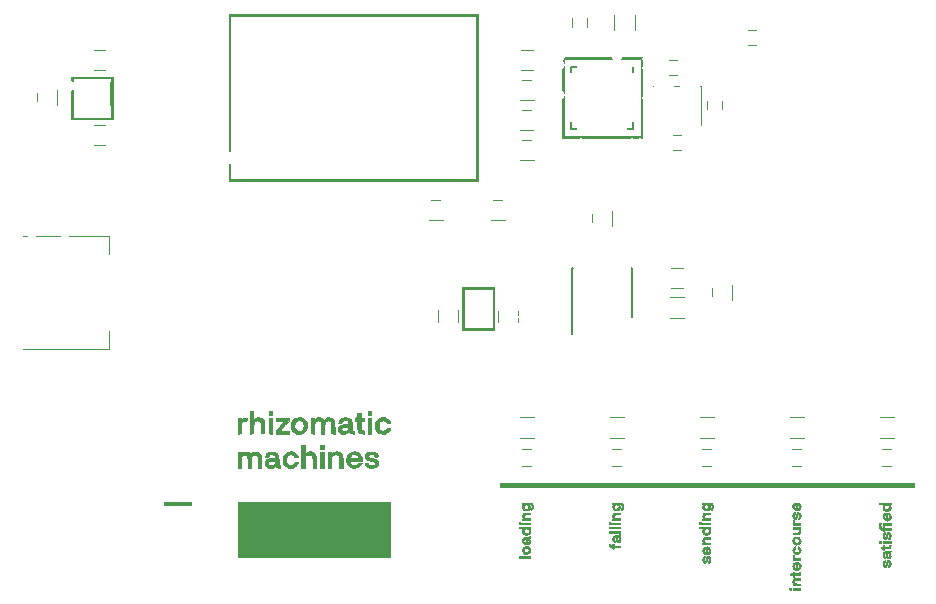
<source format=gbr>
G04 #@! TF.FileFunction,Legend,Top*
%FSLAX46Y46*%
G04 Gerber Fmt 4.6, Leading zero omitted, Abs format (unit mm)*
G04 Created by KiCad (PCBNEW 4.0.7) date 04/10/18 20:30:17*
%MOMM*%
%LPD*%
G01*
G04 APERTURE LIST*
%ADD10C,0.100000*%
%ADD11C,0.120000*%
%ADD12C,0.150000*%
%ADD13C,0.010000*%
%ADD14R,1.900000X1.650000*%
%ADD15R,2.400000X2.100000*%
%ADD16R,1.650000X1.900000*%
%ADD17R,1.150000X1.600000*%
%ADD18R,1.600000X1.150000*%
%ADD19R,1.900000X1.700000*%
%ADD20O,1.800000X1.200000*%
%ADD21R,1.100000X0.700000*%
%ADD22O,1.050000X1.350000*%
%ADD23C,1.050000*%
%ADD24C,2.900000*%
%ADD25R,1.600000X3.100000*%
%ADD26R,1.700000X1.900000*%
%ADD27R,0.650000X1.100000*%
%ADD28R,1.600000X1.040000*%
%ADD29R,1.000000X1.950000*%
%ADD30R,1.100000X0.650000*%
%ADD31R,2.125000X2.125000*%
%ADD32R,1.800000X1.600000*%
%ADD33R,0.800000X1.100000*%
%ADD34C,1.900000*%
%ADD35C,1.000000*%
%ADD36C,0.800000*%
G04 APERTURE END LIST*
D10*
D11*
X119515000Y-89115000D02*
X120515000Y-89115000D01*
X120515000Y-87415000D02*
X119515000Y-87415000D01*
X150373701Y-104103393D02*
X150373701Y-103103393D01*
X148673701Y-103103393D02*
X148673701Y-104103393D01*
X119515000Y-82765000D02*
X120515000Y-82765000D01*
X120515000Y-81065000D02*
X119515000Y-81065000D01*
X155453701Y-104123393D02*
X155453701Y-103123393D01*
X153753701Y-103123393D02*
X153753701Y-104123393D01*
X172685000Y-85375000D02*
X172685000Y-86075000D01*
X171485000Y-86075000D02*
X171485000Y-85375000D01*
X168560000Y-88300000D02*
X169260000Y-88300000D01*
X169260000Y-89500000D02*
X168560000Y-89500000D01*
X169410000Y-99480000D02*
X168410000Y-99480000D01*
X168410000Y-101180000D02*
X169410000Y-101180000D01*
X168940000Y-83150000D02*
X168240000Y-83150000D01*
X168240000Y-81950000D02*
X168940000Y-81950000D01*
X175610000Y-80610000D02*
X174910000Y-80610000D01*
X174910000Y-79410000D02*
X175610000Y-79410000D01*
X155710000Y-82765000D02*
X156710000Y-82765000D01*
X156710000Y-81065000D02*
X155710000Y-81065000D01*
X160055000Y-79090000D02*
X160055000Y-78390000D01*
X161255000Y-78390000D02*
X161255000Y-79090000D01*
X157210000Y-116320000D02*
X154010000Y-116320000D01*
X154010000Y-114820000D02*
X157210000Y-114820000D01*
X154010000Y-114820000D02*
X154010000Y-116320000D01*
X164830000Y-116320000D02*
X161630000Y-116320000D01*
X161630000Y-114820000D02*
X164830000Y-114820000D01*
X161630000Y-114820000D02*
X161630000Y-116320000D01*
X172450000Y-116320000D02*
X169250000Y-116320000D01*
X169250000Y-114820000D02*
X172450000Y-114820000D01*
X169250000Y-114820000D02*
X169250000Y-116320000D01*
X180070000Y-116320000D02*
X176870000Y-116320000D01*
X176870000Y-114820000D02*
X180070000Y-114820000D01*
X176870000Y-114820000D02*
X176870000Y-116320000D01*
X187690000Y-116320000D02*
X184490000Y-116320000D01*
X184490000Y-114820000D02*
X187690000Y-114820000D01*
X184490000Y-114820000D02*
X184490000Y-116320000D01*
X120795000Y-104850000D02*
X120795000Y-106350000D01*
X120795000Y-106350000D02*
X113535000Y-106350000D01*
X120795000Y-96850000D02*
X113535000Y-96850000D01*
X120795000Y-96850000D02*
X120795000Y-98350000D01*
X116450000Y-84490000D02*
X116450000Y-85690000D01*
X114690000Y-85690000D02*
X114690000Y-84490000D01*
X147910000Y-93735000D02*
X149110000Y-93735000D01*
X149110000Y-95495000D02*
X147910000Y-95495000D01*
X154350000Y-95495000D02*
X153150000Y-95495000D01*
X153150000Y-93735000D02*
X154350000Y-93735000D01*
X168310000Y-101990000D02*
X169510000Y-101990000D01*
X169510000Y-103750000D02*
X168310000Y-103750000D01*
X173600000Y-101000000D02*
X173600000Y-102200000D01*
X171840000Y-102200000D02*
X171840000Y-101000000D01*
X163585000Y-79340000D02*
X163585000Y-78140000D01*
X165345000Y-78140000D02*
X165345000Y-79340000D01*
X163440000Y-94730000D02*
X163440000Y-95930000D01*
X161680000Y-95930000D02*
X161680000Y-94730000D01*
X156810000Y-113910000D02*
X155610000Y-113910000D01*
X155610000Y-112150000D02*
X156810000Y-112150000D01*
X164430000Y-113910000D02*
X163230000Y-113910000D01*
X163230000Y-112150000D02*
X164430000Y-112150000D01*
X172050000Y-113910000D02*
X170850000Y-113910000D01*
X170850000Y-112150000D02*
X172050000Y-112150000D01*
X179670000Y-113910000D02*
X178470000Y-113910000D01*
X178470000Y-112150000D02*
X179670000Y-112150000D01*
X187290000Y-113910000D02*
X186090000Y-113910000D01*
X186090000Y-112150000D02*
X187290000Y-112150000D01*
X155610000Y-86115000D02*
X156810000Y-86115000D01*
X156810000Y-87875000D02*
X155610000Y-87875000D01*
X155610000Y-88655000D02*
X156810000Y-88655000D01*
X156810000Y-90415000D02*
X155610000Y-90415000D01*
X155610000Y-83575000D02*
X156810000Y-83575000D01*
X156810000Y-85335000D02*
X155610000Y-85335000D01*
D12*
X117755000Y-84542881D02*
X117755000Y-85692881D01*
X121005000Y-83767881D02*
X121005000Y-85692881D01*
X159985000Y-103675000D02*
X160035000Y-103675000D01*
X159985000Y-99525000D02*
X160130000Y-99525000D01*
X165135000Y-99525000D02*
X164990000Y-99525000D01*
X165135000Y-103675000D02*
X164990000Y-103675000D01*
X159985000Y-103675000D02*
X159985000Y-99525000D01*
X165135000Y-103675000D02*
X165135000Y-99525000D01*
X160035000Y-103675000D02*
X160035000Y-105075000D01*
X165185000Y-87715000D02*
X164660000Y-87715000D01*
X159935000Y-82465000D02*
X160460000Y-82465000D01*
X159935000Y-87715000D02*
X160460000Y-87715000D01*
X165185000Y-82465000D02*
X165185000Y-82990000D01*
X159935000Y-82465000D02*
X159935000Y-82990000D01*
X159935000Y-87715000D02*
X159935000Y-87190000D01*
X165185000Y-87715000D02*
X165185000Y-87190000D01*
D11*
X170910000Y-87375000D02*
X170910000Y-84075000D01*
X170910000Y-84075000D02*
X166910000Y-84075000D01*
D13*
G36*
X178537569Y-126601109D02*
X178557932Y-126619596D01*
X178561990Y-126666277D01*
X178562000Y-126671916D01*
X178558723Y-126721569D01*
X178540236Y-126741932D01*
X178493555Y-126745990D01*
X178487916Y-126746000D01*
X178438263Y-126742723D01*
X178417900Y-126724236D01*
X178413842Y-126677555D01*
X178413833Y-126671916D01*
X178417109Y-126622263D01*
X178435596Y-126601900D01*
X178482277Y-126597842D01*
X178487916Y-126597833D01*
X178537569Y-126601109D01*
X178537569Y-126601109D01*
G37*
X178537569Y-126601109D02*
X178557932Y-126619596D01*
X178561990Y-126666277D01*
X178562000Y-126671916D01*
X178558723Y-126721569D01*
X178540236Y-126741932D01*
X178493555Y-126745990D01*
X178487916Y-126746000D01*
X178438263Y-126742723D01*
X178417900Y-126724236D01*
X178413842Y-126677555D01*
X178413833Y-126671916D01*
X178417109Y-126622263D01*
X178435596Y-126601900D01*
X178482277Y-126597842D01*
X178487916Y-126597833D01*
X178537569Y-126601109D01*
G36*
X179345166Y-126746000D02*
X178689000Y-126746000D01*
X178689000Y-126597833D01*
X179345166Y-126597833D01*
X179345166Y-126746000D01*
X179345166Y-126746000D01*
G37*
X179345166Y-126746000D02*
X178689000Y-126746000D01*
X178689000Y-126597833D01*
X179345166Y-126597833D01*
X179345166Y-126746000D01*
G36*
X179345166Y-125899333D02*
X179157825Y-125899333D01*
X179017276Y-125904770D01*
X178914760Y-125921572D01*
X178847333Y-125950474D01*
X178815553Y-125984834D01*
X178795570Y-126063356D01*
X178814086Y-126141105D01*
X178846787Y-126186045D01*
X178872969Y-126209348D01*
X178901773Y-126224410D01*
X178942647Y-126233014D01*
X179005038Y-126236943D01*
X179098392Y-126237982D01*
X179121954Y-126238000D01*
X179345166Y-126238000D01*
X179345166Y-126386166D01*
X178689000Y-126386166D01*
X178689000Y-126322666D01*
X178698466Y-126272253D01*
X178720750Y-126259166D01*
X178742769Y-126258287D01*
X178749333Y-126249145D01*
X178739358Y-126221982D01*
X178711761Y-126167042D01*
X178710166Y-126163916D01*
X178680464Y-126098641D01*
X178670057Y-126046197D01*
X178677231Y-125986740D01*
X178690416Y-125935273D01*
X178714559Y-125873720D01*
X178751738Y-125829286D01*
X178808189Y-125799469D01*
X178890144Y-125781771D01*
X179003836Y-125773691D01*
X179096458Y-125772412D01*
X179345166Y-125772333D01*
X179345166Y-125899333D01*
X179345166Y-125899333D01*
G37*
X179345166Y-125899333D02*
X179157825Y-125899333D01*
X179017276Y-125904770D01*
X178914760Y-125921572D01*
X178847333Y-125950474D01*
X178815553Y-125984834D01*
X178795570Y-126063356D01*
X178814086Y-126141105D01*
X178846787Y-126186045D01*
X178872969Y-126209348D01*
X178901773Y-126224410D01*
X178942647Y-126233014D01*
X179005038Y-126236943D01*
X179098392Y-126237982D01*
X179121954Y-126238000D01*
X179345166Y-126238000D01*
X179345166Y-126386166D01*
X178689000Y-126386166D01*
X178689000Y-126322666D01*
X178698466Y-126272253D01*
X178720750Y-126259166D01*
X178742769Y-126258287D01*
X178749333Y-126249145D01*
X178739358Y-126221982D01*
X178711761Y-126167042D01*
X178710166Y-126163916D01*
X178680464Y-126098641D01*
X178670057Y-126046197D01*
X178677231Y-125986740D01*
X178690416Y-125935273D01*
X178714559Y-125873720D01*
X178751738Y-125829286D01*
X178808189Y-125799469D01*
X178890144Y-125781771D01*
X179003836Y-125773691D01*
X179096458Y-125772412D01*
X179345166Y-125772333D01*
X179345166Y-125899333D01*
G36*
X179319257Y-125224312D02*
X179338002Y-125238528D01*
X179344453Y-125275570D01*
X179345166Y-125327833D01*
X179340971Y-125402601D01*
X179324266Y-125455042D01*
X179288872Y-125488993D01*
X179228608Y-125508288D01*
X179137294Y-125516764D01*
X179038250Y-125518333D01*
X178816000Y-125518333D01*
X178816000Y-125581833D01*
X178810710Y-125626845D01*
X178786075Y-125643428D01*
X178753905Y-125645333D01*
X178708076Y-125638495D01*
X178688873Y-125609736D01*
X178685114Y-125587125D01*
X178676182Y-125550059D01*
X178652343Y-125531585D01*
X178601072Y-125523416D01*
X178587212Y-125522347D01*
X178530537Y-125516345D01*
X178505281Y-125502954D01*
X178500583Y-125472671D01*
X178502545Y-125448263D01*
X178510247Y-125405476D01*
X178530788Y-125384644D01*
X178576884Y-125376014D01*
X178599041Y-125374241D01*
X178655446Y-125367994D01*
X178681380Y-125353240D01*
X178688660Y-125319550D01*
X178689000Y-125294866D01*
X178692693Y-125245628D01*
X178711279Y-125225648D01*
X178752500Y-125222000D01*
X178795163Y-125226129D01*
X178812661Y-125247077D01*
X178816000Y-125296083D01*
X178816000Y-125370166D01*
X179218166Y-125370166D01*
X179218166Y-125296083D01*
X179221706Y-125246309D01*
X179239661Y-125225894D01*
X179281666Y-125222000D01*
X179319257Y-125224312D01*
X179319257Y-125224312D01*
G37*
X179319257Y-125224312D02*
X179338002Y-125238528D01*
X179344453Y-125275570D01*
X179345166Y-125327833D01*
X179340971Y-125402601D01*
X179324266Y-125455042D01*
X179288872Y-125488993D01*
X179228608Y-125508288D01*
X179137294Y-125516764D01*
X179038250Y-125518333D01*
X178816000Y-125518333D01*
X178816000Y-125581833D01*
X178810710Y-125626845D01*
X178786075Y-125643428D01*
X178753905Y-125645333D01*
X178708076Y-125638495D01*
X178688873Y-125609736D01*
X178685114Y-125587125D01*
X178676182Y-125550059D01*
X178652343Y-125531585D01*
X178601072Y-125523416D01*
X178587212Y-125522347D01*
X178530537Y-125516345D01*
X178505281Y-125502954D01*
X178500583Y-125472671D01*
X178502545Y-125448263D01*
X178510247Y-125405476D01*
X178530788Y-125384644D01*
X178576884Y-125376014D01*
X178599041Y-125374241D01*
X178655446Y-125367994D01*
X178681380Y-125353240D01*
X178688660Y-125319550D01*
X178689000Y-125294866D01*
X178692693Y-125245628D01*
X178711279Y-125225648D01*
X178752500Y-125222000D01*
X178795163Y-125226129D01*
X178812661Y-125247077D01*
X178816000Y-125296083D01*
X178816000Y-125370166D01*
X179218166Y-125370166D01*
X179218166Y-125296083D01*
X179221706Y-125246309D01*
X179239661Y-125225894D01*
X179281666Y-125222000D01*
X179319257Y-125224312D01*
G36*
X179048833Y-124665433D02*
X179049812Y-124764793D01*
X179052476Y-124847999D01*
X179056419Y-124906317D01*
X179061216Y-124930993D01*
X179090957Y-124934974D01*
X179137784Y-124920266D01*
X179185324Y-124894116D01*
X179217204Y-124863771D01*
X179218613Y-124861331D01*
X179240024Y-124785343D01*
X179234740Y-124702260D01*
X179205072Y-124630251D01*
X179186416Y-124608166D01*
X179153376Y-124563103D01*
X179135382Y-124511588D01*
X179134266Y-124466535D01*
X179151859Y-124440856D01*
X179162395Y-124438833D01*
X179213432Y-124457305D01*
X179267653Y-124505982D01*
X179315322Y-124574754D01*
X179335729Y-124618805D01*
X179362837Y-124738992D01*
X179352330Y-124848340D01*
X179308507Y-124941968D01*
X179235664Y-125014992D01*
X179138101Y-125062529D01*
X179020114Y-125079696D01*
X178936337Y-125072569D01*
X178827880Y-125035778D01*
X178747745Y-124968330D01*
X178697751Y-124872579D01*
X178679718Y-124750879D01*
X178679707Y-124740512D01*
X178680545Y-124735581D01*
X178797562Y-124735581D01*
X178799095Y-124805198D01*
X178820975Y-124866674D01*
X178863050Y-124910114D01*
X178921833Y-124925666D01*
X178942351Y-124922341D01*
X178954914Y-124906869D01*
X178961448Y-124871003D01*
X178963877Y-124806496D01*
X178964166Y-124744323D01*
X178963697Y-124656958D01*
X178960832Y-124604233D01*
X178953384Y-124578458D01*
X178939165Y-124571941D01*
X178916541Y-124576829D01*
X178856135Y-124611502D01*
X178816526Y-124667718D01*
X178797562Y-124735581D01*
X178680545Y-124735581D01*
X178699314Y-124625160D01*
X178753697Y-124531876D01*
X178839399Y-124464554D01*
X178952960Y-124427086D01*
X178958875Y-124426133D01*
X179048833Y-124412256D01*
X179048833Y-124665433D01*
X179048833Y-124665433D01*
G37*
X179048833Y-124665433D02*
X179049812Y-124764793D01*
X179052476Y-124847999D01*
X179056419Y-124906317D01*
X179061216Y-124930993D01*
X179090957Y-124934974D01*
X179137784Y-124920266D01*
X179185324Y-124894116D01*
X179217204Y-124863771D01*
X179218613Y-124861331D01*
X179240024Y-124785343D01*
X179234740Y-124702260D01*
X179205072Y-124630251D01*
X179186416Y-124608166D01*
X179153376Y-124563103D01*
X179135382Y-124511588D01*
X179134266Y-124466535D01*
X179151859Y-124440856D01*
X179162395Y-124438833D01*
X179213432Y-124457305D01*
X179267653Y-124505982D01*
X179315322Y-124574754D01*
X179335729Y-124618805D01*
X179362837Y-124738992D01*
X179352330Y-124848340D01*
X179308507Y-124941968D01*
X179235664Y-125014992D01*
X179138101Y-125062529D01*
X179020114Y-125079696D01*
X178936337Y-125072569D01*
X178827880Y-125035778D01*
X178747745Y-124968330D01*
X178697751Y-124872579D01*
X178679718Y-124750879D01*
X178679707Y-124740512D01*
X178680545Y-124735581D01*
X178797562Y-124735581D01*
X178799095Y-124805198D01*
X178820975Y-124866674D01*
X178863050Y-124910114D01*
X178921833Y-124925666D01*
X178942351Y-124922341D01*
X178954914Y-124906869D01*
X178961448Y-124871003D01*
X178963877Y-124806496D01*
X178964166Y-124744323D01*
X178963697Y-124656958D01*
X178960832Y-124604233D01*
X178953384Y-124578458D01*
X178939165Y-124571941D01*
X178916541Y-124576829D01*
X178856135Y-124611502D01*
X178816526Y-124667718D01*
X178797562Y-124735581D01*
X178680545Y-124735581D01*
X178699314Y-124625160D01*
X178753697Y-124531876D01*
X178839399Y-124464554D01*
X178952960Y-124427086D01*
X178958875Y-124426133D01*
X179048833Y-124412256D01*
X179048833Y-124665433D01*
G36*
X186858259Y-124269055D02*
X186920170Y-124315766D01*
X186961836Y-124389420D01*
X186983457Y-124479888D01*
X186985231Y-124577043D01*
X186967360Y-124670760D01*
X186930044Y-124750911D01*
X186873482Y-124807368D01*
X186847362Y-124820360D01*
X186799720Y-124836828D01*
X186779385Y-124831133D01*
X186774736Y-124794959D01*
X186774666Y-124768343D01*
X186782392Y-124712384D01*
X186809305Y-124685113D01*
X186816950Y-124682265D01*
X186853186Y-124650933D01*
X186874550Y-124594119D01*
X186880200Y-124526283D01*
X186869293Y-124461885D01*
X186840984Y-124415385D01*
X186832875Y-124409326D01*
X186785740Y-124396808D01*
X186746548Y-124424057D01*
X186714614Y-124491853D01*
X186695683Y-124566466D01*
X186666561Y-124678862D01*
X186630850Y-124754296D01*
X186585502Y-124797990D01*
X186553057Y-124810980D01*
X186470300Y-124813064D01*
X186400348Y-124778475D01*
X186347495Y-124712011D01*
X186316032Y-124618467D01*
X186309032Y-124538323D01*
X186321949Y-124432487D01*
X186357946Y-124348163D01*
X186412783Y-124291738D01*
X186482220Y-124269600D01*
X186487525Y-124269500D01*
X186515075Y-124285065D01*
X186521222Y-124323070D01*
X186507663Y-124370481D01*
X186476095Y-124414260D01*
X186467750Y-124421448D01*
X186428853Y-124470804D01*
X186412909Y-124531145D01*
X186417823Y-124591392D01*
X186441500Y-124640471D01*
X186481846Y-124667303D01*
X186514358Y-124667901D01*
X186532288Y-124659880D01*
X186547979Y-124639046D01*
X186563756Y-124598895D01*
X186581942Y-124532922D01*
X186604860Y-124434622D01*
X186616461Y-124382105D01*
X186650874Y-124312874D01*
X186711887Y-124268507D01*
X186788689Y-124254058D01*
X186858259Y-124269055D01*
X186858259Y-124269055D01*
G37*
X186858259Y-124269055D02*
X186920170Y-124315766D01*
X186961836Y-124389420D01*
X186983457Y-124479888D01*
X186985231Y-124577043D01*
X186967360Y-124670760D01*
X186930044Y-124750911D01*
X186873482Y-124807368D01*
X186847362Y-124820360D01*
X186799720Y-124836828D01*
X186779385Y-124831133D01*
X186774736Y-124794959D01*
X186774666Y-124768343D01*
X186782392Y-124712384D01*
X186809305Y-124685113D01*
X186816950Y-124682265D01*
X186853186Y-124650933D01*
X186874550Y-124594119D01*
X186880200Y-124526283D01*
X186869293Y-124461885D01*
X186840984Y-124415385D01*
X186832875Y-124409326D01*
X186785740Y-124396808D01*
X186746548Y-124424057D01*
X186714614Y-124491853D01*
X186695683Y-124566466D01*
X186666561Y-124678862D01*
X186630850Y-124754296D01*
X186585502Y-124797990D01*
X186553057Y-124810980D01*
X186470300Y-124813064D01*
X186400348Y-124778475D01*
X186347495Y-124712011D01*
X186316032Y-124618467D01*
X186309032Y-124538323D01*
X186321949Y-124432487D01*
X186357946Y-124348163D01*
X186412783Y-124291738D01*
X186482220Y-124269600D01*
X186487525Y-124269500D01*
X186515075Y-124285065D01*
X186521222Y-124323070D01*
X186507663Y-124370481D01*
X186476095Y-124414260D01*
X186467750Y-124421448D01*
X186428853Y-124470804D01*
X186412909Y-124531145D01*
X186417823Y-124591392D01*
X186441500Y-124640471D01*
X186481846Y-124667303D01*
X186514358Y-124667901D01*
X186532288Y-124659880D01*
X186547979Y-124639046D01*
X186563756Y-124598895D01*
X186581942Y-124532922D01*
X186604860Y-124434622D01*
X186616461Y-124382105D01*
X186650874Y-124312874D01*
X186711887Y-124268507D01*
X186788689Y-124254058D01*
X186858259Y-124269055D01*
G36*
X171576748Y-123922452D02*
X171638301Y-123953872D01*
X171683721Y-123993521D01*
X171693291Y-124009425D01*
X171726812Y-124128029D01*
X171731081Y-124241875D01*
X171708153Y-124343481D01*
X171660082Y-124425370D01*
X171588921Y-124480060D01*
X171561125Y-124490743D01*
X171528768Y-124495822D01*
X171515722Y-124477234D01*
X171513500Y-124434695D01*
X171522738Y-124377512D01*
X171555115Y-124345894D01*
X171560577Y-124343310D01*
X171605143Y-124304312D01*
X171627791Y-124245289D01*
X171629446Y-124178859D01*
X171611029Y-124117638D01*
X171573466Y-124074245D01*
X171539964Y-124061679D01*
X171507269Y-124064725D01*
X171481641Y-124088616D01*
X171459848Y-124139517D01*
X171438654Y-124223590D01*
X171428358Y-124274366D01*
X171395120Y-124378822D01*
X171344033Y-124446861D01*
X171276929Y-124477203D01*
X171195642Y-124468572D01*
X171166266Y-124457067D01*
X171107427Y-124410709D01*
X171069289Y-124340949D01*
X171050832Y-124256717D01*
X171051035Y-124166946D01*
X171068880Y-124080567D01*
X171103345Y-124006511D01*
X171153411Y-123953710D01*
X171218057Y-123931095D01*
X171226358Y-123930833D01*
X171254213Y-123946620D01*
X171261659Y-123984941D01*
X171250406Y-124032233D01*
X171222165Y-124074936D01*
X171206583Y-124087636D01*
X171168414Y-124124758D01*
X171154394Y-124178561D01*
X171153666Y-124202254D01*
X171165500Y-124280310D01*
X171201095Y-124323443D01*
X171243020Y-124333000D01*
X171273451Y-124322490D01*
X171298655Y-124287124D01*
X171321333Y-124221147D01*
X171344187Y-124118803D01*
X171344641Y-124116466D01*
X171376792Y-124016713D01*
X171426671Y-123947193D01*
X171490325Y-123912642D01*
X171517405Y-123909666D01*
X171576748Y-123922452D01*
X171576748Y-123922452D01*
G37*
X171576748Y-123922452D02*
X171638301Y-123953872D01*
X171683721Y-123993521D01*
X171693291Y-124009425D01*
X171726812Y-124128029D01*
X171731081Y-124241875D01*
X171708153Y-124343481D01*
X171660082Y-124425370D01*
X171588921Y-124480060D01*
X171561125Y-124490743D01*
X171528768Y-124495822D01*
X171515722Y-124477234D01*
X171513500Y-124434695D01*
X171522738Y-124377512D01*
X171555115Y-124345894D01*
X171560577Y-124343310D01*
X171605143Y-124304312D01*
X171627791Y-124245289D01*
X171629446Y-124178859D01*
X171611029Y-124117638D01*
X171573466Y-124074245D01*
X171539964Y-124061679D01*
X171507269Y-124064725D01*
X171481641Y-124088616D01*
X171459848Y-124139517D01*
X171438654Y-124223590D01*
X171428358Y-124274366D01*
X171395120Y-124378822D01*
X171344033Y-124446861D01*
X171276929Y-124477203D01*
X171195642Y-124468572D01*
X171166266Y-124457067D01*
X171107427Y-124410709D01*
X171069289Y-124340949D01*
X171050832Y-124256717D01*
X171051035Y-124166946D01*
X171068880Y-124080567D01*
X171103345Y-124006511D01*
X171153411Y-123953710D01*
X171218057Y-123931095D01*
X171226358Y-123930833D01*
X171254213Y-123946620D01*
X171261659Y-123984941D01*
X171250406Y-124032233D01*
X171222165Y-124074936D01*
X171206583Y-124087636D01*
X171168414Y-124124758D01*
X171154394Y-124178561D01*
X171153666Y-124202254D01*
X171165500Y-124280310D01*
X171201095Y-124323443D01*
X171243020Y-124333000D01*
X171273451Y-124322490D01*
X171298655Y-124287124D01*
X171321333Y-124221147D01*
X171344187Y-124118803D01*
X171344641Y-124116466D01*
X171376792Y-124016713D01*
X171426671Y-123947193D01*
X171490325Y-123912642D01*
X171517405Y-123909666D01*
X171576748Y-123922452D01*
G36*
X178793786Y-123849727D02*
X178811726Y-123868640D01*
X178815952Y-123915251D01*
X178816000Y-123927552D01*
X178821848Y-123990680D01*
X178843339Y-124035654D01*
X178886386Y-124065713D01*
X178956908Y-124084097D01*
X179060819Y-124094045D01*
X179125082Y-124096801D01*
X179345166Y-124104020D01*
X179345166Y-124227166D01*
X178689000Y-124227166D01*
X178689000Y-124163666D01*
X178698466Y-124113253D01*
X178720750Y-124100166D01*
X178748281Y-124091333D01*
X178743248Y-124062216D01*
X178720076Y-124027329D01*
X178697935Y-123977042D01*
X178689000Y-123916204D01*
X178693087Y-123868227D01*
X178713272Y-123849264D01*
X178752500Y-123846166D01*
X178793786Y-123849727D01*
X178793786Y-123849727D01*
G37*
X178793786Y-123849727D02*
X178811726Y-123868640D01*
X178815952Y-123915251D01*
X178816000Y-123927552D01*
X178821848Y-123990680D01*
X178843339Y-124035654D01*
X178886386Y-124065713D01*
X178956908Y-124084097D01*
X179060819Y-124094045D01*
X179125082Y-124096801D01*
X179345166Y-124104020D01*
X179345166Y-124227166D01*
X178689000Y-124227166D01*
X178689000Y-124163666D01*
X178698466Y-124113253D01*
X178720750Y-124100166D01*
X178748281Y-124091333D01*
X178743248Y-124062216D01*
X178720076Y-124027329D01*
X178697935Y-123977042D01*
X178689000Y-123916204D01*
X178693087Y-123868227D01*
X178713272Y-123849264D01*
X178752500Y-123846166D01*
X178793786Y-123849727D01*
G36*
X186971999Y-123451320D02*
X186985234Y-123481660D01*
X186986333Y-123507500D01*
X186973118Y-123567742D01*
X186946267Y-123611065D01*
X186919849Y-123643509D01*
X186924419Y-123667801D01*
X186938038Y-123682967D01*
X186961455Y-123727366D01*
X186977935Y-123797376D01*
X186985126Y-123876524D01*
X186980681Y-123948338D01*
X186977822Y-123961862D01*
X186940359Y-124033884D01*
X186877265Y-124082159D01*
X186800282Y-124102822D01*
X186721153Y-124092009D01*
X186670133Y-124063125D01*
X186628764Y-124005826D01*
X186599950Y-123914999D01*
X186585776Y-123798129D01*
X186585257Y-123778433D01*
X186690000Y-123778433D01*
X186696023Y-123868198D01*
X186716221Y-123922897D01*
X186753787Y-123948347D01*
X186785250Y-123952000D01*
X186833823Y-123940537D01*
X186855100Y-123926600D01*
X186872748Y-123888945D01*
X186880485Y-123832826D01*
X186880500Y-123830387D01*
X186864591Y-123762834D01*
X186824170Y-123702986D01*
X186770190Y-123663845D01*
X186733295Y-123655666D01*
X186708823Y-123660207D01*
X186695783Y-123680410D01*
X186690694Y-123726142D01*
X186690000Y-123778433D01*
X186585257Y-123778433D01*
X186584671Y-123756208D01*
X186581857Y-123694651D01*
X186571224Y-123664722D01*
X186548266Y-123655846D01*
X186541833Y-123655666D01*
X186480898Y-123673392D01*
X186439152Y-123719166D01*
X186419679Y-123781888D01*
X186425567Y-123850454D01*
X186459901Y-123913763D01*
X186467750Y-123922174D01*
X186509716Y-123979442D01*
X186521790Y-124029218D01*
X186508748Y-124063977D01*
X186475367Y-124076193D01*
X186426423Y-124058342D01*
X186396361Y-124034634D01*
X186342358Y-123964702D01*
X186314698Y-123875458D01*
X186309000Y-123790820D01*
X186320440Y-123685898D01*
X186356957Y-123607610D01*
X186421848Y-123553507D01*
X186518407Y-123521136D01*
X186649932Y-123508047D01*
X186689984Y-123507500D01*
X186780437Y-123505617D01*
X186836320Y-123499088D01*
X186865265Y-123486585D01*
X186872845Y-123475750D01*
X186901174Y-123451078D01*
X186935681Y-123444000D01*
X186971999Y-123451320D01*
X186971999Y-123451320D01*
G37*
X186971999Y-123451320D02*
X186985234Y-123481660D01*
X186986333Y-123507500D01*
X186973118Y-123567742D01*
X186946267Y-123611065D01*
X186919849Y-123643509D01*
X186924419Y-123667801D01*
X186938038Y-123682967D01*
X186961455Y-123727366D01*
X186977935Y-123797376D01*
X186985126Y-123876524D01*
X186980681Y-123948338D01*
X186977822Y-123961862D01*
X186940359Y-124033884D01*
X186877265Y-124082159D01*
X186800282Y-124102822D01*
X186721153Y-124092009D01*
X186670133Y-124063125D01*
X186628764Y-124005826D01*
X186599950Y-123914999D01*
X186585776Y-123798129D01*
X186585257Y-123778433D01*
X186690000Y-123778433D01*
X186696023Y-123868198D01*
X186716221Y-123922897D01*
X186753787Y-123948347D01*
X186785250Y-123952000D01*
X186833823Y-123940537D01*
X186855100Y-123926600D01*
X186872748Y-123888945D01*
X186880485Y-123832826D01*
X186880500Y-123830387D01*
X186864591Y-123762834D01*
X186824170Y-123702986D01*
X186770190Y-123663845D01*
X186733295Y-123655666D01*
X186708823Y-123660207D01*
X186695783Y-123680410D01*
X186690694Y-123726142D01*
X186690000Y-123778433D01*
X186585257Y-123778433D01*
X186584671Y-123756208D01*
X186581857Y-123694651D01*
X186571224Y-123664722D01*
X186548266Y-123655846D01*
X186541833Y-123655666D01*
X186480898Y-123673392D01*
X186439152Y-123719166D01*
X186419679Y-123781888D01*
X186425567Y-123850454D01*
X186459901Y-123913763D01*
X186467750Y-123922174D01*
X186509716Y-123979442D01*
X186521790Y-124029218D01*
X186508748Y-124063977D01*
X186475367Y-124076193D01*
X186426423Y-124058342D01*
X186396361Y-124034634D01*
X186342358Y-123964702D01*
X186314698Y-123875458D01*
X186309000Y-123790820D01*
X186320440Y-123685898D01*
X186356957Y-123607610D01*
X186421848Y-123553507D01*
X186518407Y-123521136D01*
X186649932Y-123508047D01*
X186689984Y-123507500D01*
X186780437Y-123505617D01*
X186836320Y-123499088D01*
X186865265Y-123486585D01*
X186872845Y-123475750D01*
X186901174Y-123451078D01*
X186935681Y-123444000D01*
X186971999Y-123451320D01*
G36*
X156464000Y-124079000D02*
X155487651Y-124079000D01*
X155494283Y-124010208D01*
X155500916Y-123941416D01*
X156464000Y-123930038D01*
X156464000Y-124079000D01*
X156464000Y-124079000D01*
G37*
X156464000Y-124079000D02*
X155487651Y-124079000D01*
X155494283Y-124010208D01*
X155500916Y-123941416D01*
X156464000Y-123930038D01*
X156464000Y-124079000D01*
G36*
X144631833Y-123973166D02*
X131699000Y-123973166D01*
X131699000Y-119316500D01*
X144631833Y-119316500D01*
X144631833Y-123973166D01*
X144631833Y-123973166D01*
G37*
X144631833Y-123973166D02*
X131699000Y-123973166D01*
X131699000Y-119316500D01*
X144631833Y-119316500D01*
X144631833Y-123973166D01*
G36*
X171428833Y-123356640D02*
X171430407Y-123461428D01*
X171434774Y-123543624D01*
X171441404Y-123596464D01*
X171449004Y-123613333D01*
X171506637Y-123597004D01*
X171563389Y-123557354D01*
X171595832Y-123514753D01*
X171618632Y-123423456D01*
X171601810Y-123341074D01*
X171564968Y-123289574D01*
X171524159Y-123232030D01*
X171517343Y-123170793D01*
X171524888Y-123127413D01*
X171542258Y-123118343D01*
X171574959Y-123132314D01*
X171648707Y-123191943D01*
X171702198Y-123278855D01*
X171730682Y-123380940D01*
X171729411Y-123486092D01*
X171723785Y-123511829D01*
X171676271Y-123616632D01*
X171600948Y-123694615D01*
X171504871Y-123742968D01*
X171395097Y-123758881D01*
X171278680Y-123739546D01*
X171216359Y-123713875D01*
X171129568Y-123650072D01*
X171073587Y-123567395D01*
X171047048Y-123473645D01*
X171047411Y-123450608D01*
X171156728Y-123450608D01*
X171192853Y-123525735D01*
X171215538Y-123551461D01*
X171259535Y-123590357D01*
X171293751Y-123611845D01*
X171300205Y-123613333D01*
X171312376Y-123592844D01*
X171320120Y-123533713D01*
X171322992Y-123439442D01*
X171323000Y-123433416D01*
X171320078Y-123334296D01*
X171309630Y-123274463D01*
X171289134Y-123251165D01*
X171256067Y-123261654D01*
X171207905Y-123303178D01*
X171205621Y-123305454D01*
X171160906Y-123375243D01*
X171156728Y-123450608D01*
X171047411Y-123450608D01*
X171048580Y-123376624D01*
X171076816Y-123284134D01*
X171130386Y-123203976D01*
X171207920Y-123143951D01*
X171308049Y-123111862D01*
X171322309Y-123110182D01*
X171428833Y-123099947D01*
X171428833Y-123356640D01*
X171428833Y-123356640D01*
G37*
X171428833Y-123356640D02*
X171430407Y-123461428D01*
X171434774Y-123543624D01*
X171441404Y-123596464D01*
X171449004Y-123613333D01*
X171506637Y-123597004D01*
X171563389Y-123557354D01*
X171595832Y-123514753D01*
X171618632Y-123423456D01*
X171601810Y-123341074D01*
X171564968Y-123289574D01*
X171524159Y-123232030D01*
X171517343Y-123170793D01*
X171524888Y-123127413D01*
X171542258Y-123118343D01*
X171574959Y-123132314D01*
X171648707Y-123191943D01*
X171702198Y-123278855D01*
X171730682Y-123380940D01*
X171729411Y-123486092D01*
X171723785Y-123511829D01*
X171676271Y-123616632D01*
X171600948Y-123694615D01*
X171504871Y-123742968D01*
X171395097Y-123758881D01*
X171278680Y-123739546D01*
X171216359Y-123713875D01*
X171129568Y-123650072D01*
X171073587Y-123567395D01*
X171047048Y-123473645D01*
X171047411Y-123450608D01*
X171156728Y-123450608D01*
X171192853Y-123525735D01*
X171215538Y-123551461D01*
X171259535Y-123590357D01*
X171293751Y-123611845D01*
X171300205Y-123613333D01*
X171312376Y-123592844D01*
X171320120Y-123533713D01*
X171322992Y-123439442D01*
X171323000Y-123433416D01*
X171320078Y-123334296D01*
X171309630Y-123274463D01*
X171289134Y-123251165D01*
X171256067Y-123261654D01*
X171207905Y-123303178D01*
X171205621Y-123305454D01*
X171160906Y-123375243D01*
X171156728Y-123450608D01*
X171047411Y-123450608D01*
X171048580Y-123376624D01*
X171076816Y-123284134D01*
X171130386Y-123203976D01*
X171207920Y-123143951D01*
X171308049Y-123111862D01*
X171322309Y-123110182D01*
X171428833Y-123099947D01*
X171428833Y-123356640D01*
G36*
X156259671Y-123082914D02*
X156316048Y-123110625D01*
X156401574Y-123181591D01*
X156451525Y-123258713D01*
X156472300Y-123353628D01*
X156473877Y-123397548D01*
X156457124Y-123523592D01*
X156408207Y-123622744D01*
X156329140Y-123692981D01*
X156221937Y-123732280D01*
X156132717Y-123740300D01*
X156052873Y-123732228D01*
X155976561Y-123712057D01*
X155956000Y-123703258D01*
X155889128Y-123649815D01*
X155833234Y-123568843D01*
X155796583Y-123475058D01*
X155787897Y-123410774D01*
X155912462Y-123410774D01*
X155928806Y-123490663D01*
X155951217Y-123528016D01*
X156014722Y-123575250D01*
X156100241Y-123596707D01*
X156195055Y-123590816D01*
X156265870Y-123566907D01*
X156323424Y-123518502D01*
X156352101Y-123449810D01*
X156350683Y-123372594D01*
X156317953Y-123298616D01*
X156296294Y-123273038D01*
X156221047Y-123224720D01*
X156131713Y-123207031D01*
X156042432Y-123220403D01*
X155969674Y-123263072D01*
X155926470Y-123329372D01*
X155912462Y-123410774D01*
X155787897Y-123410774D01*
X155786666Y-123401666D01*
X155802705Y-123308477D01*
X155845097Y-123215855D01*
X155905255Y-123139045D01*
X155955669Y-123101607D01*
X156052412Y-123069596D01*
X156159263Y-123063503D01*
X156259671Y-123082914D01*
X156259671Y-123082914D01*
G37*
X156259671Y-123082914D02*
X156316048Y-123110625D01*
X156401574Y-123181591D01*
X156451525Y-123258713D01*
X156472300Y-123353628D01*
X156473877Y-123397548D01*
X156457124Y-123523592D01*
X156408207Y-123622744D01*
X156329140Y-123692981D01*
X156221937Y-123732280D01*
X156132717Y-123740300D01*
X156052873Y-123732228D01*
X155976561Y-123712057D01*
X155956000Y-123703258D01*
X155889128Y-123649815D01*
X155833234Y-123568843D01*
X155796583Y-123475058D01*
X155787897Y-123410774D01*
X155912462Y-123410774D01*
X155928806Y-123490663D01*
X155951217Y-123528016D01*
X156014722Y-123575250D01*
X156100241Y-123596707D01*
X156195055Y-123590816D01*
X156265870Y-123566907D01*
X156323424Y-123518502D01*
X156352101Y-123449810D01*
X156350683Y-123372594D01*
X156317953Y-123298616D01*
X156296294Y-123273038D01*
X156221047Y-123224720D01*
X156131713Y-123207031D01*
X156042432Y-123220403D01*
X155969674Y-123263072D01*
X155926470Y-123329372D01*
X155912462Y-123410774D01*
X155787897Y-123410774D01*
X155786666Y-123401666D01*
X155802705Y-123308477D01*
X155845097Y-123215855D01*
X155905255Y-123139045D01*
X155955669Y-123101607D01*
X156052412Y-123069596D01*
X156159263Y-123063503D01*
X156259671Y-123082914D01*
G36*
X179169558Y-123100481D02*
X179220328Y-123132213D01*
X179301656Y-123209220D01*
X179349290Y-123303571D01*
X179363285Y-123407056D01*
X179343698Y-123511467D01*
X179290584Y-123608594D01*
X179216558Y-123681223D01*
X179152132Y-123710751D01*
X179064857Y-123727954D01*
X178972925Y-123730889D01*
X178894526Y-123717617D01*
X178890083Y-123716056D01*
X178795234Y-123661803D01*
X178727028Y-123583922D01*
X178686188Y-123490734D01*
X178673435Y-123390554D01*
X178689491Y-123291702D01*
X178735077Y-123202496D01*
X178810915Y-123131253D01*
X178837984Y-123115493D01*
X178889481Y-123090949D01*
X178913902Y-123090801D01*
X178921333Y-123119172D01*
X178921833Y-123149757D01*
X178904599Y-123217709D01*
X178858333Y-123274666D01*
X178806663Y-123345994D01*
X178796636Y-123422198D01*
X178828435Y-123499582D01*
X178845917Y-123522194D01*
X178882172Y-123557543D01*
X178922475Y-123575332D01*
X178982899Y-123581257D01*
X179013545Y-123581583D01*
X179090620Y-123577403D01*
X179142577Y-123561529D01*
X179184711Y-123530268D01*
X179231623Y-123461502D01*
X179239153Y-123385717D01*
X179207572Y-123310718D01*
X179175833Y-123274666D01*
X179125632Y-123209971D01*
X179112333Y-123149757D01*
X179116316Y-123103809D01*
X179133015Y-123087770D01*
X179169558Y-123100481D01*
X179169558Y-123100481D01*
G37*
X179169558Y-123100481D02*
X179220328Y-123132213D01*
X179301656Y-123209220D01*
X179349290Y-123303571D01*
X179363285Y-123407056D01*
X179343698Y-123511467D01*
X179290584Y-123608594D01*
X179216558Y-123681223D01*
X179152132Y-123710751D01*
X179064857Y-123727954D01*
X178972925Y-123730889D01*
X178894526Y-123717617D01*
X178890083Y-123716056D01*
X178795234Y-123661803D01*
X178727028Y-123583922D01*
X178686188Y-123490734D01*
X178673435Y-123390554D01*
X178689491Y-123291702D01*
X178735077Y-123202496D01*
X178810915Y-123131253D01*
X178837984Y-123115493D01*
X178889481Y-123090949D01*
X178913902Y-123090801D01*
X178921333Y-123119172D01*
X178921833Y-123149757D01*
X178904599Y-123217709D01*
X178858333Y-123274666D01*
X178806663Y-123345994D01*
X178796636Y-123422198D01*
X178828435Y-123499582D01*
X178845917Y-123522194D01*
X178882172Y-123557543D01*
X178922475Y-123575332D01*
X178982899Y-123581257D01*
X179013545Y-123581583D01*
X179090620Y-123577403D01*
X179142577Y-123561529D01*
X179184711Y-123530268D01*
X179231623Y-123461502D01*
X179239153Y-123385717D01*
X179207572Y-123310718D01*
X179175833Y-123274666D01*
X179125632Y-123209971D01*
X179112333Y-123149757D01*
X179116316Y-123103809D01*
X179133015Y-123087770D01*
X179169558Y-123100481D01*
G36*
X186981170Y-123066946D02*
X186969902Y-123140387D01*
X186948150Y-123191816D01*
X186909288Y-123225032D01*
X186846690Y-123243836D01*
X186753728Y-123252030D01*
X186655905Y-123253500D01*
X186436000Y-123253500D01*
X186436000Y-123317000D01*
X186430342Y-123362343D01*
X186406121Y-123378946D01*
X186382419Y-123380500D01*
X186338313Y-123369388D01*
X186318919Y-123348750D01*
X186303142Y-123298249D01*
X186299080Y-123285250D01*
X186270177Y-123260965D01*
X186214414Y-123253500D01*
X186164349Y-123250040D01*
X186143697Y-123232416D01*
X186139666Y-123190000D01*
X186143010Y-123149283D01*
X186161128Y-123131183D01*
X186206152Y-123126600D01*
X186224333Y-123126500D01*
X186278526Y-123124463D01*
X186302607Y-123110205D01*
X186308796Y-123071507D01*
X186309000Y-123041833D01*
X186311507Y-122987544D01*
X186325096Y-122963410D01*
X186358864Y-122957300D01*
X186372500Y-122957166D01*
X186413216Y-122960510D01*
X186431316Y-122978628D01*
X186435899Y-123023652D01*
X186436000Y-123041833D01*
X186436000Y-123126500D01*
X186593372Y-123126500D01*
X186707658Y-123123044D01*
X186785690Y-123111194D01*
X186833096Y-123088719D01*
X186855503Y-123053392D01*
X186859333Y-123021190D01*
X186864196Y-122976488D01*
X186887701Y-122959500D01*
X186925526Y-122957166D01*
X186991719Y-122957166D01*
X186981170Y-123066946D01*
X186981170Y-123066946D01*
G37*
X186981170Y-123066946D02*
X186969902Y-123140387D01*
X186948150Y-123191816D01*
X186909288Y-123225032D01*
X186846690Y-123243836D01*
X186753728Y-123252030D01*
X186655905Y-123253500D01*
X186436000Y-123253500D01*
X186436000Y-123317000D01*
X186430342Y-123362343D01*
X186406121Y-123378946D01*
X186382419Y-123380500D01*
X186338313Y-123369388D01*
X186318919Y-123348750D01*
X186303142Y-123298249D01*
X186299080Y-123285250D01*
X186270177Y-123260965D01*
X186214414Y-123253500D01*
X186164349Y-123250040D01*
X186143697Y-123232416D01*
X186139666Y-123190000D01*
X186143010Y-123149283D01*
X186161128Y-123131183D01*
X186206152Y-123126600D01*
X186224333Y-123126500D01*
X186278526Y-123124463D01*
X186302607Y-123110205D01*
X186308796Y-123071507D01*
X186309000Y-123041833D01*
X186311507Y-122987544D01*
X186325096Y-122963410D01*
X186358864Y-122957300D01*
X186372500Y-122957166D01*
X186413216Y-122960510D01*
X186431316Y-122978628D01*
X186435899Y-123023652D01*
X186436000Y-123041833D01*
X186436000Y-123126500D01*
X186593372Y-123126500D01*
X186707658Y-123123044D01*
X186785690Y-123111194D01*
X186833096Y-123088719D01*
X186855503Y-123053392D01*
X186859333Y-123021190D01*
X186864196Y-122976488D01*
X186887701Y-122959500D01*
X186925526Y-122957166D01*
X186991719Y-122957166D01*
X186981170Y-123066946D01*
G36*
X163532050Y-122854676D02*
X163550150Y-122872794D01*
X163554733Y-122917819D01*
X163554833Y-122936000D01*
X163554833Y-123020666D01*
X164105166Y-123020666D01*
X164105166Y-123147666D01*
X163554833Y-123147666D01*
X163554833Y-123211166D01*
X163549588Y-123256143D01*
X163524848Y-123272721D01*
X163491333Y-123274666D01*
X163446356Y-123269421D01*
X163429778Y-123244681D01*
X163427833Y-123211166D01*
X163425462Y-123173376D01*
X163411017Y-123154660D01*
X163373500Y-123148323D01*
X163323536Y-123147666D01*
X163232269Y-123133687D01*
X163171044Y-123090646D01*
X163138306Y-123016894D01*
X163131500Y-122943728D01*
X163133854Y-122886072D01*
X163145305Y-122859184D01*
X163172433Y-122851574D01*
X163184416Y-122851333D01*
X163224807Y-122860184D01*
X163237158Y-122894491D01*
X163237333Y-122902738D01*
X163255740Y-122966981D01*
X163305580Y-123008604D01*
X163365845Y-123020666D01*
X163405608Y-123017179D01*
X163423285Y-122998644D01*
X163427744Y-122952948D01*
X163427833Y-122936000D01*
X163430340Y-122881711D01*
X163443929Y-122857577D01*
X163477697Y-122851466D01*
X163491333Y-122851333D01*
X163532050Y-122854676D01*
X163532050Y-122854676D01*
G37*
X163532050Y-122854676D02*
X163550150Y-122872794D01*
X163554733Y-122917819D01*
X163554833Y-122936000D01*
X163554833Y-123020666D01*
X164105166Y-123020666D01*
X164105166Y-123147666D01*
X163554833Y-123147666D01*
X163554833Y-123211166D01*
X163549588Y-123256143D01*
X163524848Y-123272721D01*
X163491333Y-123274666D01*
X163446356Y-123269421D01*
X163429778Y-123244681D01*
X163427833Y-123211166D01*
X163425462Y-123173376D01*
X163411017Y-123154660D01*
X163373500Y-123148323D01*
X163323536Y-123147666D01*
X163232269Y-123133687D01*
X163171044Y-123090646D01*
X163138306Y-123016894D01*
X163131500Y-122943728D01*
X163133854Y-122886072D01*
X163145305Y-122859184D01*
X163172433Y-122851574D01*
X163184416Y-122851333D01*
X163224807Y-122860184D01*
X163237158Y-122894491D01*
X163237333Y-122902738D01*
X163255740Y-122966981D01*
X163305580Y-123008604D01*
X163365845Y-123020666D01*
X163405608Y-123017179D01*
X163423285Y-122998644D01*
X163427744Y-122952948D01*
X163427833Y-122936000D01*
X163430340Y-122881711D01*
X163443929Y-122857577D01*
X163477697Y-122851466D01*
X163491333Y-122851333D01*
X163532050Y-122854676D01*
G36*
X179161917Y-122281799D02*
X179197330Y-122297274D01*
X179265056Y-122352808D01*
X179321312Y-122435330D01*
X179357509Y-122529596D01*
X179366333Y-122597333D01*
X179350294Y-122690522D01*
X179307902Y-122783144D01*
X179247744Y-122859954D01*
X179197330Y-122897392D01*
X179097893Y-122929136D01*
X178985650Y-122933638D01*
X178879079Y-122911231D01*
X178835054Y-122890837D01*
X178750024Y-122821917D01*
X178699074Y-122731559D01*
X178679921Y-122615452D01*
X178679647Y-122597333D01*
X178794833Y-122597333D01*
X178812132Y-122684306D01*
X178862554Y-122746067D01*
X178943889Y-122780720D01*
X179016878Y-122787833D01*
X179093568Y-122782824D01*
X179146529Y-122764096D01*
X179183325Y-122735927D01*
X179224005Y-122684417D01*
X179238705Y-122620516D01*
X179239333Y-122597333D01*
X179223128Y-122508816D01*
X179174652Y-122447628D01*
X179094113Y-122413949D01*
X179016878Y-122406833D01*
X178915503Y-122421674D01*
X178843515Y-122464933D01*
X178803124Y-122534713D01*
X178794833Y-122597333D01*
X178679647Y-122597333D01*
X178694546Y-122477607D01*
X178740792Y-122384387D01*
X178820706Y-122313360D01*
X178838142Y-122302995D01*
X178939241Y-122267387D01*
X179053299Y-122260225D01*
X179161917Y-122281799D01*
X179161917Y-122281799D01*
G37*
X179161917Y-122281799D02*
X179197330Y-122297274D01*
X179265056Y-122352808D01*
X179321312Y-122435330D01*
X179357509Y-122529596D01*
X179366333Y-122597333D01*
X179350294Y-122690522D01*
X179307902Y-122783144D01*
X179247744Y-122859954D01*
X179197330Y-122897392D01*
X179097893Y-122929136D01*
X178985650Y-122933638D01*
X178879079Y-122911231D01*
X178835054Y-122890837D01*
X178750024Y-122821917D01*
X178699074Y-122731559D01*
X178679921Y-122615452D01*
X178679647Y-122597333D01*
X178794833Y-122597333D01*
X178812132Y-122684306D01*
X178862554Y-122746067D01*
X178943889Y-122780720D01*
X179016878Y-122787833D01*
X179093568Y-122782824D01*
X179146529Y-122764096D01*
X179183325Y-122735927D01*
X179224005Y-122684417D01*
X179238705Y-122620516D01*
X179239333Y-122597333D01*
X179223128Y-122508816D01*
X179174652Y-122447628D01*
X179094113Y-122413949D01*
X179016878Y-122406833D01*
X178915503Y-122421674D01*
X178843515Y-122464933D01*
X178803124Y-122534713D01*
X178794833Y-122597333D01*
X178679647Y-122597333D01*
X178694546Y-122477607D01*
X178740792Y-122384387D01*
X178820706Y-122313360D01*
X178838142Y-122302995D01*
X178939241Y-122267387D01*
X179053299Y-122260225D01*
X179161917Y-122281799D01*
G36*
X156448160Y-122243833D02*
X156462322Y-122271327D01*
X156464000Y-122304624D01*
X156454339Y-122363575D01*
X156432527Y-122406526D01*
X156414943Y-122433004D01*
X156416252Y-122463624D01*
X156437801Y-122513292D01*
X156443110Y-122523794D01*
X156477796Y-122612997D01*
X156480797Y-122692891D01*
X156456695Y-122772638D01*
X156405223Y-122852867D01*
X156335706Y-122896317D01*
X156252640Y-122901033D01*
X156198903Y-122884772D01*
X156143175Y-122847568D01*
X156107035Y-122788420D01*
X156087879Y-122700843D01*
X156083000Y-122596337D01*
X156081598Y-122518143D01*
X156080869Y-122512427D01*
X156168140Y-122512427D01*
X156171970Y-122579010D01*
X156182533Y-122663860D01*
X156200971Y-122715686D01*
X156220893Y-122737760D01*
X156256105Y-122761343D01*
X156281237Y-122762427D01*
X156317224Y-122744755D01*
X156345164Y-122717081D01*
X156356968Y-122666083D01*
X156358166Y-122629874D01*
X156352428Y-122562919D01*
X156330197Y-122518872D01*
X156302395Y-122493036D01*
X156251149Y-122462272D01*
X156205240Y-122449171D01*
X156204601Y-122449166D01*
X156181731Y-122452984D01*
X156170384Y-122470860D01*
X156168140Y-122512427D01*
X156080869Y-122512427D01*
X156075894Y-122473427D01*
X156063635Y-122453385D01*
X156045376Y-122449166D01*
X155984129Y-122467557D01*
X155931195Y-122513443D01*
X155905467Y-122563620D01*
X155903380Y-122629209D01*
X155924069Y-122690737D01*
X155961028Y-122732315D01*
X155977421Y-122739433D01*
X156008900Y-122761123D01*
X156019382Y-122810428D01*
X156019500Y-122819116D01*
X156015881Y-122865565D01*
X155998396Y-122880812D01*
X155966351Y-122877636D01*
X155897789Y-122844488D01*
X155842276Y-122779783D01*
X155804650Y-122693495D01*
X155789749Y-122595596D01*
X155795450Y-122525397D01*
X155824502Y-122437899D01*
X155876893Y-122374008D01*
X155956789Y-122331440D01*
X156068357Y-122307912D01*
X156204708Y-122301118D01*
X156286853Y-122299290D01*
X156334485Y-122292897D01*
X156355319Y-122280336D01*
X156358166Y-122269250D01*
X156376566Y-122243714D01*
X156411083Y-122237500D01*
X156448160Y-122243833D01*
X156448160Y-122243833D01*
G37*
X156448160Y-122243833D02*
X156462322Y-122271327D01*
X156464000Y-122304624D01*
X156454339Y-122363575D01*
X156432527Y-122406526D01*
X156414943Y-122433004D01*
X156416252Y-122463624D01*
X156437801Y-122513292D01*
X156443110Y-122523794D01*
X156477796Y-122612997D01*
X156480797Y-122692891D01*
X156456695Y-122772638D01*
X156405223Y-122852867D01*
X156335706Y-122896317D01*
X156252640Y-122901033D01*
X156198903Y-122884772D01*
X156143175Y-122847568D01*
X156107035Y-122788420D01*
X156087879Y-122700843D01*
X156083000Y-122596337D01*
X156081598Y-122518143D01*
X156080869Y-122512427D01*
X156168140Y-122512427D01*
X156171970Y-122579010D01*
X156182533Y-122663860D01*
X156200971Y-122715686D01*
X156220893Y-122737760D01*
X156256105Y-122761343D01*
X156281237Y-122762427D01*
X156317224Y-122744755D01*
X156345164Y-122717081D01*
X156356968Y-122666083D01*
X156358166Y-122629874D01*
X156352428Y-122562919D01*
X156330197Y-122518872D01*
X156302395Y-122493036D01*
X156251149Y-122462272D01*
X156205240Y-122449171D01*
X156204601Y-122449166D01*
X156181731Y-122452984D01*
X156170384Y-122470860D01*
X156168140Y-122512427D01*
X156080869Y-122512427D01*
X156075894Y-122473427D01*
X156063635Y-122453385D01*
X156045376Y-122449166D01*
X155984129Y-122467557D01*
X155931195Y-122513443D01*
X155905467Y-122563620D01*
X155903380Y-122629209D01*
X155924069Y-122690737D01*
X155961028Y-122732315D01*
X155977421Y-122739433D01*
X156008900Y-122761123D01*
X156019382Y-122810428D01*
X156019500Y-122819116D01*
X156015881Y-122865565D01*
X155998396Y-122880812D01*
X155966351Y-122877636D01*
X155897789Y-122844488D01*
X155842276Y-122779783D01*
X155804650Y-122693495D01*
X155789749Y-122595596D01*
X155795450Y-122525397D01*
X155824502Y-122437899D01*
X155876893Y-122374008D01*
X155956789Y-122331440D01*
X156068357Y-122307912D01*
X156204708Y-122301118D01*
X156286853Y-122299290D01*
X156334485Y-122292897D01*
X156355319Y-122280336D01*
X156358166Y-122269250D01*
X156376566Y-122243714D01*
X156411083Y-122237500D01*
X156448160Y-122243833D01*
G36*
X171725166Y-122424254D02*
X171494494Y-122431418D01*
X171370011Y-122438044D01*
X171281872Y-122450988D01*
X171224211Y-122473327D01*
X171191161Y-122508138D01*
X171176859Y-122558497D01*
X171174833Y-122599077D01*
X171184397Y-122665662D01*
X171219144Y-122713244D01*
X171230604Y-122722797D01*
X171261765Y-122743080D01*
X171299556Y-122756045D01*
X171353732Y-122763247D01*
X171434046Y-122766240D01*
X171505771Y-122766666D01*
X171725166Y-122766666D01*
X171725166Y-122914833D01*
X171047833Y-122914833D01*
X171047833Y-122853802D01*
X171058502Y-122803234D01*
X171091925Y-122781240D01*
X171136017Y-122769710D01*
X171089084Y-122706229D01*
X171054780Y-122627489D01*
X171049232Y-122534584D01*
X171071045Y-122443069D01*
X171118825Y-122368495D01*
X171119411Y-122367907D01*
X171144407Y-122344795D01*
X171170552Y-122328809D01*
X171206095Y-122318373D01*
X171259289Y-122311907D01*
X171338383Y-122307835D01*
X171450420Y-122304609D01*
X171725166Y-122297635D01*
X171725166Y-122424254D01*
X171725166Y-122424254D01*
G37*
X171725166Y-122424254D02*
X171494494Y-122431418D01*
X171370011Y-122438044D01*
X171281872Y-122450988D01*
X171224211Y-122473327D01*
X171191161Y-122508138D01*
X171176859Y-122558497D01*
X171174833Y-122599077D01*
X171184397Y-122665662D01*
X171219144Y-122713244D01*
X171230604Y-122722797D01*
X171261765Y-122743080D01*
X171299556Y-122756045D01*
X171353732Y-122763247D01*
X171434046Y-122766240D01*
X171505771Y-122766666D01*
X171725166Y-122766666D01*
X171725166Y-122914833D01*
X171047833Y-122914833D01*
X171047833Y-122853802D01*
X171058502Y-122803234D01*
X171091925Y-122781240D01*
X171136017Y-122769710D01*
X171089084Y-122706229D01*
X171054780Y-122627489D01*
X171049232Y-122534584D01*
X171071045Y-122443069D01*
X171118825Y-122368495D01*
X171119411Y-122367907D01*
X171144407Y-122344795D01*
X171170552Y-122328809D01*
X171206095Y-122318373D01*
X171259289Y-122311907D01*
X171338383Y-122307835D01*
X171450420Y-122304609D01*
X171725166Y-122297635D01*
X171725166Y-122424254D01*
G36*
X186157569Y-122642943D02*
X186177932Y-122661429D01*
X186181990Y-122708111D01*
X186182000Y-122713750D01*
X186178723Y-122763402D01*
X186160236Y-122783766D01*
X186113555Y-122787824D01*
X186107916Y-122787833D01*
X186058263Y-122784556D01*
X186037900Y-122766070D01*
X186033842Y-122719388D01*
X186033833Y-122713750D01*
X186037109Y-122664097D01*
X186055596Y-122643733D01*
X186102277Y-122639675D01*
X186107916Y-122639666D01*
X186157569Y-122642943D01*
X186157569Y-122642943D01*
G37*
X186157569Y-122642943D02*
X186177932Y-122661429D01*
X186181990Y-122708111D01*
X186182000Y-122713750D01*
X186178723Y-122763402D01*
X186160236Y-122783766D01*
X186113555Y-122787824D01*
X186107916Y-122787833D01*
X186058263Y-122784556D01*
X186037900Y-122766070D01*
X186033842Y-122719388D01*
X186033833Y-122713750D01*
X186037109Y-122664097D01*
X186055596Y-122643733D01*
X186102277Y-122639675D01*
X186107916Y-122639666D01*
X186157569Y-122642943D01*
G36*
X186986333Y-122787833D02*
X186309000Y-122787833D01*
X186309000Y-122639666D01*
X186986333Y-122639666D01*
X186986333Y-122787833D01*
X186986333Y-122787833D01*
G37*
X186986333Y-122787833D02*
X186309000Y-122787833D01*
X186309000Y-122639666D01*
X186986333Y-122639666D01*
X186986333Y-122787833D01*
G36*
X164080077Y-122084491D02*
X164091158Y-122117472D01*
X164090991Y-122151874D01*
X164080235Y-122207920D01*
X164058918Y-122245664D01*
X164056844Y-122247341D01*
X164039694Y-122267358D01*
X164043332Y-122296815D01*
X164065728Y-122343219D01*
X164100712Y-122439903D01*
X164105115Y-122532925D01*
X164083244Y-122616001D01*
X164039407Y-122682843D01*
X163977908Y-122727166D01*
X163903056Y-122742683D01*
X163819157Y-122723109D01*
X163808833Y-122718177D01*
X163756896Y-122668738D01*
X163722097Y-122583084D01*
X163705477Y-122464155D01*
X163704227Y-122423766D01*
X163808833Y-122423766D01*
X163817635Y-122517798D01*
X163842648Y-122577072D01*
X163881784Y-122599682D01*
X163932954Y-122583721D01*
X163960624Y-122562302D01*
X163993605Y-122506014D01*
X163994665Y-122433771D01*
X163974997Y-122378983D01*
X163935290Y-122324838D01*
X163883710Y-122303123D01*
X163856458Y-122301324D01*
X163829657Y-122304739D01*
X163815380Y-122322113D01*
X163809739Y-122363434D01*
X163808833Y-122423766D01*
X163704227Y-122423766D01*
X163704194Y-122422708D01*
X163702201Y-122354101D01*
X163695034Y-122317698D01*
X163678319Y-122303376D01*
X163651595Y-122301000D01*
X163590596Y-122318415D01*
X163549966Y-122363385D01*
X163532404Y-122424991D01*
X163540613Y-122492317D01*
X163577295Y-122554445D01*
X163586583Y-122563729D01*
X163627258Y-122620242D01*
X163639500Y-122669978D01*
X163634615Y-122709986D01*
X163612727Y-122717856D01*
X163591875Y-122712743D01*
X163511553Y-122668071D01*
X163455456Y-122594415D01*
X163425612Y-122498842D01*
X163424050Y-122388418D01*
X163452801Y-122270207D01*
X163459708Y-122252592D01*
X163495576Y-122206581D01*
X163561318Y-122175383D01*
X163660656Y-122157859D01*
X163785189Y-122152833D01*
X163876292Y-122151999D01*
X163933779Y-122148256D01*
X163966355Y-122139746D01*
X163982725Y-122124610D01*
X163989141Y-122109266D01*
X164016415Y-122075085D01*
X164048776Y-122072224D01*
X164080077Y-122084491D01*
X164080077Y-122084491D01*
G37*
X164080077Y-122084491D02*
X164091158Y-122117472D01*
X164090991Y-122151874D01*
X164080235Y-122207920D01*
X164058918Y-122245664D01*
X164056844Y-122247341D01*
X164039694Y-122267358D01*
X164043332Y-122296815D01*
X164065728Y-122343219D01*
X164100712Y-122439903D01*
X164105115Y-122532925D01*
X164083244Y-122616001D01*
X164039407Y-122682843D01*
X163977908Y-122727166D01*
X163903056Y-122742683D01*
X163819157Y-122723109D01*
X163808833Y-122718177D01*
X163756896Y-122668738D01*
X163722097Y-122583084D01*
X163705477Y-122464155D01*
X163704227Y-122423766D01*
X163808833Y-122423766D01*
X163817635Y-122517798D01*
X163842648Y-122577072D01*
X163881784Y-122599682D01*
X163932954Y-122583721D01*
X163960624Y-122562302D01*
X163993605Y-122506014D01*
X163994665Y-122433771D01*
X163974997Y-122378983D01*
X163935290Y-122324838D01*
X163883710Y-122303123D01*
X163856458Y-122301324D01*
X163829657Y-122304739D01*
X163815380Y-122322113D01*
X163809739Y-122363434D01*
X163808833Y-122423766D01*
X163704227Y-122423766D01*
X163704194Y-122422708D01*
X163702201Y-122354101D01*
X163695034Y-122317698D01*
X163678319Y-122303376D01*
X163651595Y-122301000D01*
X163590596Y-122318415D01*
X163549966Y-122363385D01*
X163532404Y-122424991D01*
X163540613Y-122492317D01*
X163577295Y-122554445D01*
X163586583Y-122563729D01*
X163627258Y-122620242D01*
X163639500Y-122669978D01*
X163634615Y-122709986D01*
X163612727Y-122717856D01*
X163591875Y-122712743D01*
X163511553Y-122668071D01*
X163455456Y-122594415D01*
X163425612Y-122498842D01*
X163424050Y-122388418D01*
X163452801Y-122270207D01*
X163459708Y-122252592D01*
X163495576Y-122206581D01*
X163561318Y-122175383D01*
X163660656Y-122157859D01*
X163785189Y-122152833D01*
X163876292Y-122151999D01*
X163933779Y-122148256D01*
X163966355Y-122139746D01*
X163982725Y-122124610D01*
X163989141Y-122109266D01*
X164016415Y-122075085D01*
X164048776Y-122072224D01*
X164080077Y-122084491D01*
G36*
X186862488Y-121915535D02*
X186930123Y-121965473D01*
X186971458Y-122048393D01*
X186986290Y-122164042D01*
X186986333Y-122171570D01*
X186977758Y-122281149D01*
X186949479Y-122362633D01*
X186898972Y-122425967D01*
X186842883Y-122465271D01*
X186801382Y-122467914D01*
X186778224Y-122434642D01*
X186774666Y-122401269D01*
X186784289Y-122344669D01*
X186817960Y-122313306D01*
X186822291Y-122311310D01*
X186859469Y-122273702D01*
X186878691Y-122208546D01*
X186877236Y-122127792D01*
X186871072Y-122096987D01*
X186850294Y-122059267D01*
X186805714Y-122047170D01*
X186796245Y-122047000D01*
X186762812Y-122051440D01*
X186738078Y-122069396D01*
X186718674Y-122107816D01*
X186701230Y-122173649D01*
X186682379Y-122273844D01*
X186680239Y-122286305D01*
X186650028Y-122374461D01*
X186594992Y-122428467D01*
X186514466Y-122448935D01*
X186503189Y-122449166D01*
X186429412Y-122437184D01*
X186371922Y-122395629D01*
X186370897Y-122394544D01*
X186343894Y-122360499D01*
X186328357Y-122321816D01*
X186321262Y-122265917D01*
X186319583Y-122181141D01*
X186320642Y-122098867D01*
X186326467Y-122046247D01*
X186341029Y-122010610D01*
X186368301Y-121979285D01*
X186388708Y-121960597D01*
X186451435Y-121912725D01*
X186493250Y-121900844D01*
X186515669Y-121925037D01*
X186520666Y-121967897D01*
X186511043Y-122024497D01*
X186477373Y-122055860D01*
X186473041Y-122057855D01*
X186441701Y-122080796D01*
X186425298Y-122122508D01*
X186419019Y-122177955D01*
X186418179Y-122241913D01*
X186429269Y-122278189D01*
X186456755Y-122300768D01*
X186458530Y-122301730D01*
X186500923Y-122313064D01*
X186535022Y-122293847D01*
X186563586Y-122240442D01*
X186589376Y-122149215D01*
X186595448Y-122121342D01*
X186622743Y-122017272D01*
X186655754Y-121949529D01*
X186699149Y-121912124D01*
X186757592Y-121899064D01*
X186768755Y-121898833D01*
X186862488Y-121915535D01*
X186862488Y-121915535D01*
G37*
X186862488Y-121915535D02*
X186930123Y-121965473D01*
X186971458Y-122048393D01*
X186986290Y-122164042D01*
X186986333Y-122171570D01*
X186977758Y-122281149D01*
X186949479Y-122362633D01*
X186898972Y-122425967D01*
X186842883Y-122465271D01*
X186801382Y-122467914D01*
X186778224Y-122434642D01*
X186774666Y-122401269D01*
X186784289Y-122344669D01*
X186817960Y-122313306D01*
X186822291Y-122311310D01*
X186859469Y-122273702D01*
X186878691Y-122208546D01*
X186877236Y-122127792D01*
X186871072Y-122096987D01*
X186850294Y-122059267D01*
X186805714Y-122047170D01*
X186796245Y-122047000D01*
X186762812Y-122051440D01*
X186738078Y-122069396D01*
X186718674Y-122107816D01*
X186701230Y-122173649D01*
X186682379Y-122273844D01*
X186680239Y-122286305D01*
X186650028Y-122374461D01*
X186594992Y-122428467D01*
X186514466Y-122448935D01*
X186503189Y-122449166D01*
X186429412Y-122437184D01*
X186371922Y-122395629D01*
X186370897Y-122394544D01*
X186343894Y-122360499D01*
X186328357Y-122321816D01*
X186321262Y-122265917D01*
X186319583Y-122181141D01*
X186320642Y-122098867D01*
X186326467Y-122046247D01*
X186341029Y-122010610D01*
X186368301Y-121979285D01*
X186388708Y-121960597D01*
X186451435Y-121912725D01*
X186493250Y-121900844D01*
X186515669Y-121925037D01*
X186520666Y-121967897D01*
X186511043Y-122024497D01*
X186477373Y-122055860D01*
X186473041Y-122057855D01*
X186441701Y-122080796D01*
X186425298Y-122122508D01*
X186419019Y-122177955D01*
X186418179Y-122241913D01*
X186429269Y-122278189D01*
X186456755Y-122300768D01*
X186458530Y-122301730D01*
X186500923Y-122313064D01*
X186535022Y-122293847D01*
X186563586Y-122240442D01*
X186589376Y-122149215D01*
X186595448Y-122121342D01*
X186622743Y-122017272D01*
X186655754Y-121949529D01*
X186699149Y-121912124D01*
X186757592Y-121899064D01*
X186768755Y-121898833D01*
X186862488Y-121915535D01*
G36*
X156464000Y-121485685D02*
X156459385Y-121536817D01*
X156441171Y-121557570D01*
X156421032Y-121560166D01*
X156393717Y-121561967D01*
X156391013Y-121574319D01*
X156413193Y-121607649D01*
X156422611Y-121620417D01*
X156465960Y-121711991D01*
X156475054Y-121813506D01*
X156452471Y-121914035D01*
X156400787Y-122002649D01*
X156322578Y-122068418D01*
X156316163Y-122071892D01*
X156222386Y-122101909D01*
X156112888Y-122108878D01*
X156007515Y-122092714D01*
X155957504Y-122073425D01*
X155872078Y-122014172D01*
X155820547Y-121937331D01*
X155798679Y-121835517D01*
X155797250Y-121793670D01*
X155799904Y-121752651D01*
X155912837Y-121752651D01*
X155925798Y-121827364D01*
X155975151Y-121900073D01*
X155975538Y-121900461D01*
X156051367Y-121948763D01*
X156141025Y-121964916D01*
X156230018Y-121948033D01*
X156280441Y-121919082D01*
X156333182Y-121854209D01*
X156352439Y-121777310D01*
X156340239Y-121699406D01*
X156298607Y-121631521D01*
X156229568Y-121584677D01*
X156218237Y-121580559D01*
X156124526Y-121566061D01*
X156042112Y-121582638D01*
X155976013Y-121623672D01*
X155931248Y-121682548D01*
X155912837Y-121752651D01*
X155799904Y-121752651D01*
X155803028Y-121704380D01*
X155821747Y-121646808D01*
X155834291Y-121629513D01*
X155862179Y-121593816D01*
X155871333Y-121574374D01*
X155851738Y-121568137D01*
X155799226Y-121563294D01*
X155723208Y-121560541D01*
X155679492Y-121560166D01*
X155487651Y-121560166D01*
X155494283Y-121491375D01*
X155500916Y-121422583D01*
X156464000Y-121411205D01*
X156464000Y-121485685D01*
X156464000Y-121485685D01*
G37*
X156464000Y-121485685D02*
X156459385Y-121536817D01*
X156441171Y-121557570D01*
X156421032Y-121560166D01*
X156393717Y-121561967D01*
X156391013Y-121574319D01*
X156413193Y-121607649D01*
X156422611Y-121620417D01*
X156465960Y-121711991D01*
X156475054Y-121813506D01*
X156452471Y-121914035D01*
X156400787Y-122002649D01*
X156322578Y-122068418D01*
X156316163Y-122071892D01*
X156222386Y-122101909D01*
X156112888Y-122108878D01*
X156007515Y-122092714D01*
X155957504Y-122073425D01*
X155872078Y-122014172D01*
X155820547Y-121937331D01*
X155798679Y-121835517D01*
X155797250Y-121793670D01*
X155799904Y-121752651D01*
X155912837Y-121752651D01*
X155925798Y-121827364D01*
X155975151Y-121900073D01*
X155975538Y-121900461D01*
X156051367Y-121948763D01*
X156141025Y-121964916D01*
X156230018Y-121948033D01*
X156280441Y-121919082D01*
X156333182Y-121854209D01*
X156352439Y-121777310D01*
X156340239Y-121699406D01*
X156298607Y-121631521D01*
X156229568Y-121584677D01*
X156218237Y-121580559D01*
X156124526Y-121566061D01*
X156042112Y-121582638D01*
X155976013Y-121623672D01*
X155931248Y-121682548D01*
X155912837Y-121752651D01*
X155799904Y-121752651D01*
X155803028Y-121704380D01*
X155821747Y-121646808D01*
X155834291Y-121629513D01*
X155862179Y-121593816D01*
X155871333Y-121574374D01*
X155851738Y-121568137D01*
X155799226Y-121563294D01*
X155723208Y-121560541D01*
X155679492Y-121560166D01*
X155487651Y-121560166D01*
X155494283Y-121491375D01*
X155500916Y-121422583D01*
X156464000Y-121411205D01*
X156464000Y-121485685D01*
G36*
X171725166Y-121486083D02*
X171720740Y-121536719D01*
X171702621Y-121557308D01*
X171679552Y-121560166D01*
X171648280Y-121563393D01*
X171652580Y-121580241D01*
X171667000Y-121597208D01*
X171714370Y-121680183D01*
X171731774Y-121782177D01*
X171718727Y-121891828D01*
X171683449Y-121982349D01*
X171632415Y-122037053D01*
X171552563Y-122077426D01*
X171455662Y-122101166D01*
X171353482Y-122105973D01*
X171257793Y-122089546D01*
X171217588Y-122073425D01*
X171132297Y-122008710D01*
X171074852Y-121920149D01*
X171048219Y-121818068D01*
X171051598Y-121768254D01*
X171175132Y-121768254D01*
X171191527Y-121840277D01*
X171233725Y-121902519D01*
X171299737Y-121946148D01*
X171386263Y-121962333D01*
X171453178Y-121956871D01*
X171508137Y-121943352D01*
X171516683Y-121939462D01*
X171559123Y-121897980D01*
X171592897Y-121833464D01*
X171610041Y-121764979D01*
X171607250Y-121722654D01*
X171563288Y-121644024D01*
X171492782Y-121590022D01*
X171406716Y-121565697D01*
X171316078Y-121576093D01*
X171300637Y-121581828D01*
X171227699Y-121630197D01*
X171186526Y-121695283D01*
X171175132Y-121768254D01*
X171051598Y-121768254D01*
X171055362Y-121712794D01*
X171089934Y-121628958D01*
X171131877Y-121560166D01*
X170751500Y-121560166D01*
X170751500Y-121412000D01*
X171725166Y-121412000D01*
X171725166Y-121486083D01*
X171725166Y-121486083D01*
G37*
X171725166Y-121486083D02*
X171720740Y-121536719D01*
X171702621Y-121557308D01*
X171679552Y-121560166D01*
X171648280Y-121563393D01*
X171652580Y-121580241D01*
X171667000Y-121597208D01*
X171714370Y-121680183D01*
X171731774Y-121782177D01*
X171718727Y-121891828D01*
X171683449Y-121982349D01*
X171632415Y-122037053D01*
X171552563Y-122077426D01*
X171455662Y-122101166D01*
X171353482Y-122105973D01*
X171257793Y-122089546D01*
X171217588Y-122073425D01*
X171132297Y-122008710D01*
X171074852Y-121920149D01*
X171048219Y-121818068D01*
X171051598Y-121768254D01*
X171175132Y-121768254D01*
X171191527Y-121840277D01*
X171233725Y-121902519D01*
X171299737Y-121946148D01*
X171386263Y-121962333D01*
X171453178Y-121956871D01*
X171508137Y-121943352D01*
X171516683Y-121939462D01*
X171559123Y-121897980D01*
X171592897Y-121833464D01*
X171610041Y-121764979D01*
X171607250Y-121722654D01*
X171563288Y-121644024D01*
X171492782Y-121590022D01*
X171406716Y-121565697D01*
X171316078Y-121576093D01*
X171300637Y-121581828D01*
X171227699Y-121630197D01*
X171186526Y-121695283D01*
X171175132Y-121768254D01*
X171051598Y-121768254D01*
X171055362Y-121712794D01*
X171089934Y-121628958D01*
X171131877Y-121560166D01*
X170751500Y-121560166D01*
X170751500Y-121412000D01*
X171725166Y-121412000D01*
X171725166Y-121486083D01*
G36*
X179345166Y-121539000D02*
X179335770Y-121589262D01*
X179313727Y-121602500D01*
X179296952Y-121608897D01*
X179303071Y-121633887D01*
X179324231Y-121671291D01*
X179360678Y-121762540D01*
X179358701Y-121858843D01*
X179335345Y-121932024D01*
X179304638Y-121984835D01*
X179259255Y-122022745D01*
X179192896Y-122047831D01*
X179099262Y-122062171D01*
X178972054Y-122067843D01*
X178922513Y-122068166D01*
X178689000Y-122068166D01*
X178689000Y-121944912D01*
X178919672Y-121937747D01*
X179044768Y-121930919D01*
X179133417Y-121917560D01*
X179191345Y-121894832D01*
X179224277Y-121859891D01*
X179237938Y-121809898D01*
X179239333Y-121779136D01*
X179233394Y-121718358D01*
X179211719Y-121675338D01*
X179168518Y-121647239D01*
X179098001Y-121631227D01*
X178994379Y-121624467D01*
X178921833Y-121623666D01*
X178689000Y-121623666D01*
X178689000Y-121475500D01*
X179345166Y-121475500D01*
X179345166Y-121539000D01*
X179345166Y-121539000D01*
G37*
X179345166Y-121539000D02*
X179335770Y-121589262D01*
X179313727Y-121602500D01*
X179296952Y-121608897D01*
X179303071Y-121633887D01*
X179324231Y-121671291D01*
X179360678Y-121762540D01*
X179358701Y-121858843D01*
X179335345Y-121932024D01*
X179304638Y-121984835D01*
X179259255Y-122022745D01*
X179192896Y-122047831D01*
X179099262Y-122062171D01*
X178972054Y-122067843D01*
X178922513Y-122068166D01*
X178689000Y-122068166D01*
X178689000Y-121944912D01*
X178919672Y-121937747D01*
X179044768Y-121930919D01*
X179133417Y-121917560D01*
X179191345Y-121894832D01*
X179224277Y-121859891D01*
X179237938Y-121809898D01*
X179239333Y-121779136D01*
X179233394Y-121718358D01*
X179211719Y-121675338D01*
X179168518Y-121647239D01*
X179098001Y-121631227D01*
X178994379Y-121624467D01*
X178921833Y-121623666D01*
X178689000Y-121623666D01*
X178689000Y-121475500D01*
X179345166Y-121475500D01*
X179345166Y-121539000D01*
G36*
X163276402Y-121775109D02*
X163296766Y-121793596D01*
X163300824Y-121840277D01*
X163300833Y-121845916D01*
X163297556Y-121895569D01*
X163279070Y-121915932D01*
X163232388Y-121919990D01*
X163226750Y-121920000D01*
X163177097Y-121916723D01*
X163156733Y-121898236D01*
X163152675Y-121851555D01*
X163152666Y-121845916D01*
X163155943Y-121796263D01*
X163174429Y-121775900D01*
X163221111Y-121771842D01*
X163226750Y-121771833D01*
X163276402Y-121775109D01*
X163276402Y-121775109D01*
G37*
X163276402Y-121775109D02*
X163296766Y-121793596D01*
X163300824Y-121840277D01*
X163300833Y-121845916D01*
X163297556Y-121895569D01*
X163279070Y-121915932D01*
X163232388Y-121919990D01*
X163226750Y-121920000D01*
X163177097Y-121916723D01*
X163156733Y-121898236D01*
X163152675Y-121851555D01*
X163152666Y-121845916D01*
X163155943Y-121796263D01*
X163174429Y-121775900D01*
X163221111Y-121771842D01*
X163226750Y-121771833D01*
X163276402Y-121775109D01*
G36*
X164105166Y-121920000D02*
X163427833Y-121920000D01*
X163427833Y-121771833D01*
X164105166Y-121771833D01*
X164105166Y-121920000D01*
X164105166Y-121920000D01*
G37*
X164105166Y-121920000D02*
X163427833Y-121920000D01*
X163427833Y-121771833D01*
X164105166Y-121771833D01*
X164105166Y-121920000D01*
G36*
X186986333Y-121242666D02*
X186436000Y-121242666D01*
X186436000Y-121517833D01*
X186986333Y-121517833D01*
X186986333Y-121666000D01*
X186436000Y-121666000D01*
X186436000Y-121718916D01*
X186429165Y-121756734D01*
X186400113Y-121770569D01*
X186372500Y-121771833D01*
X186327118Y-121766138D01*
X186310516Y-121741928D01*
X186309000Y-121718916D01*
X186304918Y-121685962D01*
X186285032Y-121670549D01*
X186237877Y-121666148D01*
X186216094Y-121666000D01*
X186125195Y-121654427D01*
X186064713Y-121616627D01*
X186029735Y-121547976D01*
X186017829Y-121479446D01*
X186007280Y-121369666D01*
X186072132Y-121369666D01*
X186117532Y-121374857D01*
X186137313Y-121399208D01*
X186143617Y-121438458D01*
X186152342Y-121484213D01*
X186175642Y-121505280D01*
X186227157Y-121513612D01*
X186229625Y-121513819D01*
X186309000Y-121520388D01*
X186309000Y-121094500D01*
X186986333Y-121094500D01*
X186986333Y-121242666D01*
X186986333Y-121242666D01*
G37*
X186986333Y-121242666D02*
X186436000Y-121242666D01*
X186436000Y-121517833D01*
X186986333Y-121517833D01*
X186986333Y-121666000D01*
X186436000Y-121666000D01*
X186436000Y-121718916D01*
X186429165Y-121756734D01*
X186400113Y-121770569D01*
X186372500Y-121771833D01*
X186327118Y-121766138D01*
X186310516Y-121741928D01*
X186309000Y-121718916D01*
X186304918Y-121685962D01*
X186285032Y-121670549D01*
X186237877Y-121666148D01*
X186216094Y-121666000D01*
X186125195Y-121654427D01*
X186064713Y-121616627D01*
X186029735Y-121547976D01*
X186017829Y-121479446D01*
X186007280Y-121369666D01*
X186072132Y-121369666D01*
X186117532Y-121374857D01*
X186137313Y-121399208D01*
X186143617Y-121438458D01*
X186152342Y-121484213D01*
X186175642Y-121505280D01*
X186227157Y-121513612D01*
X186229625Y-121513819D01*
X186309000Y-121520388D01*
X186309000Y-121094500D01*
X186986333Y-121094500D01*
X186986333Y-121242666D01*
G36*
X163613041Y-121416894D02*
X164094583Y-121422583D01*
X164101216Y-121491375D01*
X164107848Y-121560166D01*
X163131500Y-121560166D01*
X163131500Y-121411205D01*
X163613041Y-121416894D01*
X163613041Y-121416894D01*
G37*
X163613041Y-121416894D02*
X164094583Y-121422583D01*
X164101216Y-121491375D01*
X164107848Y-121560166D01*
X163131500Y-121560166D01*
X163131500Y-121411205D01*
X163613041Y-121416894D01*
G36*
X178793216Y-120865010D02*
X178811316Y-120883128D01*
X178815899Y-120928152D01*
X178816000Y-120946333D01*
X178821318Y-121013197D01*
X178841275Y-121060164D01*
X178881869Y-121090545D01*
X178949102Y-121107649D01*
X179048975Y-121114787D01*
X179122916Y-121115666D01*
X179345166Y-121115666D01*
X179345166Y-121263833D01*
X178689000Y-121263833D01*
X178689000Y-121202597D01*
X178699884Y-121151493D01*
X178722062Y-121128675D01*
X178743338Y-121115583D01*
X178738052Y-121093045D01*
X178722062Y-121068784D01*
X178699674Y-121015568D01*
X178689121Y-120948649D01*
X178689000Y-120941623D01*
X178691908Y-120889312D01*
X178707220Y-120866819D01*
X178744816Y-120861704D01*
X178752500Y-120861666D01*
X178793216Y-120865010D01*
X178793216Y-120865010D01*
G37*
X178793216Y-120865010D02*
X178811316Y-120883128D01*
X178815899Y-120928152D01*
X178816000Y-120946333D01*
X178821318Y-121013197D01*
X178841275Y-121060164D01*
X178881869Y-121090545D01*
X178949102Y-121107649D01*
X179048975Y-121114787D01*
X179122916Y-121115666D01*
X179345166Y-121115666D01*
X179345166Y-121263833D01*
X178689000Y-121263833D01*
X178689000Y-121202597D01*
X178699884Y-121151493D01*
X178722062Y-121128675D01*
X178743338Y-121115583D01*
X178738052Y-121093045D01*
X178722062Y-121068784D01*
X178699674Y-121015568D01*
X178689121Y-120948649D01*
X178689000Y-120941623D01*
X178691908Y-120889312D01*
X178707220Y-120866819D01*
X178744816Y-120861704D01*
X178752500Y-120861666D01*
X178793216Y-120865010D01*
G36*
X186155468Y-121089047D02*
X186160647Y-121129024D01*
X186160833Y-121156658D01*
X186158718Y-121211423D01*
X186145294Y-121235977D01*
X186109946Y-121242435D01*
X186085472Y-121242666D01*
X186036440Y-121240226D01*
X186016610Y-121224556D01*
X186015127Y-121183132D01*
X186016680Y-121163291D01*
X186024784Y-121110549D01*
X186045208Y-121086496D01*
X186089903Y-121077492D01*
X186092041Y-121077283D01*
X186135822Y-121075518D01*
X186155468Y-121089047D01*
X186155468Y-121089047D01*
G37*
X186155468Y-121089047D02*
X186160647Y-121129024D01*
X186160833Y-121156658D01*
X186158718Y-121211423D01*
X186145294Y-121235977D01*
X186109946Y-121242435D01*
X186085472Y-121242666D01*
X186036440Y-121240226D01*
X186016610Y-121224556D01*
X186015127Y-121183132D01*
X186016680Y-121163291D01*
X186024784Y-121110549D01*
X186045208Y-121086496D01*
X186089903Y-121077492D01*
X186092041Y-121077283D01*
X186135822Y-121075518D01*
X186155468Y-121089047D01*
G36*
X155601458Y-121056117D02*
X155647213Y-121064842D01*
X155668280Y-121088142D01*
X155676612Y-121139657D01*
X155676819Y-121142125D01*
X155678794Y-121193981D01*
X155665758Y-121216233D01*
X155626857Y-121221406D01*
X155608027Y-121221500D01*
X155560042Y-121219085D01*
X155538527Y-121203766D01*
X155532869Y-121163424D01*
X155532666Y-121135492D01*
X155534630Y-121080944D01*
X155546966Y-121057570D01*
X155579340Y-121054217D01*
X155601458Y-121056117D01*
X155601458Y-121056117D01*
G37*
X155601458Y-121056117D02*
X155647213Y-121064842D01*
X155668280Y-121088142D01*
X155676612Y-121139657D01*
X155676819Y-121142125D01*
X155678794Y-121193981D01*
X155665758Y-121216233D01*
X155626857Y-121221406D01*
X155608027Y-121221500D01*
X155560042Y-121219085D01*
X155538527Y-121203766D01*
X155532869Y-121163424D01*
X155532666Y-121135492D01*
X155534630Y-121080944D01*
X155546966Y-121057570D01*
X155579340Y-121054217D01*
X155601458Y-121056117D01*
G36*
X163274182Y-121054729D02*
X163295262Y-121070556D01*
X163300667Y-121111850D01*
X163300833Y-121136833D01*
X163298590Y-121191042D01*
X163284742Y-121215133D01*
X163248610Y-121221310D01*
X163226750Y-121221500D01*
X163179317Y-121218936D01*
X163158237Y-121203110D01*
X163152832Y-121161816D01*
X163152666Y-121136833D01*
X163154909Y-121082624D01*
X163168757Y-121058533D01*
X163204889Y-121052355D01*
X163226750Y-121052166D01*
X163274182Y-121054729D01*
X163274182Y-121054729D01*
G37*
X163274182Y-121054729D02*
X163295262Y-121070556D01*
X163300667Y-121111850D01*
X163300833Y-121136833D01*
X163298590Y-121191042D01*
X163284742Y-121215133D01*
X163248610Y-121221310D01*
X163226750Y-121221500D01*
X163179317Y-121218936D01*
X163158237Y-121203110D01*
X163152832Y-121161816D01*
X163152666Y-121136833D01*
X163154909Y-121082624D01*
X163168757Y-121058533D01*
X163204889Y-121052355D01*
X163226750Y-121052166D01*
X163274182Y-121054729D01*
G36*
X170862625Y-121056117D02*
X170908380Y-121064842D01*
X170929447Y-121088142D01*
X170937779Y-121139657D01*
X170937986Y-121142125D01*
X170939961Y-121193981D01*
X170926925Y-121216233D01*
X170888023Y-121221406D01*
X170869194Y-121221500D01*
X170821208Y-121219085D01*
X170799694Y-121203766D01*
X170794035Y-121163424D01*
X170793833Y-121135492D01*
X170795797Y-121080944D01*
X170808133Y-121057570D01*
X170840507Y-121054217D01*
X170862625Y-121056117D01*
X170862625Y-121056117D01*
G37*
X170862625Y-121056117D02*
X170908380Y-121064842D01*
X170929447Y-121088142D01*
X170937779Y-121139657D01*
X170937986Y-121142125D01*
X170939961Y-121193981D01*
X170926925Y-121216233D01*
X170888023Y-121221406D01*
X170869194Y-121221500D01*
X170821208Y-121219085D01*
X170799694Y-121203766D01*
X170794035Y-121163424D01*
X170793833Y-121135492D01*
X170795797Y-121080944D01*
X170808133Y-121057570D01*
X170840507Y-121054217D01*
X170862625Y-121056117D01*
G36*
X156464000Y-121200333D02*
X155807833Y-121200333D01*
X155807833Y-121073333D01*
X156464000Y-121073333D01*
X156464000Y-121200333D01*
X156464000Y-121200333D01*
G37*
X156464000Y-121200333D02*
X155807833Y-121200333D01*
X155807833Y-121073333D01*
X156464000Y-121073333D01*
X156464000Y-121200333D01*
G36*
X164105166Y-121200333D02*
X163427833Y-121200333D01*
X163427833Y-121073333D01*
X164105166Y-121073333D01*
X164105166Y-121200333D01*
X164105166Y-121200333D01*
G37*
X164105166Y-121200333D02*
X163427833Y-121200333D01*
X163427833Y-121073333D01*
X164105166Y-121073333D01*
X164105166Y-121200333D01*
G36*
X171725166Y-121200333D02*
X171047833Y-121200333D01*
X171047833Y-121073333D01*
X171725166Y-121073333D01*
X171725166Y-121200333D01*
X171725166Y-121200333D01*
G37*
X171725166Y-121200333D02*
X171047833Y-121200333D01*
X171047833Y-121073333D01*
X171725166Y-121073333D01*
X171725166Y-121200333D01*
G36*
X186843458Y-120283646D02*
X186914044Y-120347115D01*
X186962362Y-120436376D01*
X186985927Y-120539792D01*
X186982252Y-120645729D01*
X186948851Y-120742551D01*
X186943483Y-120751772D01*
X186883336Y-120816373D01*
X186796847Y-120867879D01*
X186699706Y-120898266D01*
X186647666Y-120903070D01*
X186580882Y-120893936D01*
X186505008Y-120871155D01*
X186484062Y-120862432D01*
X186391833Y-120800398D01*
X186333783Y-120713456D01*
X186309798Y-120601421D01*
X186309711Y-120598273D01*
X186417371Y-120598273D01*
X186433494Y-120659798D01*
X186441964Y-120672703D01*
X186480393Y-120709146D01*
X186529101Y-120740952D01*
X186568280Y-120755189D01*
X186568291Y-120755189D01*
X186575463Y-120735952D01*
X186580948Y-120684060D01*
X186583892Y-120609184D01*
X186584166Y-120575916D01*
X186583321Y-120488295D01*
X186579542Y-120434760D01*
X186570961Y-120407076D01*
X186555712Y-120397010D01*
X186543369Y-120396000D01*
X186492487Y-120414912D01*
X186451463Y-120463289D01*
X186424892Y-120528589D01*
X186417371Y-120598273D01*
X186309711Y-120598273D01*
X186309079Y-120575586D01*
X186326202Y-120456465D01*
X186374917Y-120359924D01*
X186450954Y-120290609D01*
X186550042Y-120253166D01*
X186610294Y-120247833D01*
X186690000Y-120247833D01*
X186690000Y-120501833D01*
X186691500Y-120621086D01*
X186697502Y-120701429D01*
X186710259Y-120746226D01*
X186732020Y-120758839D01*
X186765040Y-120742634D01*
X186811569Y-120700972D01*
X186818628Y-120693961D01*
X186869215Y-120620006D01*
X186877742Y-120542629D01*
X186844139Y-120463780D01*
X186827583Y-120442193D01*
X186786015Y-120370204D01*
X186774666Y-120311621D01*
X186774666Y-120243936D01*
X186843458Y-120283646D01*
X186843458Y-120283646D01*
G37*
X186843458Y-120283646D02*
X186914044Y-120347115D01*
X186962362Y-120436376D01*
X186985927Y-120539792D01*
X186982252Y-120645729D01*
X186948851Y-120742551D01*
X186943483Y-120751772D01*
X186883336Y-120816373D01*
X186796847Y-120867879D01*
X186699706Y-120898266D01*
X186647666Y-120903070D01*
X186580882Y-120893936D01*
X186505008Y-120871155D01*
X186484062Y-120862432D01*
X186391833Y-120800398D01*
X186333783Y-120713456D01*
X186309798Y-120601421D01*
X186309711Y-120598273D01*
X186417371Y-120598273D01*
X186433494Y-120659798D01*
X186441964Y-120672703D01*
X186480393Y-120709146D01*
X186529101Y-120740952D01*
X186568280Y-120755189D01*
X186568291Y-120755189D01*
X186575463Y-120735952D01*
X186580948Y-120684060D01*
X186583892Y-120609184D01*
X186584166Y-120575916D01*
X186583321Y-120488295D01*
X186579542Y-120434760D01*
X186570961Y-120407076D01*
X186555712Y-120397010D01*
X186543369Y-120396000D01*
X186492487Y-120414912D01*
X186451463Y-120463289D01*
X186424892Y-120528589D01*
X186417371Y-120598273D01*
X186309711Y-120598273D01*
X186309079Y-120575586D01*
X186326202Y-120456465D01*
X186374917Y-120359924D01*
X186450954Y-120290609D01*
X186550042Y-120253166D01*
X186610294Y-120247833D01*
X186690000Y-120247833D01*
X186690000Y-120501833D01*
X186691500Y-120621086D01*
X186697502Y-120701429D01*
X186710259Y-120746226D01*
X186732020Y-120758839D01*
X186765040Y-120742634D01*
X186811569Y-120700972D01*
X186818628Y-120693961D01*
X186869215Y-120620006D01*
X186877742Y-120542629D01*
X186844139Y-120463780D01*
X186827583Y-120442193D01*
X186786015Y-120370204D01*
X186774666Y-120311621D01*
X186774666Y-120243936D01*
X186843458Y-120283646D01*
G36*
X156464000Y-120374833D02*
X156240787Y-120374833D01*
X156139999Y-120375503D01*
X156072091Y-120378701D01*
X156027616Y-120386213D01*
X155997127Y-120399820D01*
X155971177Y-120421307D01*
X155965621Y-120426787D01*
X155922339Y-120494986D01*
X155913666Y-120544166D01*
X155933453Y-120618456D01*
X155965621Y-120661545D01*
X155991802Y-120684848D01*
X156020606Y-120699910D01*
X156061480Y-120708514D01*
X156123871Y-120712443D01*
X156217225Y-120713482D01*
X156240787Y-120713500D01*
X156464000Y-120713500D01*
X156464000Y-120861666D01*
X155807833Y-120861666D01*
X155807833Y-120797502D01*
X155818244Y-120744502D01*
X155840497Y-120720803D01*
X155861127Y-120707528D01*
X155851919Y-120685590D01*
X155837410Y-120668765D01*
X155813838Y-120624146D01*
X155796272Y-120557925D01*
X155792277Y-120528506D01*
X155791282Y-120452802D01*
X155809064Y-120393865D01*
X155833138Y-120353666D01*
X155876424Y-120303147D01*
X155931568Y-120267579D01*
X156006039Y-120244693D01*
X156107304Y-120232219D01*
X156242833Y-120227886D01*
X156247041Y-120227861D01*
X156464000Y-120226666D01*
X156464000Y-120374833D01*
X156464000Y-120374833D01*
G37*
X156464000Y-120374833D02*
X156240787Y-120374833D01*
X156139999Y-120375503D01*
X156072091Y-120378701D01*
X156027616Y-120386213D01*
X155997127Y-120399820D01*
X155971177Y-120421307D01*
X155965621Y-120426787D01*
X155922339Y-120494986D01*
X155913666Y-120544166D01*
X155933453Y-120618456D01*
X155965621Y-120661545D01*
X155991802Y-120684848D01*
X156020606Y-120699910D01*
X156061480Y-120708514D01*
X156123871Y-120712443D01*
X156217225Y-120713482D01*
X156240787Y-120713500D01*
X156464000Y-120713500D01*
X156464000Y-120861666D01*
X155807833Y-120861666D01*
X155807833Y-120797502D01*
X155818244Y-120744502D01*
X155840497Y-120720803D01*
X155861127Y-120707528D01*
X155851919Y-120685590D01*
X155837410Y-120668765D01*
X155813838Y-120624146D01*
X155796272Y-120557925D01*
X155792277Y-120528506D01*
X155791282Y-120452802D01*
X155809064Y-120393865D01*
X155833138Y-120353666D01*
X155876424Y-120303147D01*
X155931568Y-120267579D01*
X156006039Y-120244693D01*
X156107304Y-120232219D01*
X156242833Y-120227886D01*
X156247041Y-120227861D01*
X156464000Y-120226666D01*
X156464000Y-120374833D01*
G36*
X163882916Y-120231116D02*
X164094583Y-120237250D01*
X164101216Y-120306041D01*
X164107848Y-120374833D01*
X163893789Y-120374833D01*
X163761936Y-120378832D01*
X163666345Y-120392063D01*
X163601595Y-120416377D01*
X163562263Y-120453627D01*
X163545510Y-120493765D01*
X163544573Y-120569961D01*
X163574233Y-120639944D01*
X163627489Y-120687745D01*
X163631343Y-120689587D01*
X163674697Y-120699878D01*
X163748216Y-120707948D01*
X163839746Y-120712699D01*
X163895837Y-120713500D01*
X164107848Y-120713500D01*
X164101216Y-120782291D01*
X164094583Y-120851083D01*
X163427833Y-120862741D01*
X163427833Y-120798039D01*
X163438116Y-120744793D01*
X163460342Y-120720862D01*
X163480439Y-120707745D01*
X163475625Y-120684093D01*
X163457900Y-120655044D01*
X163431710Y-120585273D01*
X163423782Y-120496838D01*
X163434058Y-120409235D01*
X163458857Y-120347160D01*
X163512115Y-120292827D01*
X163591547Y-120256033D01*
X163701462Y-120235603D01*
X163846167Y-120230355D01*
X163882916Y-120231116D01*
X163882916Y-120231116D01*
G37*
X163882916Y-120231116D02*
X164094583Y-120237250D01*
X164101216Y-120306041D01*
X164107848Y-120374833D01*
X163893789Y-120374833D01*
X163761936Y-120378832D01*
X163666345Y-120392063D01*
X163601595Y-120416377D01*
X163562263Y-120453627D01*
X163545510Y-120493765D01*
X163544573Y-120569961D01*
X163574233Y-120639944D01*
X163627489Y-120687745D01*
X163631343Y-120689587D01*
X163674697Y-120699878D01*
X163748216Y-120707948D01*
X163839746Y-120712699D01*
X163895837Y-120713500D01*
X164107848Y-120713500D01*
X164101216Y-120782291D01*
X164094583Y-120851083D01*
X163427833Y-120862741D01*
X163427833Y-120798039D01*
X163438116Y-120744793D01*
X163460342Y-120720862D01*
X163480439Y-120707745D01*
X163475625Y-120684093D01*
X163457900Y-120655044D01*
X163431710Y-120585273D01*
X163423782Y-120496838D01*
X163434058Y-120409235D01*
X163458857Y-120347160D01*
X163512115Y-120292827D01*
X163591547Y-120256033D01*
X163701462Y-120235603D01*
X163846167Y-120230355D01*
X163882916Y-120231116D01*
G36*
X171725166Y-120374833D02*
X171505771Y-120374833D01*
X171402966Y-120375908D01*
X171332710Y-120380169D01*
X171285249Y-120389171D01*
X171250829Y-120404469D01*
X171230604Y-120418702D01*
X171189942Y-120463667D01*
X171175426Y-120522719D01*
X171174833Y-120544166D01*
X171183705Y-120610634D01*
X171216264Y-120657482D01*
X171230604Y-120669630D01*
X171261765Y-120689913D01*
X171299556Y-120702878D01*
X171353732Y-120710080D01*
X171434046Y-120713074D01*
X171505771Y-120713500D01*
X171725166Y-120713500D01*
X171725166Y-120861666D01*
X171400611Y-120861666D01*
X171287435Y-120860790D01*
X171189561Y-120858375D01*
X171114651Y-120854740D01*
X171070366Y-120850204D01*
X171061944Y-120847555D01*
X171046194Y-120806532D01*
X171056058Y-120758638D01*
X171086288Y-120725719D01*
X171091712Y-120723592D01*
X171121407Y-120711231D01*
X171119611Y-120693717D01*
X171097004Y-120667027D01*
X171071554Y-120621804D01*
X171059885Y-120552188D01*
X171058416Y-120501316D01*
X171066941Y-120408559D01*
X171095287Y-120337917D01*
X171147609Y-120286912D01*
X171228066Y-120253065D01*
X171340812Y-120233899D01*
X171490004Y-120226933D01*
X171518791Y-120226784D01*
X171725166Y-120226666D01*
X171725166Y-120374833D01*
X171725166Y-120374833D01*
G37*
X171725166Y-120374833D02*
X171505771Y-120374833D01*
X171402966Y-120375908D01*
X171332710Y-120380169D01*
X171285249Y-120389171D01*
X171250829Y-120404469D01*
X171230604Y-120418702D01*
X171189942Y-120463667D01*
X171175426Y-120522719D01*
X171174833Y-120544166D01*
X171183705Y-120610634D01*
X171216264Y-120657482D01*
X171230604Y-120669630D01*
X171261765Y-120689913D01*
X171299556Y-120702878D01*
X171353732Y-120710080D01*
X171434046Y-120713074D01*
X171505771Y-120713500D01*
X171725166Y-120713500D01*
X171725166Y-120861666D01*
X171400611Y-120861666D01*
X171287435Y-120860790D01*
X171189561Y-120858375D01*
X171114651Y-120854740D01*
X171070366Y-120850204D01*
X171061944Y-120847555D01*
X171046194Y-120806532D01*
X171056058Y-120758638D01*
X171086288Y-120725719D01*
X171091712Y-120723592D01*
X171121407Y-120711231D01*
X171119611Y-120693717D01*
X171097004Y-120667027D01*
X171071554Y-120621804D01*
X171059885Y-120552188D01*
X171058416Y-120501316D01*
X171066941Y-120408559D01*
X171095287Y-120337917D01*
X171147609Y-120286912D01*
X171228066Y-120253065D01*
X171340812Y-120233899D01*
X171490004Y-120226933D01*
X171518791Y-120226784D01*
X171725166Y-120226666D01*
X171725166Y-120374833D01*
G36*
X179257557Y-120222554D02*
X179312805Y-120282920D01*
X179349403Y-120364300D01*
X179363880Y-120459859D01*
X179352768Y-120562760D01*
X179328879Y-120633315D01*
X179288514Y-120704023D01*
X179240246Y-120743599D01*
X179220656Y-120751793D01*
X179175736Y-120764922D01*
X179157908Y-120755786D01*
X179154669Y-120717106D01*
X179154666Y-120713361D01*
X179172849Y-120646553D01*
X179207583Y-120599007D01*
X179244235Y-120542459D01*
X179259388Y-120476195D01*
X179254421Y-120411697D01*
X179230711Y-120360448D01*
X179189639Y-120333930D01*
X179175576Y-120332500D01*
X179128984Y-120352629D01*
X179091059Y-120409598D01*
X179064929Y-120498277D01*
X179061310Y-120519930D01*
X179036669Y-120626890D01*
X178998145Y-120697806D01*
X178942426Y-120737623D01*
X178909294Y-120747013D01*
X178828965Y-120743190D01*
X178760782Y-120704260D01*
X178709418Y-120636787D01*
X178679545Y-120547332D01*
X178675836Y-120442458D01*
X178678291Y-120422558D01*
X178700571Y-120347222D01*
X178739726Y-120278432D01*
X178787395Y-120227478D01*
X178835216Y-120205650D01*
X178839048Y-120205500D01*
X178871072Y-120221025D01*
X178880166Y-120259743D01*
X178867246Y-120309867D01*
X178833226Y-120359610D01*
X178826583Y-120366103D01*
X178790099Y-120419447D01*
X178776023Y-120482210D01*
X178782879Y-120542452D01*
X178809187Y-120588230D01*
X178853470Y-120607604D01*
X178856486Y-120607666D01*
X178895184Y-120598554D01*
X178923638Y-120566585D01*
X178945968Y-120504805D01*
X178962166Y-120429393D01*
X178989996Y-120318551D01*
X179027293Y-120244532D01*
X179077075Y-120202324D01*
X179104990Y-120192212D01*
X179187128Y-120190039D01*
X179257557Y-120222554D01*
X179257557Y-120222554D01*
G37*
X179257557Y-120222554D02*
X179312805Y-120282920D01*
X179349403Y-120364300D01*
X179363880Y-120459859D01*
X179352768Y-120562760D01*
X179328879Y-120633315D01*
X179288514Y-120704023D01*
X179240246Y-120743599D01*
X179220656Y-120751793D01*
X179175736Y-120764922D01*
X179157908Y-120755786D01*
X179154669Y-120717106D01*
X179154666Y-120713361D01*
X179172849Y-120646553D01*
X179207583Y-120599007D01*
X179244235Y-120542459D01*
X179259388Y-120476195D01*
X179254421Y-120411697D01*
X179230711Y-120360448D01*
X179189639Y-120333930D01*
X179175576Y-120332500D01*
X179128984Y-120352629D01*
X179091059Y-120409598D01*
X179064929Y-120498277D01*
X179061310Y-120519930D01*
X179036669Y-120626890D01*
X178998145Y-120697806D01*
X178942426Y-120737623D01*
X178909294Y-120747013D01*
X178828965Y-120743190D01*
X178760782Y-120704260D01*
X178709418Y-120636787D01*
X178679545Y-120547332D01*
X178675836Y-120442458D01*
X178678291Y-120422558D01*
X178700571Y-120347222D01*
X178739726Y-120278432D01*
X178787395Y-120227478D01*
X178835216Y-120205650D01*
X178839048Y-120205500D01*
X178871072Y-120221025D01*
X178880166Y-120259743D01*
X178867246Y-120309867D01*
X178833226Y-120359610D01*
X178826583Y-120366103D01*
X178790099Y-120419447D01*
X178776023Y-120482210D01*
X178782879Y-120542452D01*
X178809187Y-120588230D01*
X178853470Y-120607604D01*
X178856486Y-120607666D01*
X178895184Y-120598554D01*
X178923638Y-120566585D01*
X178945968Y-120504805D01*
X178962166Y-120429393D01*
X178989996Y-120318551D01*
X179027293Y-120244532D01*
X179077075Y-120202324D01*
X179104990Y-120192212D01*
X179187128Y-120190039D01*
X179257557Y-120222554D01*
G36*
X186986333Y-119464666D02*
X186979680Y-119511146D01*
X186954927Y-119527511D01*
X186944000Y-119528166D01*
X186909558Y-119533435D01*
X186901666Y-119540703D01*
X186913476Y-119564382D01*
X186942092Y-119604620D01*
X186944000Y-119607057D01*
X186975339Y-119670014D01*
X186986177Y-119758495D01*
X186986254Y-119769146D01*
X186969959Y-119884123D01*
X186923132Y-119975444D01*
X186848583Y-120038160D01*
X186827799Y-120048023D01*
X186736814Y-120071106D01*
X186630101Y-120076505D01*
X186527085Y-120064523D01*
X186459738Y-120042306D01*
X186377318Y-119979922D01*
X186326933Y-119890218D01*
X186309107Y-119774144D01*
X186309079Y-119769146D01*
X186311947Y-119739833D01*
X186436000Y-119739833D01*
X186451556Y-119829566D01*
X186498363Y-119890861D01*
X186576627Y-119923905D01*
X186647666Y-119930333D01*
X186722229Y-119925397D01*
X186772708Y-119906796D01*
X186807378Y-119878378D01*
X186846779Y-119821033D01*
X186859278Y-119746662D01*
X186859333Y-119739833D01*
X186843776Y-119650100D01*
X186796969Y-119588804D01*
X186718705Y-119555760D01*
X186647666Y-119549333D01*
X186547963Y-119563334D01*
X186479857Y-119605460D01*
X186443141Y-119675898D01*
X186436000Y-119739833D01*
X186311947Y-119739833D01*
X186318049Y-119677470D01*
X186347211Y-119612514D01*
X186351333Y-119607057D01*
X186380593Y-119566362D01*
X186393623Y-119541322D01*
X186393666Y-119540703D01*
X186374076Y-119535182D01*
X186321601Y-119530901D01*
X186245687Y-119528483D01*
X186203166Y-119528166D01*
X186012666Y-119528166D01*
X186012666Y-119401166D01*
X186986333Y-119401166D01*
X186986333Y-119464666D01*
X186986333Y-119464666D01*
G37*
X186986333Y-119464666D02*
X186979680Y-119511146D01*
X186954927Y-119527511D01*
X186944000Y-119528166D01*
X186909558Y-119533435D01*
X186901666Y-119540703D01*
X186913476Y-119564382D01*
X186942092Y-119604620D01*
X186944000Y-119607057D01*
X186975339Y-119670014D01*
X186986177Y-119758495D01*
X186986254Y-119769146D01*
X186969959Y-119884123D01*
X186923132Y-119975444D01*
X186848583Y-120038160D01*
X186827799Y-120048023D01*
X186736814Y-120071106D01*
X186630101Y-120076505D01*
X186527085Y-120064523D01*
X186459738Y-120042306D01*
X186377318Y-119979922D01*
X186326933Y-119890218D01*
X186309107Y-119774144D01*
X186309079Y-119769146D01*
X186311947Y-119739833D01*
X186436000Y-119739833D01*
X186451556Y-119829566D01*
X186498363Y-119890861D01*
X186576627Y-119923905D01*
X186647666Y-119930333D01*
X186722229Y-119925397D01*
X186772708Y-119906796D01*
X186807378Y-119878378D01*
X186846779Y-119821033D01*
X186859278Y-119746662D01*
X186859333Y-119739833D01*
X186843776Y-119650100D01*
X186796969Y-119588804D01*
X186718705Y-119555760D01*
X186647666Y-119549333D01*
X186547963Y-119563334D01*
X186479857Y-119605460D01*
X186443141Y-119675898D01*
X186436000Y-119739833D01*
X186311947Y-119739833D01*
X186318049Y-119677470D01*
X186347211Y-119612514D01*
X186351333Y-119607057D01*
X186380593Y-119566362D01*
X186393623Y-119541322D01*
X186393666Y-119540703D01*
X186374076Y-119535182D01*
X186321601Y-119530901D01*
X186245687Y-119528483D01*
X186203166Y-119528166D01*
X186012666Y-119528166D01*
X186012666Y-119401166D01*
X186986333Y-119401166D01*
X186986333Y-119464666D01*
G36*
X156314905Y-119402544D02*
X156434353Y-119407841D01*
X156523512Y-119418803D01*
X156588378Y-119437174D01*
X156634946Y-119464698D01*
X156669210Y-119503122D01*
X156697165Y-119554190D01*
X156699053Y-119558310D01*
X156732257Y-119669493D01*
X156734373Y-119779040D01*
X156707989Y-119878638D01*
X156655694Y-119959971D01*
X156580074Y-120014726D01*
X156553958Y-120024506D01*
X156520904Y-120029517D01*
X156508134Y-120009731D01*
X156506333Y-119973077D01*
X156525031Y-119902116D01*
X156562136Y-119859136D01*
X156600869Y-119814527D01*
X156616390Y-119758689D01*
X156617939Y-119720750D01*
X156603823Y-119634354D01*
X156559546Y-119575640D01*
X156482219Y-119541565D01*
X156440647Y-119534056D01*
X156347583Y-119521974D01*
X156388202Y-119567731D01*
X156420919Y-119630095D01*
X156437932Y-119715553D01*
X156438073Y-119807437D01*
X156420173Y-119889082D01*
X156412013Y-119907367D01*
X156353814Y-119976685D01*
X156267324Y-120025423D01*
X156162819Y-120050460D01*
X156050573Y-120048676D01*
X155990275Y-120035438D01*
X155901216Y-119987828D01*
X155833581Y-119909347D01*
X155804738Y-119843684D01*
X155792020Y-119762633D01*
X155793909Y-119736560D01*
X155913666Y-119736560D01*
X155932568Y-119804233D01*
X155982190Y-119858418D01*
X156051906Y-119894719D01*
X156131090Y-119908740D01*
X156209118Y-119896084D01*
X156248959Y-119875280D01*
X156306328Y-119815578D01*
X156328748Y-119748217D01*
X156320977Y-119680217D01*
X156287774Y-119618597D01*
X156233897Y-119570378D01*
X156164104Y-119542579D01*
X156083153Y-119542219D01*
X156033340Y-119557191D01*
X155959428Y-119604436D01*
X155921251Y-119672329D01*
X155913666Y-119736560D01*
X155793909Y-119736560D01*
X155797889Y-119681627D01*
X155820166Y-119616209D01*
X155840143Y-119591201D01*
X155868312Y-119556547D01*
X155862306Y-119533270D01*
X155839583Y-119528166D01*
X155814376Y-119509234D01*
X155807833Y-119464666D01*
X155807833Y-119401166D01*
X156159176Y-119401166D01*
X156314905Y-119402544D01*
X156314905Y-119402544D01*
G37*
X156314905Y-119402544D02*
X156434353Y-119407841D01*
X156523512Y-119418803D01*
X156588378Y-119437174D01*
X156634946Y-119464698D01*
X156669210Y-119503122D01*
X156697165Y-119554190D01*
X156699053Y-119558310D01*
X156732257Y-119669493D01*
X156734373Y-119779040D01*
X156707989Y-119878638D01*
X156655694Y-119959971D01*
X156580074Y-120014726D01*
X156553958Y-120024506D01*
X156520904Y-120029517D01*
X156508134Y-120009731D01*
X156506333Y-119973077D01*
X156525031Y-119902116D01*
X156562136Y-119859136D01*
X156600869Y-119814527D01*
X156616390Y-119758689D01*
X156617939Y-119720750D01*
X156603823Y-119634354D01*
X156559546Y-119575640D01*
X156482219Y-119541565D01*
X156440647Y-119534056D01*
X156347583Y-119521974D01*
X156388202Y-119567731D01*
X156420919Y-119630095D01*
X156437932Y-119715553D01*
X156438073Y-119807437D01*
X156420173Y-119889082D01*
X156412013Y-119907367D01*
X156353814Y-119976685D01*
X156267324Y-120025423D01*
X156162819Y-120050460D01*
X156050573Y-120048676D01*
X155990275Y-120035438D01*
X155901216Y-119987828D01*
X155833581Y-119909347D01*
X155804738Y-119843684D01*
X155792020Y-119762633D01*
X155793909Y-119736560D01*
X155913666Y-119736560D01*
X155932568Y-119804233D01*
X155982190Y-119858418D01*
X156051906Y-119894719D01*
X156131090Y-119908740D01*
X156209118Y-119896084D01*
X156248959Y-119875280D01*
X156306328Y-119815578D01*
X156328748Y-119748217D01*
X156320977Y-119680217D01*
X156287774Y-119618597D01*
X156233897Y-119570378D01*
X156164104Y-119542579D01*
X156083153Y-119542219D01*
X156033340Y-119557191D01*
X155959428Y-119604436D01*
X155921251Y-119672329D01*
X155913666Y-119736560D01*
X155793909Y-119736560D01*
X155797889Y-119681627D01*
X155820166Y-119616209D01*
X155840143Y-119591201D01*
X155868312Y-119556547D01*
X155862306Y-119533270D01*
X155839583Y-119528166D01*
X155814376Y-119509234D01*
X155807833Y-119464666D01*
X155807833Y-119401166D01*
X156159176Y-119401166D01*
X156314905Y-119402544D01*
G36*
X163792958Y-119401245D02*
X163928475Y-119401735D01*
X164028724Y-119403589D01*
X164100763Y-119407480D01*
X164151652Y-119414085D01*
X164188450Y-119424078D01*
X164218216Y-119438134D01*
X164225847Y-119442643D01*
X164298036Y-119503664D01*
X164340664Y-119583934D01*
X164356420Y-119689988D01*
X164354954Y-119756429D01*
X164347952Y-119833936D01*
X164334861Y-119884694D01*
X164309204Y-119924287D01*
X164268343Y-119964786D01*
X164219228Y-120006134D01*
X164180928Y-120031900D01*
X164168977Y-120036166D01*
X164149193Y-120019629D01*
X164146767Y-119978821D01*
X164159367Y-119926944D01*
X164184660Y-119877205D01*
X164200416Y-119858174D01*
X164246044Y-119786223D01*
X164253151Y-119706276D01*
X164222032Y-119627224D01*
X164191461Y-119590038D01*
X164119164Y-119539195D01*
X164064461Y-119528166D01*
X164014085Y-119532895D01*
X164002709Y-119550878D01*
X164027683Y-119587805D01*
X164033586Y-119594432D01*
X164070446Y-119664285D01*
X164078974Y-119751437D01*
X164061466Y-119843961D01*
X164020217Y-119929931D01*
X163957523Y-119997423D01*
X163955754Y-119998732D01*
X163877620Y-120034360D01*
X163778264Y-120049837D01*
X163674134Y-120044334D01*
X163582695Y-120017507D01*
X163501807Y-119958652D01*
X163446668Y-119876228D01*
X163420176Y-119780938D01*
X163423566Y-119715523D01*
X163540462Y-119715523D01*
X163556735Y-119792691D01*
X163558222Y-119795861D01*
X163611320Y-119862968D01*
X163685184Y-119900838D01*
X163768386Y-119907729D01*
X163849500Y-119881895D01*
X163895128Y-119847294D01*
X163945404Y-119773174D01*
X163956484Y-119697064D01*
X163929925Y-119627156D01*
X163867286Y-119571642D01*
X163840195Y-119558390D01*
X163753189Y-119539318D01*
X163672587Y-119551496D01*
X163605514Y-119588925D01*
X163559097Y-119645601D01*
X163540462Y-119715523D01*
X163423566Y-119715523D01*
X163425227Y-119683486D01*
X163464718Y-119594576D01*
X163467272Y-119591054D01*
X163496484Y-119549762D01*
X163500891Y-119532204D01*
X163481062Y-119528228D01*
X163470800Y-119528166D01*
X163439421Y-119518459D01*
X163428321Y-119482005D01*
X163427833Y-119464666D01*
X163427833Y-119401166D01*
X163792958Y-119401245D01*
X163792958Y-119401245D01*
G37*
X163792958Y-119401245D02*
X163928475Y-119401735D01*
X164028724Y-119403589D01*
X164100763Y-119407480D01*
X164151652Y-119414085D01*
X164188450Y-119424078D01*
X164218216Y-119438134D01*
X164225847Y-119442643D01*
X164298036Y-119503664D01*
X164340664Y-119583934D01*
X164356420Y-119689988D01*
X164354954Y-119756429D01*
X164347952Y-119833936D01*
X164334861Y-119884694D01*
X164309204Y-119924287D01*
X164268343Y-119964786D01*
X164219228Y-120006134D01*
X164180928Y-120031900D01*
X164168977Y-120036166D01*
X164149193Y-120019629D01*
X164146767Y-119978821D01*
X164159367Y-119926944D01*
X164184660Y-119877205D01*
X164200416Y-119858174D01*
X164246044Y-119786223D01*
X164253151Y-119706276D01*
X164222032Y-119627224D01*
X164191461Y-119590038D01*
X164119164Y-119539195D01*
X164064461Y-119528166D01*
X164014085Y-119532895D01*
X164002709Y-119550878D01*
X164027683Y-119587805D01*
X164033586Y-119594432D01*
X164070446Y-119664285D01*
X164078974Y-119751437D01*
X164061466Y-119843961D01*
X164020217Y-119929931D01*
X163957523Y-119997423D01*
X163955754Y-119998732D01*
X163877620Y-120034360D01*
X163778264Y-120049837D01*
X163674134Y-120044334D01*
X163582695Y-120017507D01*
X163501807Y-119958652D01*
X163446668Y-119876228D01*
X163420176Y-119780938D01*
X163423566Y-119715523D01*
X163540462Y-119715523D01*
X163556735Y-119792691D01*
X163558222Y-119795861D01*
X163611320Y-119862968D01*
X163685184Y-119900838D01*
X163768386Y-119907729D01*
X163849500Y-119881895D01*
X163895128Y-119847294D01*
X163945404Y-119773174D01*
X163956484Y-119697064D01*
X163929925Y-119627156D01*
X163867286Y-119571642D01*
X163840195Y-119558390D01*
X163753189Y-119539318D01*
X163672587Y-119551496D01*
X163605514Y-119588925D01*
X163559097Y-119645601D01*
X163540462Y-119715523D01*
X163423566Y-119715523D01*
X163425227Y-119683486D01*
X163464718Y-119594576D01*
X163467272Y-119591054D01*
X163496484Y-119549762D01*
X163500891Y-119532204D01*
X163481062Y-119528228D01*
X163470800Y-119528166D01*
X163439421Y-119518459D01*
X163428321Y-119482005D01*
X163427833Y-119464666D01*
X163427833Y-119401166D01*
X163792958Y-119401245D01*
G36*
X171834347Y-119411750D02*
X171905150Y-119489061D01*
X171962682Y-119578125D01*
X171990901Y-119680251D01*
X171990606Y-119785188D01*
X171962598Y-119882685D01*
X171907677Y-119962490D01*
X171865606Y-119995546D01*
X171809846Y-120026603D01*
X171780387Y-120031012D01*
X171769044Y-120006675D01*
X171767500Y-119970421D01*
X171785630Y-119901070D01*
X171820416Y-119863051D01*
X171856662Y-119823642D01*
X171871604Y-119770963D01*
X171873333Y-119730058D01*
X171859903Y-119638046D01*
X171817761Y-119576215D01*
X171744133Y-119541292D01*
X171707568Y-119534427D01*
X171616320Y-119522188D01*
X171660080Y-119593969D01*
X171696753Y-119692272D01*
X171699165Y-119801434D01*
X171670282Y-119899740D01*
X171615241Y-119969874D01*
X171532205Y-120020986D01*
X171432467Y-120049816D01*
X171327323Y-120053105D01*
X171228065Y-120027593D01*
X171227750Y-120027453D01*
X171139316Y-119967468D01*
X171078708Y-119883951D01*
X171049166Y-119786536D01*
X171051608Y-119734396D01*
X171174833Y-119734396D01*
X171193082Y-119810593D01*
X171241975Y-119867379D01*
X171312725Y-119900756D01*
X171396548Y-119906725D01*
X171484660Y-119881289D01*
X171490819Y-119878199D01*
X171542974Y-119841181D01*
X171569408Y-119790802D01*
X171576991Y-119713656D01*
X171577000Y-119710041D01*
X171558418Y-119635785D01*
X171508942Y-119579546D01*
X171437970Y-119546367D01*
X171354903Y-119541291D01*
X171293131Y-119557766D01*
X171219539Y-119605432D01*
X171181745Y-119674305D01*
X171174833Y-119734396D01*
X171051608Y-119734396D01*
X171053929Y-119684856D01*
X171085677Y-119605104D01*
X171111996Y-119558122D01*
X171116753Y-119535374D01*
X171100322Y-119524886D01*
X171088286Y-119521541D01*
X171054683Y-119493342D01*
X171047833Y-119454755D01*
X171047833Y-119398548D01*
X171834347Y-119411750D01*
X171834347Y-119411750D01*
G37*
X171834347Y-119411750D02*
X171905150Y-119489061D01*
X171962682Y-119578125D01*
X171990901Y-119680251D01*
X171990606Y-119785188D01*
X171962598Y-119882685D01*
X171907677Y-119962490D01*
X171865606Y-119995546D01*
X171809846Y-120026603D01*
X171780387Y-120031012D01*
X171769044Y-120006675D01*
X171767500Y-119970421D01*
X171785630Y-119901070D01*
X171820416Y-119863051D01*
X171856662Y-119823642D01*
X171871604Y-119770963D01*
X171873333Y-119730058D01*
X171859903Y-119638046D01*
X171817761Y-119576215D01*
X171744133Y-119541292D01*
X171707568Y-119534427D01*
X171616320Y-119522188D01*
X171660080Y-119593969D01*
X171696753Y-119692272D01*
X171699165Y-119801434D01*
X171670282Y-119899740D01*
X171615241Y-119969874D01*
X171532205Y-120020986D01*
X171432467Y-120049816D01*
X171327323Y-120053105D01*
X171228065Y-120027593D01*
X171227750Y-120027453D01*
X171139316Y-119967468D01*
X171078708Y-119883951D01*
X171049166Y-119786536D01*
X171051608Y-119734396D01*
X171174833Y-119734396D01*
X171193082Y-119810593D01*
X171241975Y-119867379D01*
X171312725Y-119900756D01*
X171396548Y-119906725D01*
X171484660Y-119881289D01*
X171490819Y-119878199D01*
X171542974Y-119841181D01*
X171569408Y-119790802D01*
X171576991Y-119713656D01*
X171577000Y-119710041D01*
X171558418Y-119635785D01*
X171508942Y-119579546D01*
X171437970Y-119546367D01*
X171354903Y-119541291D01*
X171293131Y-119557766D01*
X171219539Y-119605432D01*
X171181745Y-119674305D01*
X171174833Y-119734396D01*
X171051608Y-119734396D01*
X171053929Y-119684856D01*
X171085677Y-119605104D01*
X171111996Y-119558122D01*
X171116753Y-119535374D01*
X171100322Y-119524886D01*
X171088286Y-119521541D01*
X171054683Y-119493342D01*
X171047833Y-119454755D01*
X171047833Y-119398548D01*
X171834347Y-119411750D01*
G36*
X179048833Y-119634000D02*
X179049225Y-119741165D01*
X179051199Y-119813025D01*
X179055952Y-119856605D01*
X179064683Y-119878932D01*
X179078589Y-119887032D01*
X179092128Y-119888000D01*
X179154972Y-119869569D01*
X179202236Y-119821442D01*
X179230849Y-119754364D01*
X179237743Y-119679081D01*
X179219846Y-119606340D01*
X179186416Y-119557992D01*
X179157482Y-119515933D01*
X179137948Y-119464117D01*
X179130611Y-119415985D01*
X179138270Y-119384976D01*
X179149375Y-119380079D01*
X179201414Y-119397973D01*
X179258339Y-119443829D01*
X179308614Y-119506591D01*
X179334958Y-119557952D01*
X179362381Y-119681192D01*
X179349116Y-119796157D01*
X179296280Y-119898886D01*
X179216558Y-119977056D01*
X179152132Y-120006584D01*
X179064857Y-120023787D01*
X178972925Y-120026723D01*
X178894526Y-120013451D01*
X178890083Y-120011889D01*
X178791828Y-119954770D01*
X178720520Y-119869747D01*
X178680579Y-119764759D01*
X178679235Y-119726888D01*
X178796088Y-119726888D01*
X178813658Y-119794102D01*
X178853083Y-119846938D01*
X178886175Y-119866685D01*
X178928779Y-119881895D01*
X178948291Y-119886658D01*
X178955460Y-119867752D01*
X178960945Y-119816141D01*
X178963890Y-119741446D01*
X178964166Y-119708083D01*
X178963378Y-119620602D01*
X178959717Y-119567167D01*
X178951233Y-119539500D01*
X178935980Y-119529323D01*
X178921833Y-119528166D01*
X178863247Y-119545934D01*
X178822009Y-119592108D01*
X178799248Y-119655992D01*
X178796088Y-119726888D01*
X178679235Y-119726888D01*
X178676425Y-119647743D01*
X178678714Y-119632239D01*
X178715812Y-119528362D01*
X178783964Y-119447587D01*
X178875908Y-119396124D01*
X178973698Y-119380000D01*
X179048833Y-119380000D01*
X179048833Y-119634000D01*
X179048833Y-119634000D01*
G37*
X179048833Y-119634000D02*
X179049225Y-119741165D01*
X179051199Y-119813025D01*
X179055952Y-119856605D01*
X179064683Y-119878932D01*
X179078589Y-119887032D01*
X179092128Y-119888000D01*
X179154972Y-119869569D01*
X179202236Y-119821442D01*
X179230849Y-119754364D01*
X179237743Y-119679081D01*
X179219846Y-119606340D01*
X179186416Y-119557992D01*
X179157482Y-119515933D01*
X179137948Y-119464117D01*
X179130611Y-119415985D01*
X179138270Y-119384976D01*
X179149375Y-119380079D01*
X179201414Y-119397973D01*
X179258339Y-119443829D01*
X179308614Y-119506591D01*
X179334958Y-119557952D01*
X179362381Y-119681192D01*
X179349116Y-119796157D01*
X179296280Y-119898886D01*
X179216558Y-119977056D01*
X179152132Y-120006584D01*
X179064857Y-120023787D01*
X178972925Y-120026723D01*
X178894526Y-120013451D01*
X178890083Y-120011889D01*
X178791828Y-119954770D01*
X178720520Y-119869747D01*
X178680579Y-119764759D01*
X178679235Y-119726888D01*
X178796088Y-119726888D01*
X178813658Y-119794102D01*
X178853083Y-119846938D01*
X178886175Y-119866685D01*
X178928779Y-119881895D01*
X178948291Y-119886658D01*
X178955460Y-119867752D01*
X178960945Y-119816141D01*
X178963890Y-119741446D01*
X178964166Y-119708083D01*
X178963378Y-119620602D01*
X178959717Y-119567167D01*
X178951233Y-119539500D01*
X178935980Y-119529323D01*
X178921833Y-119528166D01*
X178863247Y-119545934D01*
X178822009Y-119592108D01*
X178799248Y-119655992D01*
X178796088Y-119726888D01*
X178679235Y-119726888D01*
X178676425Y-119647743D01*
X178678714Y-119632239D01*
X178715812Y-119528362D01*
X178783964Y-119447587D01*
X178875908Y-119396124D01*
X178973698Y-119380000D01*
X179048833Y-119380000D01*
X179048833Y-119634000D01*
G36*
X127783166Y-119591666D02*
X125454833Y-119591666D01*
X125454833Y-119316500D01*
X127783166Y-119316500D01*
X127783166Y-119591666D01*
X127783166Y-119591666D01*
G37*
X127783166Y-119591666D02*
X125454833Y-119591666D01*
X125454833Y-119316500D01*
X127783166Y-119316500D01*
X127783166Y-119591666D01*
G36*
X188997166Y-118025333D02*
X153902833Y-118025333D01*
X153902833Y-117750166D01*
X188997166Y-117750166D01*
X188997166Y-118025333D01*
X188997166Y-118025333D01*
G37*
X188997166Y-118025333D02*
X153902833Y-118025333D01*
X153902833Y-117750166D01*
X188997166Y-117750166D01*
X188997166Y-118025333D01*
G36*
X134696711Y-115065260D02*
X134810749Y-115081792D01*
X134904427Y-115117686D01*
X134987663Y-115175985D01*
X135023689Y-115209673D01*
X135073030Y-115264108D01*
X135110126Y-115320067D01*
X135136644Y-115384593D01*
X135154251Y-115464727D01*
X135164614Y-115567511D01*
X135169399Y-115699988D01*
X135170333Y-115829139D01*
X135171233Y-115964485D01*
X135174824Y-116063167D01*
X135182441Y-116130836D01*
X135195421Y-116173140D01*
X135215101Y-116195727D01*
X135242815Y-116204248D01*
X135259233Y-116205000D01*
X135282117Y-116211945D01*
X135293634Y-116239354D01*
X135297252Y-116297083D01*
X135297333Y-116313299D01*
X135297333Y-116421598D01*
X135156415Y-116412625D01*
X135077568Y-116405604D01*
X135027165Y-116393455D01*
X134991315Y-116370885D01*
X134960623Y-116338018D01*
X134905750Y-116272384D01*
X134842250Y-116323135D01*
X134743518Y-116379989D01*
X134619673Y-116418805D01*
X134484923Y-116437233D01*
X134353473Y-116432923D01*
X134276338Y-116416757D01*
X134158844Y-116361542D01*
X134069325Y-116279075D01*
X134010713Y-116176235D01*
X133985940Y-116059899D01*
X133989272Y-116025747D01*
X134281333Y-116025747D01*
X134296586Y-116104865D01*
X134343572Y-116160166D01*
X134424130Y-116192904D01*
X134540102Y-116204333D01*
X134543418Y-116204356D01*
X134642131Y-116197486D01*
X134717085Y-116173257D01*
X134739723Y-116160623D01*
X134819774Y-116088628D01*
X134864212Y-115993842D01*
X134874000Y-115909717D01*
X134874000Y-115824000D01*
X134688791Y-115824118D01*
X134540117Y-115829824D01*
X134428816Y-115847918D01*
X134351278Y-115880188D01*
X134303892Y-115928419D01*
X134283048Y-115994399D01*
X134281333Y-116025747D01*
X133989272Y-116025747D01*
X133997937Y-115936946D01*
X134032625Y-115844932D01*
X134080553Y-115772415D01*
X134146761Y-115718969D01*
X134184872Y-115697904D01*
X134231836Y-115676043D01*
X134278273Y-115660663D01*
X134333565Y-115650317D01*
X134407089Y-115643560D01*
X134508226Y-115638945D01*
X134581747Y-115636721D01*
X134874000Y-115628695D01*
X134874000Y-115537471D01*
X134855966Y-115446050D01*
X134807245Y-115373143D01*
X134735906Y-115320234D01*
X134650019Y-115288810D01*
X134557656Y-115280354D01*
X134466884Y-115296354D01*
X134385775Y-115338292D01*
X134322398Y-115407656D01*
X134308364Y-115433373D01*
X134286682Y-115474115D01*
X134262754Y-115495961D01*
X134223653Y-115504794D01*
X134156452Y-115506495D01*
X134147643Y-115506500D01*
X134021794Y-115506500D01*
X134034620Y-115427459D01*
X134071324Y-115322452D01*
X134141579Y-115224916D01*
X134236751Y-115145870D01*
X134270326Y-115126656D01*
X134341969Y-115095604D01*
X134418587Y-115076849D01*
X134516322Y-115066866D01*
X134552393Y-115065045D01*
X134696711Y-115065260D01*
X134696711Y-115065260D01*
G37*
X134696711Y-115065260D02*
X134810749Y-115081792D01*
X134904427Y-115117686D01*
X134987663Y-115175985D01*
X135023689Y-115209673D01*
X135073030Y-115264108D01*
X135110126Y-115320067D01*
X135136644Y-115384593D01*
X135154251Y-115464727D01*
X135164614Y-115567511D01*
X135169399Y-115699988D01*
X135170333Y-115829139D01*
X135171233Y-115964485D01*
X135174824Y-116063167D01*
X135182441Y-116130836D01*
X135195421Y-116173140D01*
X135215101Y-116195727D01*
X135242815Y-116204248D01*
X135259233Y-116205000D01*
X135282117Y-116211945D01*
X135293634Y-116239354D01*
X135297252Y-116297083D01*
X135297333Y-116313299D01*
X135297333Y-116421598D01*
X135156415Y-116412625D01*
X135077568Y-116405604D01*
X135027165Y-116393455D01*
X134991315Y-116370885D01*
X134960623Y-116338018D01*
X134905750Y-116272384D01*
X134842250Y-116323135D01*
X134743518Y-116379989D01*
X134619673Y-116418805D01*
X134484923Y-116437233D01*
X134353473Y-116432923D01*
X134276338Y-116416757D01*
X134158844Y-116361542D01*
X134069325Y-116279075D01*
X134010713Y-116176235D01*
X133985940Y-116059899D01*
X133989272Y-116025747D01*
X134281333Y-116025747D01*
X134296586Y-116104865D01*
X134343572Y-116160166D01*
X134424130Y-116192904D01*
X134540102Y-116204333D01*
X134543418Y-116204356D01*
X134642131Y-116197486D01*
X134717085Y-116173257D01*
X134739723Y-116160623D01*
X134819774Y-116088628D01*
X134864212Y-115993842D01*
X134874000Y-115909717D01*
X134874000Y-115824000D01*
X134688791Y-115824118D01*
X134540117Y-115829824D01*
X134428816Y-115847918D01*
X134351278Y-115880188D01*
X134303892Y-115928419D01*
X134283048Y-115994399D01*
X134281333Y-116025747D01*
X133989272Y-116025747D01*
X133997937Y-115936946D01*
X134032625Y-115844932D01*
X134080553Y-115772415D01*
X134146761Y-115718969D01*
X134184872Y-115697904D01*
X134231836Y-115676043D01*
X134278273Y-115660663D01*
X134333565Y-115650317D01*
X134407089Y-115643560D01*
X134508226Y-115638945D01*
X134581747Y-115636721D01*
X134874000Y-115628695D01*
X134874000Y-115537471D01*
X134855966Y-115446050D01*
X134807245Y-115373143D01*
X134735906Y-115320234D01*
X134650019Y-115288810D01*
X134557656Y-115280354D01*
X134466884Y-115296354D01*
X134385775Y-115338292D01*
X134322398Y-115407656D01*
X134308364Y-115433373D01*
X134286682Y-115474115D01*
X134262754Y-115495961D01*
X134223653Y-115504794D01*
X134156452Y-115506495D01*
X134147643Y-115506500D01*
X134021794Y-115506500D01*
X134034620Y-115427459D01*
X134071324Y-115322452D01*
X134141579Y-115224916D01*
X134236751Y-115145870D01*
X134270326Y-115126656D01*
X134341969Y-115095604D01*
X134418587Y-115076849D01*
X134516322Y-115066866D01*
X134552393Y-115065045D01*
X134696711Y-115065260D01*
G36*
X136371339Y-115078154D02*
X136512987Y-115137467D01*
X136634116Y-115227663D01*
X136728547Y-115345919D01*
X136748609Y-115382182D01*
X136786100Y-115460982D01*
X136798721Y-115510037D01*
X136782635Y-115536340D01*
X136734008Y-115546881D01*
X136657291Y-115548670D01*
X136514416Y-115548507D01*
X136467421Y-115466196D01*
X136396627Y-115382234D01*
X136301444Y-115325494D01*
X136192537Y-115299460D01*
X136080567Y-115307614D01*
X136031206Y-115323705D01*
X135933255Y-115386399D01*
X135862713Y-115479933D01*
X135820676Y-115601987D01*
X135808238Y-115750239D01*
X135809971Y-115792524D01*
X135833095Y-115937275D01*
X135881896Y-116048458D01*
X135956639Y-116126364D01*
X136057588Y-116171283D01*
X136167328Y-116183754D01*
X136286454Y-116167759D01*
X136382165Y-116117755D01*
X136459097Y-116030975D01*
X136478960Y-115997805D01*
X136528171Y-115908666D01*
X136664169Y-115908666D01*
X136738084Y-115910005D01*
X136779112Y-115915985D01*
X136796663Y-115929551D01*
X136800166Y-115951230D01*
X136784613Y-116023197D01*
X136742622Y-116109355D01*
X136681191Y-116197933D01*
X136607321Y-116277161D01*
X136605169Y-116279106D01*
X136476139Y-116367656D01*
X136328827Y-116421317D01*
X136170434Y-116439002D01*
X136008162Y-116419628D01*
X135900583Y-116385263D01*
X135764179Y-116308235D01*
X135654922Y-116201040D01*
X135575052Y-116067745D01*
X135526809Y-115912415D01*
X135512435Y-115739117D01*
X135514961Y-115685547D01*
X135545124Y-115510331D01*
X135607497Y-115361646D01*
X135695252Y-115245414D01*
X135794640Y-115159924D01*
X135905705Y-115102190D01*
X136042330Y-115065116D01*
X136051204Y-115063473D01*
X136215352Y-115052548D01*
X136371339Y-115078154D01*
X136371339Y-115078154D01*
G37*
X136371339Y-115078154D02*
X136512987Y-115137467D01*
X136634116Y-115227663D01*
X136728547Y-115345919D01*
X136748609Y-115382182D01*
X136786100Y-115460982D01*
X136798721Y-115510037D01*
X136782635Y-115536340D01*
X136734008Y-115546881D01*
X136657291Y-115548670D01*
X136514416Y-115548507D01*
X136467421Y-115466196D01*
X136396627Y-115382234D01*
X136301444Y-115325494D01*
X136192537Y-115299460D01*
X136080567Y-115307614D01*
X136031206Y-115323705D01*
X135933255Y-115386399D01*
X135862713Y-115479933D01*
X135820676Y-115601987D01*
X135808238Y-115750239D01*
X135809971Y-115792524D01*
X135833095Y-115937275D01*
X135881896Y-116048458D01*
X135956639Y-116126364D01*
X136057588Y-116171283D01*
X136167328Y-116183754D01*
X136286454Y-116167759D01*
X136382165Y-116117755D01*
X136459097Y-116030975D01*
X136478960Y-115997805D01*
X136528171Y-115908666D01*
X136664169Y-115908666D01*
X136738084Y-115910005D01*
X136779112Y-115915985D01*
X136796663Y-115929551D01*
X136800166Y-115951230D01*
X136784613Y-116023197D01*
X136742622Y-116109355D01*
X136681191Y-116197933D01*
X136607321Y-116277161D01*
X136605169Y-116279106D01*
X136476139Y-116367656D01*
X136328827Y-116421317D01*
X136170434Y-116439002D01*
X136008162Y-116419628D01*
X135900583Y-116385263D01*
X135764179Y-116308235D01*
X135654922Y-116201040D01*
X135575052Y-116067745D01*
X135526809Y-115912415D01*
X135512435Y-115739117D01*
X135514961Y-115685547D01*
X135545124Y-115510331D01*
X135607497Y-115361646D01*
X135695252Y-115245414D01*
X135794640Y-115159924D01*
X135905705Y-115102190D01*
X136042330Y-115065116D01*
X136051204Y-115063473D01*
X136215352Y-115052548D01*
X136371339Y-115078154D01*
G36*
X141738739Y-115074263D02*
X141884059Y-115129975D01*
X142007225Y-115218158D01*
X142105109Y-115335431D01*
X142174582Y-115478411D01*
X142212514Y-115643717D01*
X142218833Y-115750958D01*
X142218833Y-115824000D01*
X141178303Y-115824000D01*
X141193117Y-115892791D01*
X141237317Y-116015163D01*
X141309472Y-116111370D01*
X141405238Y-116175894D01*
X141421169Y-116182423D01*
X141522181Y-116202950D01*
X141630649Y-116196186D01*
X141734370Y-116165565D01*
X141821137Y-116114519D01*
X141874033Y-116055000D01*
X141896230Y-116022199D01*
X141921966Y-116003719D01*
X141963186Y-115995472D01*
X142031836Y-115993375D01*
X142054347Y-115993333D01*
X142198234Y-115993333D01*
X142165297Y-116072708D01*
X142088990Y-116204053D01*
X141979776Y-116309010D01*
X141892995Y-116362303D01*
X141757219Y-116411790D01*
X141603387Y-116434496D01*
X141446970Y-116429483D01*
X141308666Y-116397698D01*
X141190801Y-116335871D01*
X141083213Y-116242250D01*
X140995815Y-116127369D01*
X140939650Y-116005419D01*
X140911579Y-115865340D01*
X140907047Y-115711049D01*
X140920649Y-115595812D01*
X141191469Y-115595812D01*
X141195486Y-115617569D01*
X141218869Y-115622820D01*
X141277444Y-115627343D01*
X141364074Y-115630827D01*
X141471618Y-115632965D01*
X141563915Y-115633500D01*
X141695286Y-115633170D01*
X141790164Y-115631780D01*
X141854387Y-115628725D01*
X141893791Y-115623402D01*
X141914214Y-115615206D01*
X141921495Y-115603534D01*
X141922035Y-115596458D01*
X141913302Y-115555300D01*
X141891869Y-115495317D01*
X141880932Y-115469895D01*
X141818505Y-115379287D01*
X141731355Y-115316012D01*
X141628435Y-115281755D01*
X141518701Y-115278200D01*
X141411105Y-115307028D01*
X141320607Y-115364554D01*
X141274680Y-115415604D01*
X141233779Y-115479392D01*
X141204008Y-115543575D01*
X141191469Y-115595812D01*
X140920649Y-115595812D01*
X140925071Y-115558358D01*
X140964667Y-115423078D01*
X140977637Y-115394208D01*
X141064463Y-115260739D01*
X141177906Y-115159943D01*
X141317028Y-115092354D01*
X141480894Y-115058503D01*
X141574395Y-115054406D01*
X141738739Y-115074263D01*
X141738739Y-115074263D01*
G37*
X141738739Y-115074263D02*
X141884059Y-115129975D01*
X142007225Y-115218158D01*
X142105109Y-115335431D01*
X142174582Y-115478411D01*
X142212514Y-115643717D01*
X142218833Y-115750958D01*
X142218833Y-115824000D01*
X141178303Y-115824000D01*
X141193117Y-115892791D01*
X141237317Y-116015163D01*
X141309472Y-116111370D01*
X141405238Y-116175894D01*
X141421169Y-116182423D01*
X141522181Y-116202950D01*
X141630649Y-116196186D01*
X141734370Y-116165565D01*
X141821137Y-116114519D01*
X141874033Y-116055000D01*
X141896230Y-116022199D01*
X141921966Y-116003719D01*
X141963186Y-115995472D01*
X142031836Y-115993375D01*
X142054347Y-115993333D01*
X142198234Y-115993333D01*
X142165297Y-116072708D01*
X142088990Y-116204053D01*
X141979776Y-116309010D01*
X141892995Y-116362303D01*
X141757219Y-116411790D01*
X141603387Y-116434496D01*
X141446970Y-116429483D01*
X141308666Y-116397698D01*
X141190801Y-116335871D01*
X141083213Y-116242250D01*
X140995815Y-116127369D01*
X140939650Y-116005419D01*
X140911579Y-115865340D01*
X140907047Y-115711049D01*
X140920649Y-115595812D01*
X141191469Y-115595812D01*
X141195486Y-115617569D01*
X141218869Y-115622820D01*
X141277444Y-115627343D01*
X141364074Y-115630827D01*
X141471618Y-115632965D01*
X141563915Y-115633500D01*
X141695286Y-115633170D01*
X141790164Y-115631780D01*
X141854387Y-115628725D01*
X141893791Y-115623402D01*
X141914214Y-115615206D01*
X141921495Y-115603534D01*
X141922035Y-115596458D01*
X141913302Y-115555300D01*
X141891869Y-115495317D01*
X141880932Y-115469895D01*
X141818505Y-115379287D01*
X141731355Y-115316012D01*
X141628435Y-115281755D01*
X141518701Y-115278200D01*
X141411105Y-115307028D01*
X141320607Y-115364554D01*
X141274680Y-115415604D01*
X141233779Y-115479392D01*
X141204008Y-115543575D01*
X141191469Y-115595812D01*
X140920649Y-115595812D01*
X140925071Y-115558358D01*
X140964667Y-115423078D01*
X140977637Y-115394208D01*
X141064463Y-115260739D01*
X141177906Y-115159943D01*
X141317028Y-115092354D01*
X141480894Y-115058503D01*
X141574395Y-115054406D01*
X141738739Y-115074263D01*
G36*
X143192337Y-115075600D02*
X143331308Y-115115175D01*
X143441751Y-115178881D01*
X143486401Y-115221214D01*
X143528084Y-115280198D01*
X143561896Y-115348322D01*
X143582701Y-115412362D01*
X143585364Y-115459094D01*
X143582040Y-115467471D01*
X143556556Y-115477023D01*
X143501794Y-115483505D01*
X143445534Y-115485333D01*
X143375062Y-115484069D01*
X143334397Y-115476444D01*
X143311018Y-115456706D01*
X143292402Y-115419103D01*
X143290269Y-115414016D01*
X143251314Y-115345416D01*
X143197765Y-115302179D01*
X143120817Y-115279777D01*
X143017494Y-115273666D01*
X142936226Y-115275741D01*
X142883782Y-115284329D01*
X142846757Y-115302978D01*
X142821121Y-115325621D01*
X142777724Y-115392471D01*
X142771217Y-115462512D01*
X142801551Y-115525555D01*
X142822160Y-115545112D01*
X142872999Y-115570891D01*
X142956459Y-115596964D01*
X143062954Y-115620376D01*
X143070868Y-115621811D01*
X143230918Y-115653867D01*
X143354155Y-115687674D01*
X143446076Y-115726455D01*
X143512174Y-115773434D01*
X143557946Y-115831834D01*
X143588886Y-115904878D01*
X143596020Y-115929833D01*
X143608130Y-116052039D01*
X143580642Y-116165817D01*
X143516158Y-116266104D01*
X143417281Y-116347839D01*
X143367257Y-116374882D01*
X143262837Y-116409172D01*
X143134401Y-116429126D01*
X142998011Y-116434027D01*
X142869734Y-116423160D01*
X142779307Y-116401074D01*
X142646872Y-116340161D01*
X142551802Y-116264888D01*
X142491998Y-116175344D01*
X142459833Y-116097770D01*
X142452312Y-116050078D01*
X142473590Y-116025103D01*
X142527826Y-116015680D01*
X142585329Y-116014500D01*
X142658487Y-116015539D01*
X142701699Y-116022322D01*
X142727352Y-116040348D01*
X142747831Y-116075112D01*
X142754878Y-116089753D01*
X142811621Y-116162361D01*
X142899860Y-116207600D01*
X143020200Y-116225753D01*
X143044704Y-116226166D01*
X143159577Y-116212911D01*
X143245771Y-116174648D01*
X143300128Y-116113628D01*
X143319491Y-116032105D01*
X143319500Y-116030164D01*
X143308159Y-115976745D01*
X143271210Y-115933435D01*
X143204262Y-115897737D01*
X143102925Y-115867156D01*
X142992847Y-115844463D01*
X142836193Y-115812418D01*
X142716376Y-115777809D01*
X142627910Y-115737223D01*
X142565307Y-115687245D01*
X142523081Y-115624463D01*
X142495744Y-115545462D01*
X142492910Y-115533436D01*
X142486326Y-115415311D01*
X142520655Y-115305785D01*
X142594843Y-115207877D01*
X142611810Y-115192195D01*
X142695951Y-115129771D01*
X142786175Y-115089666D01*
X142894058Y-115068277D01*
X143030120Y-115062000D01*
X143192337Y-115075600D01*
X143192337Y-115075600D01*
G37*
X143192337Y-115075600D02*
X143331308Y-115115175D01*
X143441751Y-115178881D01*
X143486401Y-115221214D01*
X143528084Y-115280198D01*
X143561896Y-115348322D01*
X143582701Y-115412362D01*
X143585364Y-115459094D01*
X143582040Y-115467471D01*
X143556556Y-115477023D01*
X143501794Y-115483505D01*
X143445534Y-115485333D01*
X143375062Y-115484069D01*
X143334397Y-115476444D01*
X143311018Y-115456706D01*
X143292402Y-115419103D01*
X143290269Y-115414016D01*
X143251314Y-115345416D01*
X143197765Y-115302179D01*
X143120817Y-115279777D01*
X143017494Y-115273666D01*
X142936226Y-115275741D01*
X142883782Y-115284329D01*
X142846757Y-115302978D01*
X142821121Y-115325621D01*
X142777724Y-115392471D01*
X142771217Y-115462512D01*
X142801551Y-115525555D01*
X142822160Y-115545112D01*
X142872999Y-115570891D01*
X142956459Y-115596964D01*
X143062954Y-115620376D01*
X143070868Y-115621811D01*
X143230918Y-115653867D01*
X143354155Y-115687674D01*
X143446076Y-115726455D01*
X143512174Y-115773434D01*
X143557946Y-115831834D01*
X143588886Y-115904878D01*
X143596020Y-115929833D01*
X143608130Y-116052039D01*
X143580642Y-116165817D01*
X143516158Y-116266104D01*
X143417281Y-116347839D01*
X143367257Y-116374882D01*
X143262837Y-116409172D01*
X143134401Y-116429126D01*
X142998011Y-116434027D01*
X142869734Y-116423160D01*
X142779307Y-116401074D01*
X142646872Y-116340161D01*
X142551802Y-116264888D01*
X142491998Y-116175344D01*
X142459833Y-116097770D01*
X142452312Y-116050078D01*
X142473590Y-116025103D01*
X142527826Y-116015680D01*
X142585329Y-116014500D01*
X142658487Y-116015539D01*
X142701699Y-116022322D01*
X142727352Y-116040348D01*
X142747831Y-116075112D01*
X142754878Y-116089753D01*
X142811621Y-116162361D01*
X142899860Y-116207600D01*
X143020200Y-116225753D01*
X143044704Y-116226166D01*
X143159577Y-116212911D01*
X143245771Y-116174648D01*
X143300128Y-116113628D01*
X143319491Y-116032105D01*
X143319500Y-116030164D01*
X143308159Y-115976745D01*
X143271210Y-115933435D01*
X143204262Y-115897737D01*
X143102925Y-115867156D01*
X142992847Y-115844463D01*
X142836193Y-115812418D01*
X142716376Y-115777809D01*
X142627910Y-115737223D01*
X142565307Y-115687245D01*
X142523081Y-115624463D01*
X142495744Y-115545462D01*
X142492910Y-115533436D01*
X142486326Y-115415311D01*
X142520655Y-115305785D01*
X142594843Y-115207877D01*
X142611810Y-115192195D01*
X142695951Y-115129771D01*
X142786175Y-115089666D01*
X142894058Y-115068277D01*
X143030120Y-115062000D01*
X143192337Y-115075600D01*
G36*
X132511082Y-115080499D02*
X132626161Y-115129657D01*
X132717406Y-115204384D01*
X132720990Y-115208569D01*
X132778500Y-115276914D01*
X132836009Y-115208569D01*
X132924923Y-115133695D01*
X133039018Y-115083431D01*
X133167617Y-115059885D01*
X133300044Y-115065164D01*
X133410757Y-115095122D01*
X133502576Y-115150655D01*
X133585520Y-115234188D01*
X133646843Y-115331565D01*
X133664101Y-115376503D01*
X133673110Y-115430157D01*
X133680212Y-115522634D01*
X133685253Y-115650461D01*
X133688083Y-115810165D01*
X133688666Y-115937580D01*
X133688666Y-116416666D01*
X133413500Y-116416666D01*
X133413381Y-115998625D01*
X133412259Y-115864316D01*
X133409204Y-115739642D01*
X133404571Y-115632665D01*
X133398714Y-115551446D01*
X133391988Y-115504048D01*
X133391596Y-115502568D01*
X133346672Y-115410341D01*
X133272980Y-115348344D01*
X133173235Y-115318505D01*
X133128980Y-115316000D01*
X133040767Y-115323418D01*
X132977679Y-115348301D01*
X132960848Y-115360202D01*
X132923551Y-115392040D01*
X132894964Y-115425365D01*
X132873940Y-115466083D01*
X132859326Y-115520106D01*
X132849976Y-115593340D01*
X132844738Y-115691694D01*
X132842463Y-115821079D01*
X132842000Y-115971115D01*
X132842000Y-116416666D01*
X132545666Y-116416666D01*
X132545666Y-115960532D01*
X132545103Y-115801230D01*
X132543183Y-115678700D01*
X132539563Y-115587394D01*
X132533899Y-115521762D01*
X132525847Y-115476256D01*
X132515064Y-115445326D01*
X132513558Y-115442307D01*
X132456304Y-115373362D01*
X132376493Y-115331014D01*
X132284397Y-115315129D01*
X132190287Y-115325576D01*
X132104434Y-115362221D01*
X132037111Y-115424931D01*
X132022149Y-115448649D01*
X132009286Y-115477677D01*
X131999405Y-115515615D01*
X131991994Y-115568483D01*
X131986538Y-115642304D01*
X131982525Y-115743098D01*
X131979441Y-115876887D01*
X131977952Y-115966875D01*
X131971155Y-116416666D01*
X131699000Y-116416666D01*
X131699000Y-115083166D01*
X131826529Y-115083166D01*
X131897303Y-115084234D01*
X131936724Y-115090751D01*
X131955767Y-115107687D01*
X131965410Y-115140014D01*
X131966758Y-115146666D01*
X131983320Y-115196305D01*
X132003420Y-115208457D01*
X132023112Y-115181130D01*
X132047505Y-115155639D01*
X132097253Y-115123020D01*
X132130849Y-115105334D01*
X132252625Y-115066448D01*
X132382970Y-115058800D01*
X132511082Y-115080499D01*
X132511082Y-115080499D01*
G37*
X132511082Y-115080499D02*
X132626161Y-115129657D01*
X132717406Y-115204384D01*
X132720990Y-115208569D01*
X132778500Y-115276914D01*
X132836009Y-115208569D01*
X132924923Y-115133695D01*
X133039018Y-115083431D01*
X133167617Y-115059885D01*
X133300044Y-115065164D01*
X133410757Y-115095122D01*
X133502576Y-115150655D01*
X133585520Y-115234188D01*
X133646843Y-115331565D01*
X133664101Y-115376503D01*
X133673110Y-115430157D01*
X133680212Y-115522634D01*
X133685253Y-115650461D01*
X133688083Y-115810165D01*
X133688666Y-115937580D01*
X133688666Y-116416666D01*
X133413500Y-116416666D01*
X133413381Y-115998625D01*
X133412259Y-115864316D01*
X133409204Y-115739642D01*
X133404571Y-115632665D01*
X133398714Y-115551446D01*
X133391988Y-115504048D01*
X133391596Y-115502568D01*
X133346672Y-115410341D01*
X133272980Y-115348344D01*
X133173235Y-115318505D01*
X133128980Y-115316000D01*
X133040767Y-115323418D01*
X132977679Y-115348301D01*
X132960848Y-115360202D01*
X132923551Y-115392040D01*
X132894964Y-115425365D01*
X132873940Y-115466083D01*
X132859326Y-115520106D01*
X132849976Y-115593340D01*
X132844738Y-115691694D01*
X132842463Y-115821079D01*
X132842000Y-115971115D01*
X132842000Y-116416666D01*
X132545666Y-116416666D01*
X132545666Y-115960532D01*
X132545103Y-115801230D01*
X132543183Y-115678700D01*
X132539563Y-115587394D01*
X132533899Y-115521762D01*
X132525847Y-115476256D01*
X132515064Y-115445326D01*
X132513558Y-115442307D01*
X132456304Y-115373362D01*
X132376493Y-115331014D01*
X132284397Y-115315129D01*
X132190287Y-115325576D01*
X132104434Y-115362221D01*
X132037111Y-115424931D01*
X132022149Y-115448649D01*
X132009286Y-115477677D01*
X131999405Y-115515615D01*
X131991994Y-115568483D01*
X131986538Y-115642304D01*
X131982525Y-115743098D01*
X131979441Y-115876887D01*
X131977952Y-115966875D01*
X131971155Y-116416666D01*
X131699000Y-116416666D01*
X131699000Y-115083166D01*
X131826529Y-115083166D01*
X131897303Y-115084234D01*
X131936724Y-115090751D01*
X131955767Y-115107687D01*
X131965410Y-115140014D01*
X131966758Y-115146666D01*
X131983320Y-115196305D01*
X132003420Y-115208457D01*
X132023112Y-115181130D01*
X132047505Y-115155639D01*
X132097253Y-115123020D01*
X132130849Y-115105334D01*
X132252625Y-115066448D01*
X132382970Y-115058800D01*
X132511082Y-115080499D01*
G36*
X137392833Y-115228946D02*
X137458792Y-115168702D01*
X137556265Y-115105971D01*
X137680014Y-115067070D01*
X137820065Y-115053959D01*
X137966449Y-115068601D01*
X137967126Y-115068736D01*
X138077377Y-115111194D01*
X138176986Y-115188369D01*
X138257038Y-115292682D01*
X138278384Y-115333342D01*
X138296550Y-115373439D01*
X138310425Y-115410411D01*
X138320690Y-115450717D01*
X138328026Y-115500813D01*
X138333112Y-115567156D01*
X138336628Y-115656205D01*
X138339255Y-115774414D01*
X138341673Y-115928243D01*
X138341774Y-115935125D01*
X138348798Y-116416666D01*
X138049000Y-116416666D01*
X138049000Y-115980657D01*
X138048481Y-115827256D01*
X138046640Y-115709996D01*
X138043049Y-115622694D01*
X138037279Y-115559169D01*
X138028903Y-115513235D01*
X138017492Y-115478712D01*
X138013652Y-115470158D01*
X137952453Y-115386559D01*
X137864035Y-115334973D01*
X137749722Y-115316150D01*
X137741753Y-115316079D01*
X137618751Y-115333574D01*
X137518944Y-115385471D01*
X137444545Y-115470587D01*
X137440806Y-115476953D01*
X137424725Y-115507275D01*
X137412758Y-115538628D01*
X137404293Y-115577571D01*
X137398719Y-115630662D01*
X137395426Y-115704459D01*
X137393802Y-115805521D01*
X137393236Y-115940405D01*
X137393181Y-115988041D01*
X137392833Y-116416666D01*
X137096500Y-116416666D01*
X137096500Y-114469333D01*
X137392833Y-114469333D01*
X137392833Y-115228946D01*
X137392833Y-115228946D01*
G37*
X137392833Y-115228946D02*
X137458792Y-115168702D01*
X137556265Y-115105971D01*
X137680014Y-115067070D01*
X137820065Y-115053959D01*
X137966449Y-115068601D01*
X137967126Y-115068736D01*
X138077377Y-115111194D01*
X138176986Y-115188369D01*
X138257038Y-115292682D01*
X138278384Y-115333342D01*
X138296550Y-115373439D01*
X138310425Y-115410411D01*
X138320690Y-115450717D01*
X138328026Y-115500813D01*
X138333112Y-115567156D01*
X138336628Y-115656205D01*
X138339255Y-115774414D01*
X138341673Y-115928243D01*
X138341774Y-115935125D01*
X138348798Y-116416666D01*
X138049000Y-116416666D01*
X138049000Y-115980657D01*
X138048481Y-115827256D01*
X138046640Y-115709996D01*
X138043049Y-115622694D01*
X138037279Y-115559169D01*
X138028903Y-115513235D01*
X138017492Y-115478712D01*
X138013652Y-115470158D01*
X137952453Y-115386559D01*
X137864035Y-115334973D01*
X137749722Y-115316150D01*
X137741753Y-115316079D01*
X137618751Y-115333574D01*
X137518944Y-115385471D01*
X137444545Y-115470587D01*
X137440806Y-115476953D01*
X137424725Y-115507275D01*
X137412758Y-115538628D01*
X137404293Y-115577571D01*
X137398719Y-115630662D01*
X137395426Y-115704459D01*
X137393802Y-115805521D01*
X137393236Y-115940405D01*
X137393181Y-115988041D01*
X137392833Y-116416666D01*
X137096500Y-116416666D01*
X137096500Y-114469333D01*
X137392833Y-114469333D01*
X137392833Y-115228946D01*
G36*
X138980333Y-116416666D02*
X138684000Y-116416666D01*
X138684000Y-115083166D01*
X138980333Y-115083166D01*
X138980333Y-116416666D01*
X138980333Y-116416666D01*
G37*
X138980333Y-116416666D02*
X138684000Y-116416666D01*
X138684000Y-115083166D01*
X138980333Y-115083166D01*
X138980333Y-116416666D01*
G36*
X140211486Y-115077129D02*
X140337894Y-115128885D01*
X140431447Y-115199796D01*
X140478484Y-115252212D01*
X140515375Y-115308461D01*
X140543284Y-115374304D01*
X140563377Y-115455500D01*
X140576818Y-115557810D01*
X140584772Y-115686994D01*
X140588404Y-115848811D01*
X140589000Y-115978846D01*
X140589000Y-116416666D01*
X140292666Y-116416666D01*
X140292666Y-115980657D01*
X140292115Y-115826347D01*
X140290188Y-115708286D01*
X140286474Y-115620400D01*
X140280564Y-115556614D01*
X140272046Y-115510856D01*
X140260510Y-115477051D01*
X140258307Y-115472240D01*
X140196363Y-115385759D01*
X140112246Y-115329018D01*
X140014567Y-115302698D01*
X139911939Y-115307481D01*
X139812975Y-115344048D01*
X139726286Y-115413083D01*
X139712633Y-115429032D01*
X139647083Y-115510315D01*
X139640625Y-115963490D01*
X139634166Y-116416666D01*
X139340166Y-116416666D01*
X139340166Y-115083166D01*
X139615333Y-115083166D01*
X139615333Y-115157250D01*
X139622660Y-115209006D01*
X139640293Y-115231161D01*
X139661713Y-115218688D01*
X139670966Y-115200135D01*
X139695462Y-115174391D01*
X139746310Y-115140310D01*
X139794454Y-115114378D01*
X139930069Y-115068575D01*
X140072312Y-115056592D01*
X140211486Y-115077129D01*
X140211486Y-115077129D01*
G37*
X140211486Y-115077129D02*
X140337894Y-115128885D01*
X140431447Y-115199796D01*
X140478484Y-115252212D01*
X140515375Y-115308461D01*
X140543284Y-115374304D01*
X140563377Y-115455500D01*
X140576818Y-115557810D01*
X140584772Y-115686994D01*
X140588404Y-115848811D01*
X140589000Y-115978846D01*
X140589000Y-116416666D01*
X140292666Y-116416666D01*
X140292666Y-115980657D01*
X140292115Y-115826347D01*
X140290188Y-115708286D01*
X140286474Y-115620400D01*
X140280564Y-115556614D01*
X140272046Y-115510856D01*
X140260510Y-115477051D01*
X140258307Y-115472240D01*
X140196363Y-115385759D01*
X140112246Y-115329018D01*
X140014567Y-115302698D01*
X139911939Y-115307481D01*
X139812975Y-115344048D01*
X139726286Y-115413083D01*
X139712633Y-115429032D01*
X139647083Y-115510315D01*
X139640625Y-115963490D01*
X139634166Y-116416666D01*
X139340166Y-116416666D01*
X139340166Y-115083166D01*
X139615333Y-115083166D01*
X139615333Y-115157250D01*
X139622660Y-115209006D01*
X139640293Y-115231161D01*
X139661713Y-115218688D01*
X139670966Y-115200135D01*
X139695462Y-115174391D01*
X139746310Y-115140310D01*
X139794454Y-115114378D01*
X139930069Y-115068575D01*
X140072312Y-115056592D01*
X140211486Y-115077129D01*
G36*
X139001500Y-114829166D02*
X138684000Y-114829166D01*
X138684000Y-114532833D01*
X139001500Y-114532833D01*
X139001500Y-114829166D01*
X139001500Y-114829166D01*
G37*
X139001500Y-114829166D02*
X138684000Y-114829166D01*
X138684000Y-114532833D01*
X139001500Y-114532833D01*
X139001500Y-114829166D01*
G36*
X137035701Y-112176847D02*
X137107425Y-112193105D01*
X137265999Y-112258179D01*
X137393352Y-112351603D01*
X137488777Y-112472385D01*
X137551570Y-112619536D01*
X137581025Y-112792062D01*
X137583333Y-112861600D01*
X137564877Y-113038553D01*
X137511276Y-113194007D01*
X137425181Y-113325085D01*
X137309242Y-113428905D01*
X137166111Y-113502590D01*
X136998439Y-113543260D01*
X136951319Y-113548059D01*
X136865126Y-113549746D01*
X136779859Y-113544019D01*
X136743942Y-113538352D01*
X136588272Y-113486207D01*
X136454698Y-113402341D01*
X136349015Y-113290897D01*
X136309202Y-113227542D01*
X136245086Y-113069723D01*
X136217058Y-112907615D01*
X136219529Y-112844365D01*
X136508258Y-112844365D01*
X136518985Y-112966990D01*
X136555724Y-113081997D01*
X136618655Y-113181047D01*
X136704473Y-113253741D01*
X136807311Y-113293772D01*
X136923964Y-113305332D01*
X137035542Y-113286831D01*
X137047497Y-113282590D01*
X137143343Y-113225322D01*
X137216473Y-113139924D01*
X137266236Y-113034392D01*
X137291982Y-112916722D01*
X137293062Y-112794912D01*
X137268826Y-112676958D01*
X137218623Y-112570856D01*
X137141803Y-112484604D01*
X137114021Y-112464158D01*
X137019639Y-112423481D01*
X136908057Y-112407816D01*
X136796860Y-112418046D01*
X136721885Y-112444475D01*
X136630357Y-112514178D01*
X136564123Y-112609620D01*
X136523364Y-112722462D01*
X136508258Y-112844365D01*
X136219529Y-112844365D01*
X136223321Y-112747303D01*
X136262078Y-112594874D01*
X136331532Y-112456410D01*
X136429885Y-112337998D01*
X136555342Y-112245723D01*
X136606734Y-112220101D01*
X136738050Y-112180553D01*
X136886860Y-112165821D01*
X137035701Y-112176847D01*
X137035701Y-112176847D01*
G37*
X137035701Y-112176847D02*
X137107425Y-112193105D01*
X137265999Y-112258179D01*
X137393352Y-112351603D01*
X137488777Y-112472385D01*
X137551570Y-112619536D01*
X137581025Y-112792062D01*
X137583333Y-112861600D01*
X137564877Y-113038553D01*
X137511276Y-113194007D01*
X137425181Y-113325085D01*
X137309242Y-113428905D01*
X137166111Y-113502590D01*
X136998439Y-113543260D01*
X136951319Y-113548059D01*
X136865126Y-113549746D01*
X136779859Y-113544019D01*
X136743942Y-113538352D01*
X136588272Y-113486207D01*
X136454698Y-113402341D01*
X136349015Y-113290897D01*
X136309202Y-113227542D01*
X136245086Y-113069723D01*
X136217058Y-112907615D01*
X136219529Y-112844365D01*
X136508258Y-112844365D01*
X136518985Y-112966990D01*
X136555724Y-113081997D01*
X136618655Y-113181047D01*
X136704473Y-113253741D01*
X136807311Y-113293772D01*
X136923964Y-113305332D01*
X137035542Y-113286831D01*
X137047497Y-113282590D01*
X137143343Y-113225322D01*
X137216473Y-113139924D01*
X137266236Y-113034392D01*
X137291982Y-112916722D01*
X137293062Y-112794912D01*
X137268826Y-112676958D01*
X137218623Y-112570856D01*
X137141803Y-112484604D01*
X137114021Y-112464158D01*
X137019639Y-112423481D01*
X136908057Y-112407816D01*
X136796860Y-112418046D01*
X136721885Y-112444475D01*
X136630357Y-112514178D01*
X136564123Y-112609620D01*
X136523364Y-112722462D01*
X136508258Y-112844365D01*
X136219529Y-112844365D01*
X136223321Y-112747303D01*
X136262078Y-112594874D01*
X136331532Y-112456410D01*
X136429885Y-112337998D01*
X136555342Y-112245723D01*
X136606734Y-112220101D01*
X136738050Y-112180553D01*
X136886860Y-112165821D01*
X137035701Y-112176847D01*
G36*
X140941151Y-112179436D02*
X141051572Y-112200973D01*
X141142477Y-112240694D01*
X141218762Y-112296699D01*
X141271319Y-112348045D01*
X141311554Y-112402379D01*
X141341329Y-112466436D01*
X141362504Y-112546951D01*
X141376940Y-112650662D01*
X141386498Y-112784303D01*
X141392104Y-112924166D01*
X141403916Y-113294583D01*
X141462125Y-113301280D01*
X141495300Y-113307807D01*
X141512655Y-113324834D01*
X141519296Y-113363304D01*
X141520333Y-113426004D01*
X141520333Y-113544030D01*
X141389502Y-113530356D01*
X141274089Y-113509326D01*
X141196406Y-113473675D01*
X141154034Y-113422205D01*
X141150133Y-113411682D01*
X141139752Y-113387629D01*
X141123420Y-113384948D01*
X141090973Y-113405819D01*
X141058569Y-113431333D01*
X140981641Y-113477317D01*
X140880276Y-113517420D01*
X140772367Y-113545941D01*
X140675810Y-113557180D01*
X140663927Y-113557040D01*
X140599428Y-113550564D01*
X140525395Y-113537463D01*
X140515186Y-113535161D01*
X140392567Y-113487217D01*
X140297769Y-113409723D01*
X140234421Y-113307165D01*
X140206150Y-113184033D01*
X140204987Y-113151427D01*
X140205503Y-113143898D01*
X140493250Y-113143898D01*
X140516981Y-113219972D01*
X140567929Y-113279197D01*
X140596589Y-113295742D01*
X140706864Y-113322846D01*
X140825134Y-113317536D01*
X140933320Y-113280751D01*
X140938250Y-113278041D01*
X141021460Y-113209273D01*
X141076762Y-113117488D01*
X141096966Y-113014640D01*
X141096967Y-113014125D01*
X141097000Y-112945333D01*
X140873698Y-112945333D01*
X140739064Y-112949240D01*
X140640240Y-112962242D01*
X140571316Y-112986257D01*
X140526382Y-113023207D01*
X140502788Y-113065812D01*
X140493250Y-113143898D01*
X140205503Y-113143898D01*
X140212325Y-113044497D01*
X140237671Y-112963693D01*
X140286059Y-112894846D01*
X140302121Y-112878067D01*
X140362048Y-112830080D01*
X140435893Y-112795356D01*
X140530440Y-112772306D01*
X140652470Y-112759341D01*
X140808767Y-112754874D01*
X140828296Y-112754833D01*
X141102386Y-112754833D01*
X141092027Y-112647033D01*
X141065673Y-112539931D01*
X141009792Y-112463102D01*
X140923874Y-112416045D01*
X140838538Y-112399919D01*
X140713809Y-112403303D01*
X140618393Y-112436843D01*
X140551547Y-112500880D01*
X140529439Y-112542436D01*
X140493750Y-112627402D01*
X140369254Y-112627618D01*
X140244759Y-112627833D01*
X140256318Y-112541653D01*
X140292528Y-112423467D01*
X140366320Y-112323812D01*
X140476517Y-112244189D01*
X140497962Y-112233156D01*
X140568082Y-112201902D01*
X140630935Y-112183639D01*
X140703024Y-112175086D01*
X140800666Y-112172960D01*
X140941151Y-112179436D01*
X140941151Y-112179436D01*
G37*
X140941151Y-112179436D02*
X141051572Y-112200973D01*
X141142477Y-112240694D01*
X141218762Y-112296699D01*
X141271319Y-112348045D01*
X141311554Y-112402379D01*
X141341329Y-112466436D01*
X141362504Y-112546951D01*
X141376940Y-112650662D01*
X141386498Y-112784303D01*
X141392104Y-112924166D01*
X141403916Y-113294583D01*
X141462125Y-113301280D01*
X141495300Y-113307807D01*
X141512655Y-113324834D01*
X141519296Y-113363304D01*
X141520333Y-113426004D01*
X141520333Y-113544030D01*
X141389502Y-113530356D01*
X141274089Y-113509326D01*
X141196406Y-113473675D01*
X141154034Y-113422205D01*
X141150133Y-113411682D01*
X141139752Y-113387629D01*
X141123420Y-113384948D01*
X141090973Y-113405819D01*
X141058569Y-113431333D01*
X140981641Y-113477317D01*
X140880276Y-113517420D01*
X140772367Y-113545941D01*
X140675810Y-113557180D01*
X140663927Y-113557040D01*
X140599428Y-113550564D01*
X140525395Y-113537463D01*
X140515186Y-113535161D01*
X140392567Y-113487217D01*
X140297769Y-113409723D01*
X140234421Y-113307165D01*
X140206150Y-113184033D01*
X140204987Y-113151427D01*
X140205503Y-113143898D01*
X140493250Y-113143898D01*
X140516981Y-113219972D01*
X140567929Y-113279197D01*
X140596589Y-113295742D01*
X140706864Y-113322846D01*
X140825134Y-113317536D01*
X140933320Y-113280751D01*
X140938250Y-113278041D01*
X141021460Y-113209273D01*
X141076762Y-113117488D01*
X141096966Y-113014640D01*
X141096967Y-113014125D01*
X141097000Y-112945333D01*
X140873698Y-112945333D01*
X140739064Y-112949240D01*
X140640240Y-112962242D01*
X140571316Y-112986257D01*
X140526382Y-113023207D01*
X140502788Y-113065812D01*
X140493250Y-113143898D01*
X140205503Y-113143898D01*
X140212325Y-113044497D01*
X140237671Y-112963693D01*
X140286059Y-112894846D01*
X140302121Y-112878067D01*
X140362048Y-112830080D01*
X140435893Y-112795356D01*
X140530440Y-112772306D01*
X140652470Y-112759341D01*
X140808767Y-112754874D01*
X140828296Y-112754833D01*
X141102386Y-112754833D01*
X141092027Y-112647033D01*
X141065673Y-112539931D01*
X141009792Y-112463102D01*
X140923874Y-112416045D01*
X140838538Y-112399919D01*
X140713809Y-112403303D01*
X140618393Y-112436843D01*
X140551547Y-112500880D01*
X140529439Y-112542436D01*
X140493750Y-112627402D01*
X140369254Y-112627618D01*
X140244759Y-112627833D01*
X140256318Y-112541653D01*
X140292528Y-112423467D01*
X140366320Y-112323812D01*
X140476517Y-112244189D01*
X140497962Y-112233156D01*
X140568082Y-112201902D01*
X140630935Y-112183639D01*
X140703024Y-112175086D01*
X140800666Y-112172960D01*
X140941151Y-112179436D01*
G36*
X144099788Y-112171325D02*
X144251376Y-112210698D01*
X144386274Y-112281995D01*
X144497924Y-112381719D01*
X144579765Y-112506372D01*
X144581761Y-112510610D01*
X144616231Y-112588331D01*
X144627597Y-112635550D01*
X144611207Y-112659864D01*
X144562412Y-112668870D01*
X144484096Y-112670166D01*
X144336360Y-112670166D01*
X144294254Y-112587633D01*
X144227122Y-112496736D01*
X144135453Y-112439965D01*
X144018348Y-112416809D01*
X143992173Y-112416166D01*
X143870501Y-112434102D01*
X143771911Y-112486478D01*
X143698193Y-112571143D01*
X143651137Y-112685948D01*
X143632532Y-112828744D01*
X143632296Y-112848394D01*
X143646292Y-113003015D01*
X143688251Y-113125955D01*
X143758127Y-113217147D01*
X143855877Y-113276522D01*
X143928041Y-113296877D01*
X144040487Y-113298434D01*
X144147833Y-113264614D01*
X144239651Y-113200903D01*
X144305513Y-113112791D01*
X144314292Y-113093597D01*
X144330309Y-113060089D01*
X144350850Y-113041066D01*
X144386990Y-113032432D01*
X144449801Y-113030091D01*
X144486234Y-113030000D01*
X144568685Y-113032436D01*
X144615109Y-113040533D01*
X144631572Y-113055473D01*
X144631833Y-113058369D01*
X144622844Y-113090567D01*
X144599256Y-113147949D01*
X144566134Y-113218211D01*
X144565446Y-113219590D01*
X144480129Y-113345283D01*
X144366838Y-113443610D01*
X144231905Y-113512013D01*
X144081660Y-113547932D01*
X143922433Y-113548808D01*
X143806333Y-113526457D01*
X143652281Y-113464421D01*
X143528459Y-113372989D01*
X143435393Y-113252932D01*
X143373612Y-113105019D01*
X143343642Y-112930018D01*
X143340666Y-112847035D01*
X143358633Y-112670048D01*
X143410860Y-112514919D01*
X143494834Y-112384505D01*
X143608044Y-112281666D01*
X143747978Y-112209257D01*
X143912123Y-112170138D01*
X143938070Y-112167373D01*
X144099788Y-112171325D01*
X144099788Y-112171325D01*
G37*
X144099788Y-112171325D02*
X144251376Y-112210698D01*
X144386274Y-112281995D01*
X144497924Y-112381719D01*
X144579765Y-112506372D01*
X144581761Y-112510610D01*
X144616231Y-112588331D01*
X144627597Y-112635550D01*
X144611207Y-112659864D01*
X144562412Y-112668870D01*
X144484096Y-112670166D01*
X144336360Y-112670166D01*
X144294254Y-112587633D01*
X144227122Y-112496736D01*
X144135453Y-112439965D01*
X144018348Y-112416809D01*
X143992173Y-112416166D01*
X143870501Y-112434102D01*
X143771911Y-112486478D01*
X143698193Y-112571143D01*
X143651137Y-112685948D01*
X143632532Y-112828744D01*
X143632296Y-112848394D01*
X143646292Y-113003015D01*
X143688251Y-113125955D01*
X143758127Y-113217147D01*
X143855877Y-113276522D01*
X143928041Y-113296877D01*
X144040487Y-113298434D01*
X144147833Y-113264614D01*
X144239651Y-113200903D01*
X144305513Y-113112791D01*
X144314292Y-113093597D01*
X144330309Y-113060089D01*
X144350850Y-113041066D01*
X144386990Y-113032432D01*
X144449801Y-113030091D01*
X144486234Y-113030000D01*
X144568685Y-113032436D01*
X144615109Y-113040533D01*
X144631572Y-113055473D01*
X144631833Y-113058369D01*
X144622844Y-113090567D01*
X144599256Y-113147949D01*
X144566134Y-113218211D01*
X144565446Y-113219590D01*
X144480129Y-113345283D01*
X144366838Y-113443610D01*
X144231905Y-113512013D01*
X144081660Y-113547932D01*
X143922433Y-113548808D01*
X143806333Y-113526457D01*
X143652281Y-113464421D01*
X143528459Y-113372989D01*
X143435393Y-113252932D01*
X143373612Y-113105019D01*
X143343642Y-112930018D01*
X143340666Y-112847035D01*
X143358633Y-112670048D01*
X143410860Y-112514919D01*
X143494834Y-112384505D01*
X143608044Y-112281666D01*
X143747978Y-112209257D01*
X143912123Y-112170138D01*
X143938070Y-112167373D01*
X144099788Y-112171325D01*
G36*
X131902756Y-112187218D02*
X131948432Y-112202974D01*
X131969365Y-112236750D01*
X131974166Y-112290897D01*
X131978466Y-112322721D01*
X131995876Y-112326968D01*
X132033163Y-112302751D01*
X132061726Y-112279396D01*
X132164900Y-112219556D01*
X132296875Y-112188192D01*
X132381625Y-112183451D01*
X132482166Y-112183333D01*
X132482166Y-112431645D01*
X132339291Y-112442434D01*
X132219599Y-112457800D01*
X132133148Y-112485114D01*
X132071734Y-112527696D01*
X132043255Y-112562303D01*
X132030503Y-112586241D01*
X132020561Y-112619714D01*
X132012885Y-112668507D01*
X132006931Y-112738407D01*
X132002156Y-112835199D01*
X131998016Y-112964669D01*
X131995333Y-113072333D01*
X131984750Y-113527416D01*
X131699000Y-113539934D01*
X131699000Y-112183333D01*
X131823735Y-112183333D01*
X131902756Y-112187218D01*
X131902756Y-112187218D01*
G37*
X131902756Y-112187218D02*
X131948432Y-112202974D01*
X131969365Y-112236750D01*
X131974166Y-112290897D01*
X131978466Y-112322721D01*
X131995876Y-112326968D01*
X132033163Y-112302751D01*
X132061726Y-112279396D01*
X132164900Y-112219556D01*
X132296875Y-112188192D01*
X132381625Y-112183451D01*
X132482166Y-112183333D01*
X132482166Y-112431645D01*
X132339291Y-112442434D01*
X132219599Y-112457800D01*
X132133148Y-112485114D01*
X132071734Y-112527696D01*
X132043255Y-112562303D01*
X132030503Y-112586241D01*
X132020561Y-112619714D01*
X132012885Y-112668507D01*
X132006931Y-112738407D01*
X132002156Y-112835199D01*
X131998016Y-112964669D01*
X131995333Y-113072333D01*
X131984750Y-113527416D01*
X131699000Y-113539934D01*
X131699000Y-112183333D01*
X131823735Y-112183333D01*
X131902756Y-112187218D01*
G36*
X133032500Y-112333494D02*
X133111875Y-112270763D01*
X133229960Y-112201514D01*
X133359256Y-112166369D01*
X133492348Y-112163396D01*
X133621823Y-112190665D01*
X133740270Y-112246244D01*
X133840274Y-112328203D01*
X133914423Y-112434610D01*
X133935815Y-112485384D01*
X133948900Y-112528542D01*
X133958728Y-112577154D01*
X133965737Y-112637771D01*
X133970367Y-112716944D01*
X133973056Y-112821224D01*
X133974242Y-112957162D01*
X133974416Y-113061750D01*
X133974416Y-113527416D01*
X133699250Y-113527416D01*
X133688666Y-113071315D01*
X133684387Y-112908360D01*
X133679150Y-112781961D01*
X133671605Y-112686341D01*
X133660403Y-112615724D01*
X133644192Y-112564334D01*
X133621625Y-112526395D01*
X133591351Y-112496132D01*
X133552019Y-112467767D01*
X133546823Y-112464345D01*
X133476856Y-112437550D01*
X133386390Y-112427599D01*
X133292739Y-112434110D01*
X133213217Y-112456699D01*
X133186213Y-112472336D01*
X133141305Y-112507195D01*
X133106875Y-112540208D01*
X133081368Y-112577501D01*
X133063234Y-112625203D01*
X133050919Y-112689442D01*
X133042871Y-112776344D01*
X133037538Y-112892037D01*
X133033368Y-113042650D01*
X133032500Y-113079102D01*
X133021916Y-113527416D01*
X132736166Y-113539934D01*
X132736166Y-111590666D01*
X133032500Y-111590666D01*
X133032500Y-112333494D01*
X133032500Y-112333494D01*
G37*
X133032500Y-112333494D02*
X133111875Y-112270763D01*
X133229960Y-112201514D01*
X133359256Y-112166369D01*
X133492348Y-112163396D01*
X133621823Y-112190665D01*
X133740270Y-112246244D01*
X133840274Y-112328203D01*
X133914423Y-112434610D01*
X133935815Y-112485384D01*
X133948900Y-112528542D01*
X133958728Y-112577154D01*
X133965737Y-112637771D01*
X133970367Y-112716944D01*
X133973056Y-112821224D01*
X133974242Y-112957162D01*
X133974416Y-113061750D01*
X133974416Y-113527416D01*
X133699250Y-113527416D01*
X133688666Y-113071315D01*
X133684387Y-112908360D01*
X133679150Y-112781961D01*
X133671605Y-112686341D01*
X133660403Y-112615724D01*
X133644192Y-112564334D01*
X133621625Y-112526395D01*
X133591351Y-112496132D01*
X133552019Y-112467767D01*
X133546823Y-112464345D01*
X133476856Y-112437550D01*
X133386390Y-112427599D01*
X133292739Y-112434110D01*
X133213217Y-112456699D01*
X133186213Y-112472336D01*
X133141305Y-112507195D01*
X133106875Y-112540208D01*
X133081368Y-112577501D01*
X133063234Y-112625203D01*
X133050919Y-112689442D01*
X133042871Y-112776344D01*
X133037538Y-112892037D01*
X133033368Y-113042650D01*
X133032500Y-113079102D01*
X133021916Y-113527416D01*
X132736166Y-113539934D01*
X132736166Y-111590666D01*
X133032500Y-111590666D01*
X133032500Y-112333494D01*
G36*
X134620000Y-113538000D02*
X134481752Y-113538000D01*
X134391837Y-113533704D01*
X134342516Y-113520890D01*
X134333267Y-113511322D01*
X134330890Y-113484168D01*
X134329071Y-113420102D01*
X134327849Y-113324541D01*
X134327261Y-113202905D01*
X134327345Y-113060612D01*
X134328136Y-112903078D01*
X134328640Y-112839281D01*
X134334250Y-112193916D01*
X134477125Y-112187657D01*
X134620000Y-112181399D01*
X134620000Y-113538000D01*
X134620000Y-113538000D01*
G37*
X134620000Y-113538000D02*
X134481752Y-113538000D01*
X134391837Y-113533704D01*
X134342516Y-113520890D01*
X134333267Y-113511322D01*
X134330890Y-113484168D01*
X134329071Y-113420102D01*
X134327849Y-113324541D01*
X134327261Y-113202905D01*
X134327345Y-113060612D01*
X134328136Y-112903078D01*
X134328640Y-112839281D01*
X134334250Y-112193916D01*
X134477125Y-112187657D01*
X134620000Y-112181399D01*
X134620000Y-113538000D01*
G36*
X136017000Y-112434536D02*
X135657166Y-112848238D01*
X135560305Y-112960008D01*
X135473312Y-113061175D01*
X135399858Y-113147405D01*
X135343617Y-113214362D01*
X135308261Y-113257711D01*
X135297333Y-113272970D01*
X135317354Y-113276589D01*
X135372834Y-113279710D01*
X135456901Y-113282121D01*
X135562682Y-113283611D01*
X135657166Y-113284000D01*
X136017000Y-113284000D01*
X136017000Y-113538000D01*
X134937500Y-113538000D01*
X134937500Y-113272454D01*
X135286395Y-112870768D01*
X135381763Y-112760380D01*
X135467219Y-112660332D01*
X135539026Y-112575093D01*
X135593444Y-112509133D01*
X135626734Y-112466922D01*
X135635645Y-112453208D01*
X135615765Y-112447925D01*
X135560519Y-112443387D01*
X135476875Y-112439910D01*
X135371799Y-112437812D01*
X135286750Y-112437333D01*
X134937500Y-112437333D01*
X134937500Y-112183333D01*
X136017000Y-112183333D01*
X136017000Y-112434536D01*
X136017000Y-112434536D01*
G37*
X136017000Y-112434536D02*
X135657166Y-112848238D01*
X135560305Y-112960008D01*
X135473312Y-113061175D01*
X135399858Y-113147405D01*
X135343617Y-113214362D01*
X135308261Y-113257711D01*
X135297333Y-113272970D01*
X135317354Y-113276589D01*
X135372834Y-113279710D01*
X135456901Y-113282121D01*
X135562682Y-113283611D01*
X135657166Y-113284000D01*
X136017000Y-113284000D01*
X136017000Y-113538000D01*
X134937500Y-113538000D01*
X134937500Y-113272454D01*
X135286395Y-112870768D01*
X135381763Y-112760380D01*
X135467219Y-112660332D01*
X135539026Y-112575093D01*
X135593444Y-112509133D01*
X135626734Y-112466922D01*
X135635645Y-112453208D01*
X135615765Y-112447925D01*
X135560519Y-112443387D01*
X135476875Y-112439910D01*
X135371799Y-112437812D01*
X135286750Y-112437333D01*
X134937500Y-112437333D01*
X134937500Y-112183333D01*
X136017000Y-112183333D01*
X136017000Y-112434536D01*
G36*
X139559566Y-112186160D02*
X139678142Y-112240525D01*
X139780773Y-112325566D01*
X139848166Y-112418058D01*
X139864716Y-112448517D01*
X139877483Y-112478070D01*
X139887044Y-112512603D01*
X139893976Y-112558007D01*
X139898857Y-112620170D01*
X139902263Y-112704980D01*
X139904774Y-112818326D01*
X139906965Y-112966096D01*
X139907746Y-113025706D01*
X139914408Y-113539996D01*
X139625916Y-113527416D01*
X139615333Y-113047527D01*
X139611801Y-112893016D01*
X139608469Y-112775097D01*
X139604668Y-112688039D01*
X139599732Y-112626111D01*
X139592993Y-112583580D01*
X139583786Y-112554714D01*
X139571443Y-112533783D01*
X139555296Y-112515054D01*
X139553100Y-112512713D01*
X139467742Y-112451068D01*
X139366054Y-112423380D01*
X139261120Y-112433158D01*
X139258945Y-112433800D01*
X139196569Y-112457347D01*
X139147393Y-112489590D01*
X139109903Y-112535380D01*
X139082584Y-112599569D01*
X139063922Y-112687007D01*
X139052403Y-112802548D01*
X139046511Y-112951042D01*
X139044762Y-113119958D01*
X139043833Y-113538000D01*
X138768666Y-113538000D01*
X138768666Y-113087878D01*
X138768291Y-112935058D01*
X138766858Y-112818373D01*
X138763909Y-112731627D01*
X138758984Y-112668625D01*
X138751624Y-112623173D01*
X138741370Y-112589077D01*
X138729829Y-112564003D01*
X138667363Y-112484953D01*
X138585807Y-112437735D01*
X138493842Y-112422227D01*
X138400150Y-112438311D01*
X138313413Y-112485867D01*
X138242313Y-112564774D01*
X138238568Y-112570775D01*
X138224751Y-112596747D01*
X138214390Y-112627233D01*
X138206995Y-112668378D01*
X138202074Y-112726329D01*
X138199138Y-112807232D01*
X138197696Y-112917233D01*
X138197255Y-113062478D01*
X138197245Y-113088208D01*
X138197166Y-113538000D01*
X138058919Y-113538000D01*
X137969004Y-113533704D01*
X137919683Y-113520890D01*
X137910434Y-113511322D01*
X137908056Y-113484168D01*
X137906238Y-113420102D01*
X137905016Y-113324541D01*
X137904428Y-113202905D01*
X137904511Y-113060612D01*
X137905303Y-112903078D01*
X137905807Y-112839281D01*
X137911416Y-112193916D01*
X138037624Y-112193916D01*
X138108047Y-112195024D01*
X138147746Y-112201977D01*
X138168325Y-112220218D01*
X138181391Y-112255192D01*
X138183447Y-112262312D01*
X138203063Y-112330707D01*
X138273920Y-112268494D01*
X138376046Y-112204888D01*
X138495242Y-112171912D01*
X138621313Y-112168755D01*
X138744069Y-112194606D01*
X138853315Y-112248653D01*
X138931758Y-112320854D01*
X138985727Y-112388491D01*
X139075607Y-112298612D01*
X139183065Y-112218696D01*
X139304538Y-112174087D01*
X139432535Y-112163628D01*
X139559566Y-112186160D01*
X139559566Y-112186160D01*
G37*
X139559566Y-112186160D02*
X139678142Y-112240525D01*
X139780773Y-112325566D01*
X139848166Y-112418058D01*
X139864716Y-112448517D01*
X139877483Y-112478070D01*
X139887044Y-112512603D01*
X139893976Y-112558007D01*
X139898857Y-112620170D01*
X139902263Y-112704980D01*
X139904774Y-112818326D01*
X139906965Y-112966096D01*
X139907746Y-113025706D01*
X139914408Y-113539996D01*
X139625916Y-113527416D01*
X139615333Y-113047527D01*
X139611801Y-112893016D01*
X139608469Y-112775097D01*
X139604668Y-112688039D01*
X139599732Y-112626111D01*
X139592993Y-112583580D01*
X139583786Y-112554714D01*
X139571443Y-112533783D01*
X139555296Y-112515054D01*
X139553100Y-112512713D01*
X139467742Y-112451068D01*
X139366054Y-112423380D01*
X139261120Y-112433158D01*
X139258945Y-112433800D01*
X139196569Y-112457347D01*
X139147393Y-112489590D01*
X139109903Y-112535380D01*
X139082584Y-112599569D01*
X139063922Y-112687007D01*
X139052403Y-112802548D01*
X139046511Y-112951042D01*
X139044762Y-113119958D01*
X139043833Y-113538000D01*
X138768666Y-113538000D01*
X138768666Y-113087878D01*
X138768291Y-112935058D01*
X138766858Y-112818373D01*
X138763909Y-112731627D01*
X138758984Y-112668625D01*
X138751624Y-112623173D01*
X138741370Y-112589077D01*
X138729829Y-112564003D01*
X138667363Y-112484953D01*
X138585807Y-112437735D01*
X138493842Y-112422227D01*
X138400150Y-112438311D01*
X138313413Y-112485867D01*
X138242313Y-112564774D01*
X138238568Y-112570775D01*
X138224751Y-112596747D01*
X138214390Y-112627233D01*
X138206995Y-112668378D01*
X138202074Y-112726329D01*
X138199138Y-112807232D01*
X138197696Y-112917233D01*
X138197255Y-113062478D01*
X138197245Y-113088208D01*
X138197166Y-113538000D01*
X138058919Y-113538000D01*
X137969004Y-113533704D01*
X137919683Y-113520890D01*
X137910434Y-113511322D01*
X137908056Y-113484168D01*
X137906238Y-113420102D01*
X137905016Y-113324541D01*
X137904428Y-113202905D01*
X137904511Y-113060612D01*
X137905303Y-112903078D01*
X137905807Y-112839281D01*
X137911416Y-112193916D01*
X138037624Y-112193916D01*
X138108047Y-112195024D01*
X138147746Y-112201977D01*
X138168325Y-112220218D01*
X138181391Y-112255192D01*
X138183447Y-112262312D01*
X138203063Y-112330707D01*
X138273920Y-112268494D01*
X138376046Y-112204888D01*
X138495242Y-112171912D01*
X138621313Y-112168755D01*
X138744069Y-112194606D01*
X138853315Y-112248653D01*
X138931758Y-112320854D01*
X138985727Y-112388491D01*
X139075607Y-112298612D01*
X139183065Y-112218696D01*
X139304538Y-112174087D01*
X139432535Y-112163628D01*
X139559566Y-112186160D01*
G36*
X142113000Y-112183333D02*
X142430500Y-112183333D01*
X142430500Y-112435478D01*
X142277041Y-112441697D01*
X142123583Y-112447916D01*
X142123583Y-112822910D01*
X142123977Y-112968949D01*
X142126703Y-113078283D01*
X142134078Y-113156541D01*
X142148419Y-113209353D01*
X142172044Y-113242346D01*
X142207268Y-113261150D01*
X142256410Y-113271393D01*
X142310730Y-113277561D01*
X142430500Y-113289922D01*
X142430500Y-113538000D01*
X142319375Y-113535350D01*
X142233050Y-113530688D01*
X142146422Y-113522066D01*
X142117861Y-113517995D01*
X142045309Y-113498165D01*
X141980420Y-113467760D01*
X141969694Y-113460532D01*
X141931464Y-113429332D01*
X141902120Y-113395554D01*
X141880383Y-113353245D01*
X141864975Y-113296452D01*
X141854616Y-113219224D01*
X141848026Y-113115608D01*
X141843927Y-112979651D01*
X141841914Y-112865958D01*
X141835412Y-112437333D01*
X141602887Y-112437333D01*
X141609235Y-112315625D01*
X141615583Y-112193916D01*
X141699981Y-112187047D01*
X141764996Y-112177896D01*
X141805721Y-112157729D01*
X141827713Y-112118187D01*
X141836527Y-112050913D01*
X141837833Y-111979658D01*
X141837833Y-111823500D01*
X142113000Y-111823500D01*
X142113000Y-112183333D01*
X142113000Y-112183333D01*
G37*
X142113000Y-112183333D02*
X142430500Y-112183333D01*
X142430500Y-112435478D01*
X142277041Y-112441697D01*
X142123583Y-112447916D01*
X142123583Y-112822910D01*
X142123977Y-112968949D01*
X142126703Y-113078283D01*
X142134078Y-113156541D01*
X142148419Y-113209353D01*
X142172044Y-113242346D01*
X142207268Y-113261150D01*
X142256410Y-113271393D01*
X142310730Y-113277561D01*
X142430500Y-113289922D01*
X142430500Y-113538000D01*
X142319375Y-113535350D01*
X142233050Y-113530688D01*
X142146422Y-113522066D01*
X142117861Y-113517995D01*
X142045309Y-113498165D01*
X141980420Y-113467760D01*
X141969694Y-113460532D01*
X141931464Y-113429332D01*
X141902120Y-113395554D01*
X141880383Y-113353245D01*
X141864975Y-113296452D01*
X141854616Y-113219224D01*
X141848026Y-113115608D01*
X141843927Y-112979651D01*
X141841914Y-112865958D01*
X141835412Y-112437333D01*
X141602887Y-112437333D01*
X141609235Y-112315625D01*
X141615583Y-112193916D01*
X141699981Y-112187047D01*
X141764996Y-112177896D01*
X141805721Y-112157729D01*
X141827713Y-112118187D01*
X141836527Y-112050913D01*
X141837833Y-111979658D01*
X141837833Y-111823500D01*
X142113000Y-111823500D01*
X142113000Y-112183333D01*
G36*
X143002000Y-113538000D02*
X142726833Y-113538000D01*
X142726833Y-112183333D01*
X143002000Y-112183333D01*
X143002000Y-113538000D01*
X143002000Y-113538000D01*
G37*
X143002000Y-113538000D02*
X142726833Y-113538000D01*
X142726833Y-112183333D01*
X143002000Y-112183333D01*
X143002000Y-113538000D01*
G36*
X134477125Y-111637364D02*
X134630583Y-111643583D01*
X134636842Y-111786458D01*
X134643100Y-111929333D01*
X134323666Y-111929333D01*
X134323666Y-111631145D01*
X134477125Y-111637364D01*
X134477125Y-111637364D01*
G37*
X134477125Y-111637364D02*
X134630583Y-111643583D01*
X134636842Y-111786458D01*
X134643100Y-111929333D01*
X134323666Y-111929333D01*
X134323666Y-111631145D01*
X134477125Y-111637364D01*
G36*
X143023166Y-111929333D02*
X142703732Y-111929333D01*
X142716250Y-111643583D01*
X143023166Y-111631145D01*
X143023166Y-111929333D01*
X143023166Y-111929333D01*
G37*
X143023166Y-111929333D02*
X142703732Y-111929333D01*
X142716250Y-111643583D01*
X143023166Y-111631145D01*
X143023166Y-111929333D01*
G36*
X153437166Y-104775000D02*
X152071252Y-104775000D01*
X151785462Y-104774837D01*
X151539459Y-104774318D01*
X151330699Y-104773392D01*
X151156637Y-104772011D01*
X151014728Y-104770126D01*
X150902428Y-104767688D01*
X150817192Y-104764649D01*
X150756475Y-104760958D01*
X150717732Y-104756568D01*
X150698418Y-104751429D01*
X150695244Y-104748541D01*
X150693771Y-104723794D01*
X150692491Y-104659867D01*
X150691410Y-104559915D01*
X150690538Y-104427090D01*
X150689882Y-104264546D01*
X150689451Y-104075438D01*
X150689253Y-103862917D01*
X150689295Y-103630138D01*
X150689587Y-103380255D01*
X150690135Y-103116421D01*
X150690617Y-102944083D01*
X150695660Y-101303666D01*
X150833666Y-101303666D01*
X150833666Y-104626833D01*
X153310166Y-104626833D01*
X153310166Y-101303666D01*
X150833666Y-101303666D01*
X150695660Y-101303666D01*
X150696083Y-101166083D01*
X152066625Y-101160637D01*
X153437166Y-101155191D01*
X153437166Y-104775000D01*
X153437166Y-104775000D01*
G37*
X153437166Y-104775000D02*
X152071252Y-104775000D01*
X151785462Y-104774837D01*
X151539459Y-104774318D01*
X151330699Y-104773392D01*
X151156637Y-104772011D01*
X151014728Y-104770126D01*
X150902428Y-104767688D01*
X150817192Y-104764649D01*
X150756475Y-104760958D01*
X150717732Y-104756568D01*
X150698418Y-104751429D01*
X150695244Y-104748541D01*
X150693771Y-104723794D01*
X150692491Y-104659867D01*
X150691410Y-104559915D01*
X150690538Y-104427090D01*
X150689882Y-104264546D01*
X150689451Y-104075438D01*
X150689253Y-103862917D01*
X150689295Y-103630138D01*
X150689587Y-103380255D01*
X150690135Y-103116421D01*
X150690617Y-102944083D01*
X150695660Y-101303666D01*
X150833666Y-101303666D01*
X150833666Y-104626833D01*
X153310166Y-104626833D01*
X153310166Y-101303666D01*
X150833666Y-101303666D01*
X150695660Y-101303666D01*
X150696083Y-101166083D01*
X152066625Y-101160637D01*
X153437166Y-101155191D01*
X153437166Y-104775000D01*
G36*
X152040166Y-92138500D02*
X130958166Y-92138500D01*
X130958166Y-78189666D01*
X131085166Y-78189666D01*
X131085166Y-91990333D01*
X151913166Y-91990333D01*
X151913166Y-78189666D01*
X131085166Y-78189666D01*
X130958166Y-78189666D01*
X130958166Y-78041500D01*
X152040166Y-78041500D01*
X152040166Y-92138500D01*
X152040166Y-92138500D01*
G37*
X152040166Y-92138500D02*
X130958166Y-92138500D01*
X130958166Y-78189666D01*
X131085166Y-78189666D01*
X131085166Y-91990333D01*
X151913166Y-91990333D01*
X151913166Y-78189666D01*
X131085166Y-78189666D01*
X130958166Y-78189666D01*
X130958166Y-78041500D01*
X152040166Y-78041500D01*
X152040166Y-92138500D01*
G36*
X165967833Y-88476666D02*
X159173333Y-88476666D01*
X159173333Y-81830333D01*
X159321500Y-81830333D01*
X159321500Y-88328500D01*
X165819666Y-88328500D01*
X165819666Y-81830333D01*
X159321500Y-81830333D01*
X159173333Y-81830333D01*
X159173333Y-81682166D01*
X165967833Y-81682166D01*
X165967833Y-88476666D01*
X165967833Y-88476666D01*
G37*
X165967833Y-88476666D02*
X159173333Y-88476666D01*
X159173333Y-81830333D01*
X159321500Y-81830333D01*
X159321500Y-88328500D01*
X165819666Y-88328500D01*
X165819666Y-81830333D01*
X159321500Y-81830333D01*
X159173333Y-81830333D01*
X159173333Y-81682166D01*
X165967833Y-81682166D01*
X165967833Y-88476666D01*
G36*
X121136833Y-86931500D02*
X117602000Y-86931500D01*
X117602000Y-83460166D01*
X117750166Y-83460166D01*
X117750166Y-86783333D01*
X121009833Y-86783333D01*
X121009833Y-83460166D01*
X117750166Y-83460166D01*
X117602000Y-83460166D01*
X117602000Y-83312000D01*
X121136833Y-83312000D01*
X121136833Y-86931500D01*
X121136833Y-86931500D01*
G37*
X121136833Y-86931500D02*
X117602000Y-86931500D01*
X117602000Y-83460166D01*
X117750166Y-83460166D01*
X117750166Y-86783333D01*
X121009833Y-86783333D01*
X121009833Y-83460166D01*
X117750166Y-83460166D01*
X117602000Y-83460166D01*
X117602000Y-83312000D01*
X121136833Y-83312000D01*
X121136833Y-86931500D01*
%LPC*%
D14*
X121265000Y-88265000D03*
X118765000Y-88265000D03*
D15*
X127000000Y-81590000D03*
X127000000Y-85090000D03*
X127000000Y-88590000D03*
D16*
X149523701Y-102353393D03*
X149523701Y-104853393D03*
D14*
X121265000Y-81915000D03*
X118765000Y-81915000D03*
D16*
X154603701Y-102373393D03*
X154603701Y-104873393D03*
D17*
X172085000Y-84775000D03*
X172085000Y-86675000D03*
D18*
X167960000Y-88900000D03*
X169860000Y-88900000D03*
D14*
X167660000Y-100330000D03*
X170160000Y-100330000D03*
D18*
X169540000Y-82550000D03*
X167640000Y-82550000D03*
X176210000Y-80010000D03*
X174310000Y-80010000D03*
D14*
X157460000Y-81915000D03*
X154960000Y-81915000D03*
D17*
X160655000Y-79690000D03*
X160655000Y-77790000D03*
D19*
X154860000Y-115570000D03*
X157560000Y-115570000D03*
X162480000Y-115570000D03*
X165180000Y-115570000D03*
X170100000Y-115570000D03*
X172800000Y-115570000D03*
X177720000Y-115570000D03*
X180420000Y-115570000D03*
X185340000Y-115570000D03*
X188040000Y-115570000D03*
D20*
X118535000Y-97470000D03*
D21*
X120445000Y-98850000D03*
X120445000Y-99350000D03*
X120445000Y-99850000D03*
X120445000Y-100350000D03*
X120445000Y-100850000D03*
X120445000Y-101350000D03*
X120445000Y-101850000D03*
X120445000Y-104350000D03*
X120445000Y-103350000D03*
X120445000Y-102850000D03*
X120445000Y-102350000D03*
X120445000Y-103850000D03*
X118745000Y-104100000D03*
D20*
X118535000Y-105730000D03*
X112585000Y-106090000D03*
X112585000Y-97110000D03*
D22*
X119785000Y-105200000D03*
D23*
X119785000Y-98000000D03*
D21*
X118745000Y-103600000D03*
X118745000Y-103100000D03*
X118745000Y-102600000D03*
X118745000Y-102100000D03*
X118745000Y-101600000D03*
X118745000Y-101100000D03*
X118745000Y-100600000D03*
X118745000Y-100100000D03*
X118745000Y-99600000D03*
X118745000Y-99100000D03*
X118745000Y-98600000D03*
D24*
X176530000Y-106045000D03*
X185420000Y-97155000D03*
X185420000Y-106045000D03*
X190500000Y-106045000D03*
X190500000Y-97155000D03*
D25*
X152093701Y-99158393D03*
X149493701Y-99158393D03*
D26*
X115570000Y-86440000D03*
X115570000Y-83740000D03*
D19*
X149860000Y-94615000D03*
X147160000Y-94615000D03*
X152400000Y-94615000D03*
X155100000Y-94615000D03*
X170260000Y-102870000D03*
X167560000Y-102870000D03*
D26*
X172720000Y-102950000D03*
X172720000Y-100250000D03*
X164465000Y-77390000D03*
X164465000Y-80090000D03*
X162560000Y-96680000D03*
X162560000Y-93980000D03*
D19*
X154860000Y-113030000D03*
X157560000Y-113030000D03*
X162480000Y-113030000D03*
X165180000Y-113030000D03*
X170100000Y-113030000D03*
X172800000Y-113030000D03*
X177720000Y-113030000D03*
X180420000Y-113030000D03*
X185340000Y-113030000D03*
X188040000Y-113030000D03*
X157560000Y-86995000D03*
X154860000Y-86995000D03*
X157560000Y-89535000D03*
X154860000Y-89535000D03*
X157560000Y-84455000D03*
X154860000Y-84455000D03*
D27*
X120380000Y-84192881D03*
X119880000Y-84192881D03*
X119380000Y-84192881D03*
X118880000Y-84192881D03*
X118380000Y-84192881D03*
X118380000Y-86042881D03*
X118880000Y-86042881D03*
X119380000Y-86042881D03*
X119880000Y-86042881D03*
X120380000Y-86042881D03*
D28*
X118780000Y-85117881D03*
X119980000Y-85117881D03*
D29*
X160655000Y-104300000D03*
X161925000Y-104300000D03*
X163195000Y-104300000D03*
X164465000Y-104300000D03*
X164465000Y-98900000D03*
X163195000Y-98900000D03*
X161925000Y-98900000D03*
X160655000Y-98900000D03*
D27*
X164310000Y-82690000D03*
X163810000Y-82690000D03*
X163310000Y-82690000D03*
X162810000Y-82690000D03*
X162310000Y-82690000D03*
X161810000Y-82690000D03*
X161310000Y-82690000D03*
X160810000Y-82690000D03*
D30*
X160160000Y-83340000D03*
X160160000Y-83840000D03*
X160160000Y-84340000D03*
X160160000Y-84840000D03*
X160160000Y-85340000D03*
X160160000Y-85840000D03*
X160160000Y-86340000D03*
X160160000Y-86840000D03*
D27*
X160810000Y-87490000D03*
X161310000Y-87490000D03*
X161810000Y-87490000D03*
X162310000Y-87490000D03*
X162810000Y-87490000D03*
X163310000Y-87490000D03*
X163810000Y-87490000D03*
X164310000Y-87490000D03*
D30*
X164960000Y-86840000D03*
X164960000Y-86340000D03*
X164960000Y-85840000D03*
X164960000Y-85340000D03*
X164960000Y-84840000D03*
X164960000Y-84340000D03*
X164960000Y-83840000D03*
X164960000Y-83340000D03*
D31*
X161697500Y-85952500D03*
X163422500Y-85952500D03*
X161697500Y-84227500D03*
X163422500Y-84227500D03*
D32*
X170010000Y-84875000D03*
X167810000Y-84875000D03*
X167810000Y-86575000D03*
X170010000Y-86575000D03*
D33*
X151413701Y-103918393D03*
X152063701Y-103918393D03*
X152713701Y-103918393D03*
X152713701Y-102018393D03*
X151413701Y-102018393D03*
X152063701Y-102018393D03*
D24*
X176530000Y-97155000D03*
D34*
X156210000Y-78740000D03*
D35*
X116840000Y-88265000D03*
X115570000Y-90170000D03*
X162052000Y-78739926D03*
X161697500Y-85952500D03*
X163422500Y-85952500D03*
X163422500Y-84227500D03*
X161697500Y-84227500D03*
X155956000Y-103632000D03*
X155956000Y-100838000D03*
X121920000Y-101600000D03*
X116840000Y-101600000D03*
D36*
X159512000Y-90170000D03*
X160782000Y-88900000D03*
X147320000Y-96012090D03*
D35*
X131064000Y-90170000D03*
D36*
X147320000Y-100076000D03*
D35*
X122555000Y-90170000D03*
D36*
X169926000Y-83566000D03*
X166370000Y-85090000D03*
X166370000Y-88900000D03*
X166370000Y-81788000D03*
D35*
X170180000Y-78740000D03*
X163830000Y-81534000D03*
D36*
X117602000Y-84074000D03*
X123444000Y-87122000D03*
X117094000Y-97028000D03*
X114300000Y-97028000D03*
X170688000Y-90170000D03*
X165769997Y-88900000D03*
X170688000Y-90770003D03*
X165100000Y-88900000D03*
X154432000Y-80772000D03*
X156863761Y-88259937D03*
X159371432Y-81201536D03*
X151130000Y-93472000D03*
X162985053Y-80199495D03*
X166370000Y-82550000D03*
X159004118Y-81695977D03*
X167640000Y-107972069D03*
X159004000Y-82295978D03*
X167640000Y-107372056D03*
X167640000Y-106772043D03*
X159004000Y-84836000D03*
X167640000Y-106171936D03*
X159512000Y-97536000D03*
X161290000Y-101346000D03*
X161036000Y-102870000D03*
X163830000Y-101346000D03*
X162052000Y-102870000D03*
X163068000Y-102870000D03*
X160782000Y-97536000D03*
X162052000Y-100330000D03*
X160181997Y-97536000D03*
X121920000Y-104140000D03*
D10*
G36*
X125425000Y-114050000D02*
X125428939Y-114069453D01*
X125440136Y-114085840D01*
X125456827Y-114096581D01*
X125476381Y-114099981D01*
X125495718Y-114095506D01*
X125510162Y-114085548D01*
X127725000Y-111894784D01*
X127725000Y-116375000D01*
X120850000Y-116375000D01*
X120850000Y-114071030D01*
X123075000Y-111893880D01*
X123075000Y-114050000D01*
X123078939Y-114069453D01*
X123090136Y-114085840D01*
X123106827Y-114096581D01*
X123126381Y-114099981D01*
X123145718Y-114095506D01*
X123159777Y-114085924D01*
X125425000Y-111892995D01*
X125425000Y-114050000D01*
X125425000Y-114050000D01*
G37*
X125425000Y-114050000D02*
X125428939Y-114069453D01*
X125440136Y-114085840D01*
X125456827Y-114096581D01*
X125476381Y-114099981D01*
X125495718Y-114095506D01*
X125510162Y-114085548D01*
X127725000Y-111894784D01*
X127725000Y-116375000D01*
X120850000Y-116375000D01*
X120850000Y-114071030D01*
X123075000Y-111893880D01*
X123075000Y-114050000D01*
X123078939Y-114069453D01*
X123090136Y-114085840D01*
X123106827Y-114096581D01*
X123126381Y-114099981D01*
X123145718Y-114095506D01*
X123159777Y-114085924D01*
X125425000Y-111892995D01*
X125425000Y-114050000D01*
G36*
X118304290Y-114025000D02*
X116400000Y-114025000D01*
X116380547Y-114028939D01*
X116364160Y-114040136D01*
X116353419Y-114056827D01*
X116350000Y-114075000D01*
X116350000Y-116375000D01*
X116175000Y-116375000D01*
X116175000Y-111895710D01*
X118304290Y-114025000D01*
X118304290Y-114025000D01*
G37*
X118304290Y-114025000D02*
X116400000Y-114025000D01*
X116380547Y-114028939D01*
X116364160Y-114040136D01*
X116353419Y-114056827D01*
X116350000Y-114075000D01*
X116350000Y-116375000D01*
X116175000Y-116375000D01*
X116175000Y-111895710D01*
X118304290Y-114025000D01*
M02*

</source>
